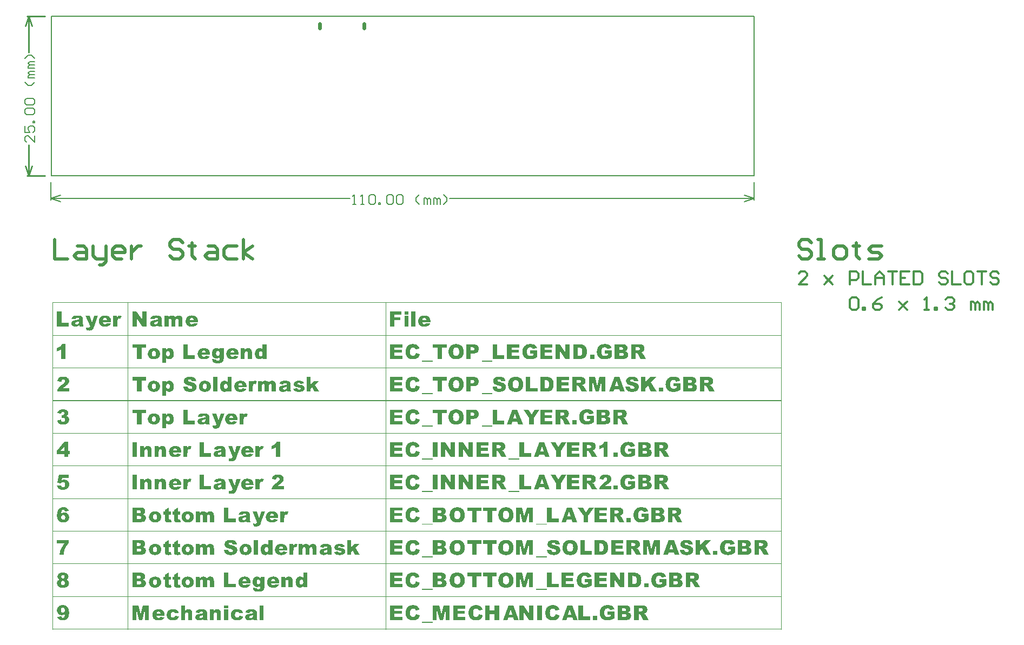
<source format=gbr>
G04 Layer_Color=8388736*
%FSLAX44Y44*%
%MOMM*%
G71*
G01*
G75*
%ADD31C,0.3000*%
%ADD33C,0.6000*%
%ADD35C,0.2000*%
%ADD84C,0.5000*%
%ADD87C,0.2540*%
%ADD126C,0.0900*%
%ADD127C,0.1524*%
G36*
X1143533Y-710127D02*
X1892D01*
Y-709231D01*
Y-659018D01*
Y-658122D01*
Y-607909D01*
Y-607013D01*
Y-556800D01*
Y-555904D01*
Y-505691D01*
Y-504795D01*
Y-454582D01*
Y-453686D01*
Y-403473D01*
Y-402576D01*
Y-352364D01*
Y-351468D01*
Y-301255D01*
Y-300359D01*
Y-250146D01*
Y-249249D01*
Y-199037D01*
Y-198140D01*
X1143533D01*
Y-710127D01*
D02*
G37*
%LPC*%
G36*
X119838Y-505691D02*
X2793D01*
Y-555904D01*
X119838D01*
Y-505691D01*
D02*
G37*
G36*
X1142633Y-556800D02*
X524094D01*
Y-607013D01*
X1142633D01*
Y-556800D01*
D02*
G37*
G36*
X523194D02*
X120738D01*
Y-607013D01*
X523194D01*
Y-556800D01*
D02*
G37*
G36*
Y-505691D02*
X120738D01*
Y-555904D01*
X523194D01*
Y-505691D01*
D02*
G37*
G36*
Y-454582D02*
X120738D01*
Y-504795D01*
X523194D01*
Y-454582D01*
D02*
G37*
G36*
X119838D02*
X2793D01*
Y-504795D01*
X119838D01*
Y-454582D01*
D02*
G37*
G36*
X1142633Y-505691D02*
X524094D01*
Y-555904D01*
X1142633D01*
Y-505691D01*
D02*
G37*
G36*
Y-659018D02*
X524094D01*
Y-709231D01*
X1142633D01*
Y-659018D01*
D02*
G37*
G36*
X523194D02*
X120738D01*
Y-709231D01*
X523194D01*
Y-659018D01*
D02*
G37*
G36*
X119838D02*
X2793D01*
Y-709231D01*
X119838D01*
Y-659018D01*
D02*
G37*
G36*
Y-607909D02*
X2793D01*
Y-658122D01*
X119838D01*
Y-607909D01*
D02*
G37*
G36*
Y-556800D02*
X2793D01*
Y-607013D01*
X119838D01*
Y-556800D01*
D02*
G37*
G36*
X1142633Y-607909D02*
X524094D01*
Y-658122D01*
X1142633D01*
Y-607909D01*
D02*
G37*
G36*
X523194D02*
X120738D01*
Y-658122D01*
X523194D01*
Y-607909D01*
D02*
G37*
G36*
X1142633Y-454582D02*
X524094D01*
Y-504795D01*
X1142633D01*
Y-454582D01*
D02*
G37*
G36*
X523194Y-250146D02*
X120738D01*
Y-300359D01*
X523194D01*
Y-250146D01*
D02*
G37*
G36*
X119838D02*
X2793D01*
Y-300359D01*
X119838D01*
Y-250146D01*
D02*
G37*
G36*
X1142633Y-301255D02*
X524094D01*
Y-351468D01*
X1142633D01*
Y-301255D01*
D02*
G37*
G36*
Y-250146D02*
X524094D01*
Y-300359D01*
X1142633D01*
Y-250146D01*
D02*
G37*
G36*
Y-199037D02*
X524094D01*
Y-249249D01*
X1142633D01*
Y-199037D01*
D02*
G37*
G36*
X523194D02*
X120738D01*
Y-249249D01*
X523194D01*
Y-199037D01*
D02*
G37*
G36*
X119838D02*
X2793D01*
Y-249249D01*
X119838D01*
Y-199037D01*
D02*
G37*
G36*
X523194Y-301255D02*
X120738D01*
Y-351468D01*
X523194D01*
Y-301255D01*
D02*
G37*
G36*
X1142633Y-403473D02*
X524094D01*
Y-453686D01*
X1142633D01*
Y-403473D01*
D02*
G37*
G36*
X523194D02*
X120738D01*
Y-453686D01*
X523194D01*
Y-403473D01*
D02*
G37*
G36*
X119838D02*
X2793D01*
Y-453686D01*
X119838D01*
Y-403473D01*
D02*
G37*
G36*
Y-352364D02*
X2793D01*
Y-402576D01*
X119838D01*
Y-352364D01*
D02*
G37*
G36*
Y-301255D02*
X2793D01*
Y-351468D01*
X119838D01*
Y-301255D01*
D02*
G37*
G36*
X1142633Y-352364D02*
X524094D01*
Y-402576D01*
X1142633D01*
Y-352364D01*
D02*
G37*
G36*
X523194D02*
X120738D01*
Y-402576D01*
X523194D01*
Y-352364D01*
D02*
G37*
%LPD*%
G36*
X19644Y-518882D02*
X19895Y-518903D01*
X20209Y-518923D01*
X20523Y-518944D01*
X21213Y-519028D01*
X21946Y-519133D01*
X22637Y-519300D01*
X22971Y-519405D01*
X23285Y-519510D01*
X23306D01*
X23348Y-519530D01*
X23432Y-519572D01*
X23558Y-519635D01*
X23683Y-519698D01*
X23851Y-519782D01*
X24206Y-519970D01*
X24625Y-520242D01*
X25064Y-520556D01*
X25504Y-520933D01*
X25923Y-521372D01*
X25944Y-521393D01*
X25964Y-521435D01*
X26027Y-521498D01*
X26090Y-521581D01*
X26174Y-521707D01*
X26278Y-521854D01*
X26404Y-522021D01*
X26509Y-522209D01*
X26634Y-522419D01*
X26781Y-522649D01*
X27053Y-523172D01*
X27304Y-523758D01*
X27534Y-524428D01*
X21193Y-525202D01*
Y-525181D01*
X21172Y-525140D01*
Y-525077D01*
X21151Y-524993D01*
X21088Y-524763D01*
X20983Y-524470D01*
X20879Y-524177D01*
X20732Y-523863D01*
X20544Y-523570D01*
X20334Y-523340D01*
X20313Y-523319D01*
X20230Y-523256D01*
X20104Y-523151D01*
X19937Y-523047D01*
X19727Y-522963D01*
X19476Y-522858D01*
X19204Y-522795D01*
X18890Y-522775D01*
X18744D01*
X18639Y-522795D01*
X18513Y-522816D01*
X18346Y-522858D01*
X18011Y-522963D01*
X17823Y-523047D01*
X17614Y-523151D01*
X17425Y-523277D01*
X17216Y-523444D01*
X17027Y-523612D01*
X16839Y-523821D01*
X16651Y-524072D01*
X16483Y-524344D01*
Y-524365D01*
X16462Y-524407D01*
X16421Y-524470D01*
X16379Y-524574D01*
X16337Y-524721D01*
X16274Y-524888D01*
X16211Y-525119D01*
X16128Y-525370D01*
X16065Y-525684D01*
X15981Y-526019D01*
X15897Y-526416D01*
X15834Y-526856D01*
X15751Y-527358D01*
X15688Y-527902D01*
X15625Y-528509D01*
X15562Y-529179D01*
X15583Y-529158D01*
X15604Y-529137D01*
X15667Y-529074D01*
X15751Y-528991D01*
X15981Y-528781D01*
X16274Y-528530D01*
X16630Y-528258D01*
X17027Y-527965D01*
X17446Y-527693D01*
X17886Y-527463D01*
X17907D01*
X17948Y-527442D01*
X18011Y-527400D01*
X18095Y-527379D01*
X18220Y-527337D01*
X18346Y-527274D01*
X18513Y-527233D01*
X18702Y-527170D01*
X19100Y-527086D01*
X19581Y-526981D01*
X20104Y-526919D01*
X20690Y-526898D01*
X20837D01*
X20983Y-526919D01*
X21213Y-526940D01*
X21465Y-526960D01*
X21779Y-527023D01*
X22113Y-527086D01*
X22490Y-527170D01*
X22888Y-527295D01*
X23306Y-527442D01*
X23746Y-527609D01*
X24185Y-527818D01*
X24625Y-528070D01*
X25043Y-528363D01*
X25483Y-528698D01*
X25881Y-529095D01*
X25902Y-529116D01*
X25964Y-529200D01*
X26069Y-529325D01*
X26216Y-529493D01*
X26383Y-529702D01*
X26550Y-529974D01*
X26760Y-530267D01*
X26948Y-530623D01*
X27157Y-531000D01*
X27346Y-531418D01*
X27513Y-531879D01*
X27681Y-532360D01*
X27827Y-532904D01*
X27932Y-533449D01*
X27995Y-534035D01*
X28015Y-534663D01*
Y-534683D01*
Y-534767D01*
Y-534893D01*
X27995Y-535039D01*
X27974Y-535248D01*
X27953Y-535479D01*
X27932Y-535751D01*
X27890Y-536044D01*
X27827Y-536358D01*
X27743Y-536672D01*
X27555Y-537383D01*
X27429Y-537739D01*
X27283Y-538116D01*
X27115Y-538472D01*
X26927Y-538828D01*
X26906Y-538848D01*
X26885Y-538911D01*
X26823Y-538995D01*
X26739Y-539141D01*
X26613Y-539288D01*
X26488Y-539476D01*
X26341Y-539665D01*
X26153Y-539874D01*
X25964Y-540104D01*
X25734Y-540334D01*
X25483Y-540565D01*
X25232Y-540795D01*
X24939Y-541025D01*
X24625Y-541255D01*
X24311Y-541465D01*
X23955Y-541653D01*
X23934D01*
X23872Y-541695D01*
X23767Y-541737D01*
X23620Y-541800D01*
X23432Y-541883D01*
X23202Y-541967D01*
X22951Y-542051D01*
X22637Y-542134D01*
X22323Y-542218D01*
X21946Y-542302D01*
X21569Y-542385D01*
X21130Y-542469D01*
X20690Y-542532D01*
X20209Y-542574D01*
X19706Y-542595D01*
X19183Y-542616D01*
X18848D01*
X18618Y-542595D01*
X18325Y-542574D01*
X17990Y-542553D01*
X17614Y-542511D01*
X17216Y-542469D01*
X16776Y-542407D01*
X16337Y-542323D01*
X15395Y-542113D01*
X14955Y-541988D01*
X14495Y-541820D01*
X14056Y-541653D01*
X13658Y-541444D01*
X13637Y-541423D01*
X13574Y-541381D01*
X13448Y-541318D01*
X13302Y-541213D01*
X13135Y-541088D01*
X12925Y-540941D01*
X12695Y-540753D01*
X12465Y-540544D01*
X12193Y-540293D01*
X11921Y-540020D01*
X11649Y-539706D01*
X11377Y-539372D01*
X11104Y-538995D01*
X10832Y-538597D01*
X10581Y-538158D01*
X10330Y-537697D01*
X10309Y-537676D01*
X10267Y-537572D01*
X10225Y-537425D01*
X10142Y-537237D01*
X10037Y-536965D01*
X9932Y-536651D01*
X9828Y-536295D01*
X9723Y-535876D01*
X9597Y-535416D01*
X9493Y-534893D01*
X9388Y-534349D01*
X9283Y-533742D01*
X9200Y-533072D01*
X9158Y-532381D01*
X9116Y-531649D01*
X9095Y-530874D01*
Y-530853D01*
Y-530812D01*
Y-530728D01*
Y-530602D01*
X9116Y-530456D01*
Y-530288D01*
Y-530079D01*
X9137Y-529849D01*
X9158Y-529618D01*
X9179Y-529346D01*
X9242Y-528760D01*
X9305Y-528111D01*
X9430Y-527400D01*
X9556Y-526667D01*
X9744Y-525914D01*
X9953Y-525160D01*
X10204Y-524407D01*
X10497Y-523675D01*
X10853Y-522984D01*
X11251Y-522356D01*
X11711Y-521770D01*
X11732Y-521728D01*
X11837Y-521644D01*
X11983Y-521498D01*
X12193Y-521309D01*
X12465Y-521100D01*
X12779Y-520849D01*
X13155Y-520577D01*
X13595Y-520305D01*
X14097Y-520054D01*
X14621Y-519782D01*
X15228Y-519530D01*
X15876Y-519321D01*
X16567Y-519133D01*
X17320Y-518986D01*
X18116Y-518903D01*
X18953Y-518861D01*
X19413D01*
X19644Y-518882D01*
D02*
G37*
%LPC*%
G36*
X18911Y-530853D02*
X18786D01*
X18681Y-530874D01*
X18576D01*
X18451Y-530895D01*
X18137Y-530979D01*
X17781Y-531105D01*
X17404Y-531272D01*
X17027Y-531523D01*
X16839Y-531690D01*
X16672Y-531858D01*
Y-531879D01*
X16630Y-531900D01*
X16588Y-531963D01*
X16525Y-532046D01*
X16462Y-532151D01*
X16379Y-532256D01*
X16316Y-532402D01*
X16232Y-532570D01*
X16148Y-532758D01*
X16065Y-532967D01*
X15918Y-533449D01*
X15814Y-534014D01*
X15793Y-534328D01*
X15772Y-534663D01*
Y-534683D01*
Y-534746D01*
Y-534851D01*
X15793Y-534977D01*
Y-535123D01*
X15814Y-535311D01*
X15897Y-535730D01*
X16002Y-536190D01*
X16169Y-536693D01*
X16400Y-537153D01*
X16546Y-537383D01*
X16714Y-537593D01*
X16734Y-537614D01*
X16755Y-537635D01*
X16881Y-537760D01*
X17090Y-537928D01*
X17362Y-538116D01*
X17697Y-538304D01*
X18074Y-538472D01*
X18534Y-538597D01*
X18765Y-538618D01*
X19016Y-538639D01*
X19141D01*
X19225Y-538618D01*
X19455Y-538597D01*
X19748Y-538514D01*
X20083Y-538409D01*
X20439Y-538242D01*
X20774Y-538011D01*
X20941Y-537865D01*
X21109Y-537697D01*
Y-537676D01*
X21151Y-537655D01*
X21193Y-537593D01*
X21234Y-537509D01*
X21318Y-537425D01*
X21381Y-537300D01*
X21465Y-537153D01*
X21548Y-536986D01*
X21611Y-536797D01*
X21695Y-536588D01*
X21779Y-536337D01*
X21841Y-536086D01*
X21883Y-535814D01*
X21925Y-535521D01*
X21967Y-535186D01*
Y-534851D01*
Y-534830D01*
Y-534767D01*
Y-534663D01*
X21946Y-534537D01*
Y-534370D01*
X21925Y-534181D01*
X21862Y-533742D01*
X21758Y-533260D01*
X21590Y-532779D01*
X21381Y-532298D01*
X21234Y-532088D01*
X21088Y-531879D01*
Y-531858D01*
X21046Y-531837D01*
X20941Y-531711D01*
X20732Y-531544D01*
X20481Y-531356D01*
X20167Y-531167D01*
X19790Y-531021D01*
X19372Y-530895D01*
X19141Y-530874D01*
X18911Y-530853D01*
D02*
G37*
%LPD*%
G36*
X635892Y-569991D02*
X636038D01*
X636227Y-570011D01*
X636436D01*
X636666Y-570033D01*
X636917Y-570053D01*
X637461Y-570137D01*
X638068Y-570221D01*
X638738Y-570346D01*
X639429Y-570514D01*
X640161Y-570723D01*
X640894Y-570974D01*
X641626Y-571267D01*
X642338Y-571623D01*
X643029Y-572042D01*
X643699Y-572523D01*
X644305Y-573067D01*
X644347Y-573109D01*
X644431Y-573214D01*
X644598Y-573381D01*
X644787Y-573632D01*
X645038Y-573946D01*
X645289Y-574323D01*
X645582Y-574784D01*
X645875Y-575307D01*
X646147Y-575872D01*
X646440Y-576521D01*
X646691Y-577232D01*
X646943Y-578007D01*
X647131Y-578844D01*
X647298Y-579723D01*
X647382Y-580686D01*
X647424Y-581690D01*
Y-581711D01*
Y-581732D01*
Y-581795D01*
Y-581858D01*
Y-582067D01*
X647403Y-582360D01*
X647382Y-582695D01*
X647361Y-583092D01*
X647319Y-583532D01*
X647256Y-584013D01*
X647173Y-584537D01*
X647089Y-585060D01*
X646984Y-585604D01*
X646859Y-586169D01*
X646691Y-586713D01*
X646503Y-587257D01*
X646294Y-587781D01*
X646064Y-588283D01*
X646043Y-588304D01*
X646001Y-588388D01*
X645917Y-588534D01*
X645812Y-588702D01*
X645666Y-588932D01*
X645498Y-589183D01*
X645289Y-589455D01*
X645059Y-589748D01*
X644808Y-590062D01*
X644515Y-590397D01*
X644180Y-590732D01*
X643845Y-591067D01*
X643468Y-591402D01*
X643050Y-591716D01*
X642610Y-592009D01*
X642150Y-592302D01*
X642129Y-592323D01*
X642024Y-592364D01*
X641898Y-592427D01*
X641689Y-592532D01*
X641438Y-592636D01*
X641145Y-592741D01*
X640789Y-592888D01*
X640392Y-593013D01*
X639952Y-593139D01*
X639471Y-593264D01*
X638947Y-593390D01*
X638382Y-593494D01*
X637775Y-593599D01*
X637147Y-593662D01*
X636478Y-593704D01*
X635766Y-593725D01*
X635389D01*
X635117Y-593704D01*
X634782Y-593683D01*
X634406Y-593662D01*
X633987Y-593620D01*
X633506Y-593578D01*
X633024Y-593494D01*
X632501Y-593432D01*
X631957Y-593327D01*
X631413Y-593201D01*
X630890Y-593055D01*
X630345Y-592888D01*
X629843Y-592699D01*
X629341Y-592490D01*
X629320Y-592469D01*
X629236Y-592427D01*
X629090Y-592364D01*
X628922Y-592260D01*
X628713Y-592113D01*
X628462Y-591967D01*
X628169Y-591757D01*
X627876Y-591527D01*
X627562Y-591276D01*
X627227Y-590983D01*
X626871Y-590669D01*
X626536Y-590313D01*
X626180Y-589936D01*
X625845Y-589518D01*
X625532Y-589058D01*
X625218Y-588576D01*
X625197Y-588534D01*
X625155Y-588451D01*
X625071Y-588304D01*
X624967Y-588095D01*
X624862Y-587823D01*
X624715Y-587509D01*
X624590Y-587153D01*
X624443Y-586734D01*
X624297Y-586274D01*
X624150Y-585771D01*
X624004Y-585206D01*
X623899Y-584620D01*
X623794Y-583993D01*
X623711Y-583323D01*
X623669Y-582611D01*
X623648Y-581879D01*
Y-581858D01*
Y-581816D01*
Y-581732D01*
Y-581628D01*
X623669Y-581502D01*
Y-581334D01*
X623690Y-581146D01*
Y-580958D01*
X623711Y-580728D01*
X623753Y-580476D01*
X623815Y-579932D01*
X623920Y-579325D01*
X624046Y-578676D01*
X624213Y-577986D01*
X624401Y-577253D01*
X624652Y-576542D01*
X624967Y-575809D01*
X625322Y-575076D01*
X625741Y-574386D01*
X626222Y-573716D01*
X626766Y-573109D01*
X626808Y-573067D01*
X626913Y-572984D01*
X627101Y-572816D01*
X627352Y-572628D01*
X627666Y-572377D01*
X628064Y-572125D01*
X628504Y-571832D01*
X629027Y-571539D01*
X629634Y-571246D01*
X630283Y-570953D01*
X630994Y-570702D01*
X631769Y-570451D01*
X632606Y-570263D01*
X633506Y-570095D01*
X634468Y-570011D01*
X635494Y-569970D01*
X635745D01*
X635892Y-569991D01*
D02*
G37*
G36*
X673023Y-576039D02*
X665781D01*
Y-593327D01*
X658686D01*
Y-576039D01*
X651444D01*
Y-570367D01*
X673023D01*
Y-576039D01*
D02*
G37*
G36*
X611459Y-570388D02*
X611752Y-570409D01*
X612066Y-570451D01*
X612421Y-570514D01*
X612798Y-570577D01*
X613196Y-570660D01*
X613614Y-570765D01*
X614054Y-570911D01*
X614473Y-571058D01*
X614891Y-571246D01*
X615289Y-571477D01*
X615665Y-571728D01*
X616021Y-572021D01*
X616042Y-572042D01*
X616105Y-572104D01*
X616189Y-572188D01*
X616293Y-572314D01*
X616440Y-572481D01*
X616586Y-572670D01*
X616754Y-572900D01*
X616921Y-573151D01*
X617068Y-573423D01*
X617235Y-573737D01*
X617382Y-574072D01*
X617528Y-574449D01*
X617633Y-574825D01*
X617716Y-575223D01*
X617779Y-575662D01*
X617800Y-576102D01*
Y-576123D01*
Y-576186D01*
Y-576290D01*
X617779Y-576437D01*
X617758Y-576625D01*
X617738Y-576814D01*
X617696Y-577044D01*
X617633Y-577295D01*
X617486Y-577839D01*
X617382Y-578132D01*
X617256Y-578425D01*
X617110Y-578718D01*
X616942Y-579011D01*
X616754Y-579304D01*
X616524Y-579576D01*
Y-579597D01*
X616482Y-579618D01*
X616377Y-579744D01*
X616168Y-579911D01*
X615896Y-580141D01*
X615561Y-580393D01*
X615121Y-580644D01*
X614619Y-580895D01*
X614054Y-581125D01*
X614075D01*
X614159Y-581146D01*
X614284Y-581188D01*
X614451Y-581230D01*
X614661Y-581314D01*
X614891Y-581397D01*
X615163Y-581481D01*
X615435Y-581606D01*
X616021Y-581879D01*
X616628Y-582234D01*
X617193Y-582674D01*
X617465Y-582904D01*
X617696Y-583176D01*
X617716Y-583197D01*
X617738Y-583239D01*
X617800Y-583323D01*
X617884Y-583427D01*
X617968Y-583574D01*
X618072Y-583741D01*
X618177Y-583951D01*
X618282Y-584160D01*
X618386Y-584411D01*
X618491Y-584704D01*
X618596Y-584997D01*
X618679Y-585311D01*
X618763Y-585646D01*
X618826Y-586023D01*
X618847Y-586399D01*
X618868Y-586797D01*
Y-586818D01*
Y-586881D01*
Y-586964D01*
X618847Y-587090D01*
Y-587257D01*
X618826Y-587446D01*
X618805Y-587655D01*
X618763Y-587864D01*
X618658Y-588367D01*
X618512Y-588911D01*
X618303Y-589476D01*
X618031Y-590020D01*
Y-590041D01*
X617989Y-590083D01*
X617947Y-590167D01*
X617884Y-590251D01*
X617800Y-590376D01*
X617696Y-590522D01*
X617424Y-590836D01*
X617110Y-591192D01*
X616712Y-591569D01*
X616272Y-591946D01*
X615749Y-592281D01*
X615707Y-592302D01*
X615582Y-592364D01*
X615498Y-592406D01*
X615372Y-592448D01*
X615247Y-592511D01*
X615079Y-592553D01*
X614912Y-592616D01*
X614703Y-592678D01*
X614493Y-592741D01*
X614242Y-592804D01*
X613991Y-592867D01*
X613698Y-592929D01*
X613405Y-592992D01*
X613070Y-593034D01*
X613049D01*
X612966Y-593055D01*
X612840D01*
X612673Y-593076D01*
X612484Y-593097D01*
X612275Y-593118D01*
X611772Y-593181D01*
X611228Y-593243D01*
X610705Y-593285D01*
X610475Y-593306D01*
X610245D01*
X610056Y-593327D01*
X597645D01*
Y-570367D01*
X611228D01*
X611459Y-570388D01*
D02*
G37*
G36*
X697232Y-576039D02*
X689990D01*
Y-593327D01*
X682895D01*
Y-576039D01*
X675654D01*
Y-570367D01*
X697232D01*
Y-576039D01*
D02*
G37*
G36*
X775451Y-597325D02*
X759042D01*
Y-595734D01*
X775451D01*
Y-597325D01*
D02*
G37*
G36*
X787422Y-569991D02*
X787778Y-570011D01*
X788197Y-570053D01*
X788678Y-570116D01*
X789180Y-570179D01*
X789704Y-570263D01*
X790248Y-570367D01*
X790813Y-570514D01*
X791378Y-570660D01*
X791922Y-570849D01*
X792445Y-571079D01*
X792927Y-571330D01*
X793387Y-571623D01*
X793408Y-571644D01*
X793492Y-571707D01*
X793596Y-571791D01*
X793764Y-571937D01*
X793931Y-572104D01*
X794141Y-572335D01*
X794371Y-572586D01*
X794601Y-572879D01*
X794852Y-573235D01*
X795082Y-573611D01*
X795313Y-574030D01*
X795543Y-574511D01*
X795731Y-575014D01*
X795899Y-575579D01*
X796045Y-576186D01*
X796150Y-576835D01*
X789473Y-577211D01*
Y-577190D01*
X789452Y-577149D01*
Y-577065D01*
X789410Y-576960D01*
X789390Y-576835D01*
X789348Y-576688D01*
X789222Y-576353D01*
X789076Y-575976D01*
X788887Y-575600D01*
X788636Y-575244D01*
X788343Y-574951D01*
X788301Y-574930D01*
X788197Y-574846D01*
X787987Y-574721D01*
X787736Y-574595D01*
X787380Y-574469D01*
X786983Y-574344D01*
X786522Y-574260D01*
X785978Y-574239D01*
X785769D01*
X785559Y-574260D01*
X785287Y-574302D01*
X784973Y-574365D01*
X784680Y-574469D01*
X784367Y-574595D01*
X784115Y-574784D01*
X784094Y-574804D01*
X784011Y-574867D01*
X783927Y-574993D01*
X783801Y-575139D01*
X783697Y-575328D01*
X783592Y-575537D01*
X783508Y-575788D01*
X783487Y-576060D01*
Y-576081D01*
Y-576144D01*
X783508Y-576249D01*
X783550Y-576395D01*
X783613Y-576542D01*
X783697Y-576709D01*
X783822Y-576876D01*
X783990Y-577044D01*
X784011Y-577065D01*
X784094Y-577128D01*
X784262Y-577211D01*
X784367Y-577253D01*
X784492Y-577316D01*
X784639Y-577379D01*
X784806Y-577441D01*
X784994Y-577525D01*
X785225Y-577588D01*
X785455Y-577672D01*
X785748Y-577735D01*
X786041Y-577818D01*
X786376Y-577881D01*
X786397D01*
X786439Y-577902D01*
X786501D01*
X786585Y-577923D01*
X786690Y-577944D01*
X786815Y-577986D01*
X787129Y-578049D01*
X787527Y-578153D01*
X787966Y-578258D01*
X788448Y-578383D01*
X788971Y-578509D01*
X789494Y-578656D01*
X790059Y-578823D01*
X791169Y-579179D01*
X791692Y-579346D01*
X792194Y-579534D01*
X792655Y-579744D01*
X793052Y-579932D01*
X793073Y-579953D01*
X793136Y-579974D01*
X793241Y-580037D01*
X793387Y-580121D01*
X793555Y-580225D01*
X793743Y-580330D01*
X794183Y-580644D01*
X794643Y-581000D01*
X795145Y-581439D01*
X795585Y-581941D01*
X795794Y-582214D01*
X795982Y-582486D01*
X796003Y-582506D01*
X796024Y-582548D01*
X796066Y-582632D01*
X796129Y-582758D01*
X796192Y-582883D01*
X796275Y-583051D01*
X796359Y-583260D01*
X796443Y-583469D01*
X796527Y-583720D01*
X796610Y-583972D01*
X796757Y-584558D01*
X796861Y-585186D01*
X796903Y-585520D01*
Y-585876D01*
Y-585897D01*
Y-585981D01*
Y-586086D01*
X796882Y-586253D01*
X796861Y-586441D01*
X796841Y-586671D01*
X796799Y-586923D01*
X796757Y-587216D01*
X796694Y-587509D01*
X796610Y-587823D01*
X796506Y-588178D01*
X796380Y-588513D01*
X796234Y-588869D01*
X796087Y-589225D01*
X795878Y-589581D01*
X795668Y-589936D01*
X795648Y-589957D01*
X795606Y-590020D01*
X795543Y-590104D01*
X795438Y-590251D01*
X795313Y-590397D01*
X795166Y-590585D01*
X794999Y-590774D01*
X794789Y-590983D01*
X794559Y-591213D01*
X794308Y-591443D01*
X794015Y-591674D01*
X793722Y-591904D01*
X793387Y-592134D01*
X793031Y-592364D01*
X792655Y-592574D01*
X792257Y-592762D01*
X792236D01*
X792152Y-592804D01*
X792027Y-592846D01*
X791859Y-592909D01*
X791650Y-592992D01*
X791378Y-593076D01*
X791085Y-593160D01*
X790750Y-593243D01*
X790352Y-593327D01*
X789934Y-593411D01*
X789494Y-593494D01*
X788992Y-593578D01*
X788469Y-593641D01*
X787924Y-593683D01*
X787338Y-593704D01*
X786731Y-593725D01*
X786334D01*
X786166Y-593704D01*
X785999D01*
X785790Y-593683D01*
X785308Y-593662D01*
X784764Y-593599D01*
X784157Y-593536D01*
X783529Y-593453D01*
X782859Y-593327D01*
X782169Y-593181D01*
X781499Y-592992D01*
X780829Y-592783D01*
X780201Y-592532D01*
X779615Y-592218D01*
X779071Y-591883D01*
X778841Y-591695D01*
X778611Y-591485D01*
X778590Y-591464D01*
X778506Y-591381D01*
X778401Y-591255D01*
X778255Y-591067D01*
X778088Y-590857D01*
X777878Y-590585D01*
X777669Y-590271D01*
X777460Y-589916D01*
X777230Y-589518D01*
X776999Y-589099D01*
X776790Y-588618D01*
X776602Y-588116D01*
X776413Y-587571D01*
X776267Y-586985D01*
X776162Y-586379D01*
X776078Y-585751D01*
X782818Y-585311D01*
Y-585332D01*
X782839Y-585374D01*
Y-585479D01*
X782859Y-585583D01*
X782880Y-585730D01*
X782922Y-585876D01*
X783006Y-586253D01*
X783132Y-586651D01*
X783278Y-587069D01*
X783466Y-587488D01*
X783697Y-587844D01*
X783718Y-587864D01*
X783739Y-587906D01*
X783822Y-587969D01*
X783906Y-588053D01*
X784011Y-588158D01*
X784157Y-588283D01*
X784325Y-588409D01*
X784513Y-588534D01*
X784722Y-588660D01*
X784952Y-588785D01*
X785204Y-588911D01*
X785497Y-589016D01*
X785790Y-589099D01*
X786125Y-589162D01*
X786459Y-589204D01*
X786836Y-589225D01*
X786983D01*
X787087Y-589204D01*
X787213D01*
X787359Y-589183D01*
X787694Y-589141D01*
X788071Y-589058D01*
X788469Y-588932D01*
X788845Y-588744D01*
X789180Y-588513D01*
X789222Y-588471D01*
X789306Y-588388D01*
X789452Y-588241D01*
X789599Y-588032D01*
X789745Y-587802D01*
X789892Y-587509D01*
X789976Y-587195D01*
X790017Y-586860D01*
Y-586818D01*
X789996Y-586713D01*
X789976Y-586546D01*
X789913Y-586337D01*
X789829Y-586086D01*
X789683Y-585813D01*
X789494Y-585541D01*
X789222Y-585269D01*
X789180Y-585227D01*
X789138Y-585206D01*
X789055Y-585144D01*
X788950Y-585081D01*
X788824Y-585018D01*
X788657Y-584934D01*
X788469Y-584830D01*
X788239Y-584725D01*
X787987Y-584620D01*
X787694Y-584516D01*
X787359Y-584411D01*
X786983Y-584286D01*
X786564Y-584160D01*
X786083Y-584055D01*
X785580Y-583930D01*
X785559D01*
X785538Y-583909D01*
X785455D01*
X785371Y-583888D01*
X785266Y-583846D01*
X785141Y-583825D01*
X784827Y-583741D01*
X784429Y-583637D01*
X783990Y-583511D01*
X783508Y-583365D01*
X783006Y-583197D01*
X782462Y-583009D01*
X781897Y-582799D01*
X780808Y-582318D01*
X780285Y-582046D01*
X779783Y-581774D01*
X779322Y-581460D01*
X778925Y-581146D01*
X778904Y-581125D01*
X778841Y-581062D01*
X778736Y-580958D01*
X778611Y-580832D01*
X778464Y-580665D01*
X778297Y-580455D01*
X778109Y-580204D01*
X777941Y-579932D01*
X777753Y-579639D01*
X777564Y-579304D01*
X777397Y-578927D01*
X777250Y-578551D01*
X777125Y-578111D01*
X777020Y-577672D01*
X776957Y-577211D01*
X776936Y-576709D01*
Y-576688D01*
Y-576625D01*
Y-576542D01*
X776957Y-576416D01*
X776978Y-576249D01*
X776999Y-576060D01*
X777020Y-575851D01*
X777062Y-575621D01*
X777188Y-575118D01*
X777376Y-574553D01*
X777481Y-574260D01*
X777627Y-573946D01*
X777774Y-573653D01*
X777962Y-573360D01*
X777983Y-573339D01*
X778004Y-573298D01*
X778067Y-573214D01*
X778150Y-573109D01*
X778255Y-572963D01*
X778401Y-572816D01*
X778548Y-572649D01*
X778736Y-572460D01*
X778946Y-572272D01*
X779155Y-572063D01*
X779427Y-571853D01*
X779699Y-571665D01*
X779992Y-571456D01*
X780327Y-571246D01*
X780662Y-571058D01*
X781039Y-570891D01*
X781060Y-570870D01*
X781143Y-570849D01*
X781248Y-570807D01*
X781415Y-570744D01*
X781625Y-570681D01*
X781876Y-570598D01*
X782169Y-570514D01*
X782525Y-570430D01*
X782901Y-570346D01*
X783320Y-570263D01*
X783780Y-570179D01*
X784283Y-570116D01*
X784827Y-570053D01*
X785413Y-570011D01*
X786041Y-569970D01*
X787108D01*
X787422Y-569991D01*
D02*
G37*
G36*
X712107D02*
X712253D01*
X712442Y-570011D01*
X712651D01*
X712881Y-570033D01*
X713132Y-570053D01*
X713677Y-570137D01*
X714284Y-570221D01*
X714953Y-570346D01*
X715644Y-570514D01*
X716377Y-570723D01*
X717109Y-570974D01*
X717842Y-571267D01*
X718553Y-571623D01*
X719244Y-572042D01*
X719914Y-572523D01*
X720521Y-573067D01*
X720563Y-573109D01*
X720646Y-573214D01*
X720814Y-573381D01*
X721002Y-573632D01*
X721253Y-573946D01*
X721504Y-574323D01*
X721797Y-574784D01*
X722090Y-575307D01*
X722362Y-575872D01*
X722655Y-576521D01*
X722907Y-577232D01*
X723158Y-578007D01*
X723346Y-578844D01*
X723514Y-579723D01*
X723597Y-580686D01*
X723639Y-581690D01*
Y-581711D01*
Y-581732D01*
Y-581795D01*
Y-581858D01*
Y-582067D01*
X723618Y-582360D01*
X723597Y-582695D01*
X723576Y-583092D01*
X723534Y-583532D01*
X723472Y-584013D01*
X723388Y-584537D01*
X723304Y-585060D01*
X723200Y-585604D01*
X723074Y-586169D01*
X722907Y-586713D01*
X722718Y-587257D01*
X722509Y-587781D01*
X722279Y-588283D01*
X722258Y-588304D01*
X722216Y-588388D01*
X722132Y-588534D01*
X722028Y-588702D01*
X721881Y-588932D01*
X721714Y-589183D01*
X721504Y-589455D01*
X721274Y-589748D01*
X721023Y-590062D01*
X720730Y-590397D01*
X720395Y-590732D01*
X720060Y-591067D01*
X719683Y-591402D01*
X719265Y-591716D01*
X718825Y-592009D01*
X718365Y-592302D01*
X718344Y-592323D01*
X718239Y-592364D01*
X718114Y-592427D01*
X717904Y-592532D01*
X717653Y-592636D01*
X717360Y-592741D01*
X717004Y-592888D01*
X716607Y-593013D01*
X716167Y-593139D01*
X715686Y-593264D01*
X715163Y-593390D01*
X714598Y-593494D01*
X713991Y-593599D01*
X713363Y-593662D01*
X712693Y-593704D01*
X711981Y-593725D01*
X711605D01*
X711332Y-593704D01*
X710998Y-593683D01*
X710621Y-593662D01*
X710202Y-593620D01*
X709721Y-593578D01*
X709240Y-593494D01*
X708716Y-593432D01*
X708172Y-593327D01*
X707628Y-593201D01*
X707105Y-593055D01*
X706561Y-592888D01*
X706058Y-592699D01*
X705556Y-592490D01*
X705535Y-592469D01*
X705451Y-592427D01*
X705305Y-592364D01*
X705137Y-592260D01*
X704928Y-592113D01*
X704677Y-591967D01*
X704384Y-591757D01*
X704091Y-591527D01*
X703777Y-591276D01*
X703442Y-590983D01*
X703086Y-590669D01*
X702751Y-590313D01*
X702396Y-589936D01*
X702061Y-589518D01*
X701747Y-589058D01*
X701433Y-588576D01*
X701412Y-588534D01*
X701370Y-588451D01*
X701286Y-588304D01*
X701182Y-588095D01*
X701077Y-587823D01*
X700930Y-587509D01*
X700805Y-587153D01*
X700658Y-586734D01*
X700512Y-586274D01*
X700365Y-585771D01*
X700219Y-585206D01*
X700114Y-584620D01*
X700010Y-583993D01*
X699926Y-583323D01*
X699884Y-582611D01*
X699863Y-581879D01*
Y-581858D01*
Y-581816D01*
Y-581732D01*
Y-581628D01*
X699884Y-581502D01*
Y-581334D01*
X699905Y-581146D01*
Y-580958D01*
X699926Y-580728D01*
X699968Y-580476D01*
X700031Y-579932D01*
X700135Y-579325D01*
X700261Y-578676D01*
X700428Y-577986D01*
X700617Y-577253D01*
X700868Y-576542D01*
X701182Y-575809D01*
X701537Y-575076D01*
X701956Y-574386D01*
X702438Y-573716D01*
X702982Y-573109D01*
X703024Y-573067D01*
X703128Y-572984D01*
X703316Y-572816D01*
X703568Y-572628D01*
X703882Y-572377D01*
X704279Y-572125D01*
X704719Y-571832D01*
X705242Y-571539D01*
X705849Y-571246D01*
X706498Y-570953D01*
X707209Y-570702D01*
X707984Y-570451D01*
X708821Y-570263D01*
X709721Y-570095D01*
X710684Y-570011D01*
X711709Y-569970D01*
X711960D01*
X712107Y-569991D01*
D02*
G37*
G36*
X753486Y-593327D02*
X747668D01*
Y-575830D01*
X743189Y-593327D01*
X737936D01*
X733478Y-575830D01*
Y-593327D01*
X727659D01*
Y-570367D01*
X736994D01*
X740573Y-584348D01*
X744152Y-570367D01*
X753486D01*
Y-593327D01*
D02*
G37*
G36*
X549421Y-575265D02*
X537512D01*
Y-578927D01*
X548542D01*
Y-583616D01*
X537512D01*
Y-588137D01*
X549756D01*
Y-593327D01*
X530396D01*
Y-570367D01*
X549421D01*
Y-575265D01*
D02*
G37*
G36*
X566619Y-569991D02*
X566912D01*
X567289Y-570033D01*
X567708Y-570053D01*
X568189Y-570116D01*
X568691Y-570179D01*
X569215Y-570284D01*
X569780Y-570388D01*
X570345Y-570535D01*
X570910Y-570702D01*
X571475Y-570911D01*
X572019Y-571142D01*
X572542Y-571414D01*
X573024Y-571728D01*
X573045Y-571749D01*
X573129Y-571811D01*
X573254Y-571916D01*
X573442Y-572063D01*
X573631Y-572251D01*
X573882Y-572481D01*
X574133Y-572753D01*
X574426Y-573067D01*
X574719Y-573423D01*
X575033Y-573821D01*
X575326Y-574260D01*
X575640Y-574742D01*
X575933Y-575286D01*
X576226Y-575851D01*
X576477Y-576458D01*
X576729Y-577128D01*
X570471Y-578509D01*
Y-578488D01*
X570450Y-578467D01*
X570408Y-578341D01*
X570345Y-578153D01*
X570261Y-577923D01*
X570157Y-577672D01*
X570031Y-577421D01*
X569905Y-577190D01*
X569780Y-576981D01*
X569759Y-576939D01*
X569675Y-576856D01*
X569550Y-576709D01*
X569361Y-576521D01*
X569152Y-576311D01*
X568901Y-576102D01*
X568629Y-575914D01*
X568315Y-575725D01*
X568273Y-575704D01*
X568168Y-575662D01*
X567980Y-575579D01*
X567750Y-575495D01*
X567478Y-575432D01*
X567143Y-575349D01*
X566787Y-575307D01*
X566389Y-575286D01*
X566285D01*
X566159Y-575307D01*
X565992D01*
X565782Y-575349D01*
X565552Y-575390D01*
X565301Y-575453D01*
X565008Y-575537D01*
X564715Y-575642D01*
X564422Y-575767D01*
X564108Y-575914D01*
X563794Y-576102D01*
X563501Y-576332D01*
X563208Y-576583D01*
X562936Y-576897D01*
X562685Y-577232D01*
Y-577253D01*
X562643Y-577295D01*
X562601Y-577379D01*
X562538Y-577504D01*
X562454Y-577651D01*
X562371Y-577860D01*
X562287Y-578069D01*
X562203Y-578341D01*
X562120Y-578634D01*
X562036Y-578969D01*
X561952Y-579346D01*
X561868Y-579765D01*
X561806Y-580204D01*
X561764Y-580686D01*
X561743Y-581209D01*
X561722Y-581774D01*
Y-581816D01*
Y-581941D01*
Y-582130D01*
X561743Y-582381D01*
X561764Y-582695D01*
X561785Y-583051D01*
X561827Y-583448D01*
X561868Y-583846D01*
X561994Y-584725D01*
X562203Y-585583D01*
X562350Y-586002D01*
X562496Y-586379D01*
X562664Y-586713D01*
X562873Y-587006D01*
X562894Y-587027D01*
X562936Y-587069D01*
X562999Y-587132D01*
X563082Y-587216D01*
X563208Y-587341D01*
X563354Y-587446D01*
X563522Y-587571D01*
X563710Y-587697D01*
X563919Y-587844D01*
X564171Y-587969D01*
X564443Y-588074D01*
X564736Y-588178D01*
X565050Y-588283D01*
X565385Y-588346D01*
X565740Y-588388D01*
X566117Y-588409D01*
X566306D01*
X566452Y-588388D01*
X566619Y-588367D01*
X566829Y-588346D01*
X567038Y-588304D01*
X567268Y-588262D01*
X567771Y-588137D01*
X568273Y-587927D01*
X568524Y-587802D01*
X568775Y-587655D01*
X568984Y-587467D01*
X569194Y-587279D01*
X569215Y-587257D01*
X569236Y-587216D01*
X569299Y-587153D01*
X569361Y-587069D01*
X569445Y-586944D01*
X569550Y-586797D01*
X569654Y-586630D01*
X569780Y-586420D01*
X569905Y-586211D01*
X570031Y-585960D01*
X570157Y-585688D01*
X570282Y-585374D01*
X570408Y-585060D01*
X570512Y-584704D01*
X570617Y-584327D01*
X570722Y-583930D01*
X576938Y-585834D01*
Y-585855D01*
X576917Y-585960D01*
X576875Y-586086D01*
X576812Y-586274D01*
X576749Y-586504D01*
X576666Y-586755D01*
X576561Y-587048D01*
X576456Y-587362D01*
X576184Y-588053D01*
X575829Y-588785D01*
X575431Y-589518D01*
X574949Y-590209D01*
X574929Y-590229D01*
X574887Y-590292D01*
X574803Y-590376D01*
X574719Y-590502D01*
X574573Y-590648D01*
X574426Y-590795D01*
X574238Y-590983D01*
X574029Y-591192D01*
X573798Y-591402D01*
X573547Y-591611D01*
X573275Y-591841D01*
X572982Y-592050D01*
X572312Y-592469D01*
X571601Y-592846D01*
X571580D01*
X571517Y-592888D01*
X571391Y-592929D01*
X571245Y-592992D01*
X571057Y-593055D01*
X570805Y-593118D01*
X570533Y-593201D01*
X570219Y-593285D01*
X569884Y-593369D01*
X569487Y-593453D01*
X569068Y-593516D01*
X568629Y-593578D01*
X568147Y-593641D01*
X567645Y-593683D01*
X567101Y-593704D01*
X566536Y-593725D01*
X566180D01*
X565908Y-593704D01*
X565594Y-593683D01*
X565217Y-593662D01*
X564819Y-593641D01*
X564359Y-593578D01*
X563899Y-593536D01*
X563396Y-593453D01*
X562371Y-593264D01*
X561847Y-593139D01*
X561345Y-592992D01*
X560864Y-592825D01*
X560403Y-592636D01*
X560382Y-592616D01*
X560299Y-592574D01*
X560173Y-592511D01*
X560006Y-592427D01*
X559796Y-592302D01*
X559566Y-592155D01*
X559294Y-591967D01*
X559001Y-591757D01*
X558687Y-591506D01*
X558373Y-591234D01*
X558038Y-590920D01*
X557682Y-590564D01*
X557327Y-590188D01*
X556992Y-589769D01*
X556657Y-589309D01*
X556322Y-588827D01*
X556301Y-588785D01*
X556259Y-588702D01*
X556155Y-588555D01*
X556050Y-588325D01*
X555924Y-588053D01*
X555778Y-587739D01*
X555631Y-587362D01*
X555464Y-586923D01*
X555297Y-586441D01*
X555150Y-585897D01*
X555004Y-585332D01*
X554878Y-584704D01*
X554773Y-584034D01*
X554690Y-583323D01*
X554627Y-582590D01*
X554606Y-581795D01*
Y-581774D01*
Y-581732D01*
Y-581648D01*
Y-581544D01*
X554627Y-581418D01*
Y-581251D01*
X554648Y-581062D01*
Y-580853D01*
X554669Y-580623D01*
X554690Y-580372D01*
X554773Y-579827D01*
X554857Y-579221D01*
X554983Y-578572D01*
X555150Y-577881D01*
X555338Y-577149D01*
X555590Y-576437D01*
X555883Y-575704D01*
X556217Y-574993D01*
X556636Y-574302D01*
X557096Y-573653D01*
X557620Y-573046D01*
X557662Y-573004D01*
X557766Y-572921D01*
X557934Y-572753D01*
X558185Y-572565D01*
X558499Y-572335D01*
X558876Y-572063D01*
X559315Y-571791D01*
X559838Y-571497D01*
X560403Y-571226D01*
X561052Y-570932D01*
X561764Y-570681D01*
X562517Y-570451D01*
X563354Y-570263D01*
X564234Y-570095D01*
X565196Y-570011D01*
X566201Y-569970D01*
X566494D01*
X566619Y-569991D01*
D02*
G37*
G36*
X597018Y-597325D02*
X580609D01*
Y-595734D01*
X597018D01*
Y-597325D01*
D02*
G37*
G36*
X812532Y-569991D02*
X812678D01*
X812867Y-570011D01*
X813076D01*
X813306Y-570033D01*
X813557Y-570053D01*
X814101Y-570137D01*
X814708Y-570221D01*
X815378Y-570346D01*
X816069Y-570514D01*
X816801Y-570723D01*
X817534Y-570974D01*
X818266Y-571267D01*
X818978Y-571623D01*
X819669Y-572042D01*
X820338Y-572523D01*
X820945Y-573067D01*
X820987Y-573109D01*
X821071Y-573214D01*
X821238Y-573381D01*
X821427Y-573632D01*
X821678Y-573946D01*
X821929Y-574323D01*
X822222Y-574784D01*
X822515Y-575307D01*
X822787Y-575872D01*
X823080Y-576521D01*
X823331Y-577232D01*
X823583Y-578007D01*
X823771Y-578844D01*
X823938Y-579723D01*
X824022Y-580686D01*
X824064Y-581690D01*
Y-581711D01*
Y-581732D01*
Y-581795D01*
Y-581858D01*
Y-582067D01*
X824043Y-582360D01*
X824022Y-582695D01*
X824001Y-583092D01*
X823959Y-583532D01*
X823896Y-584013D01*
X823813Y-584537D01*
X823729Y-585060D01*
X823624Y-585604D01*
X823499Y-586169D01*
X823331Y-586713D01*
X823143Y-587257D01*
X822934Y-587781D01*
X822703Y-588283D01*
X822683Y-588304D01*
X822641Y-588388D01*
X822557Y-588534D01*
X822452Y-588702D01*
X822306Y-588932D01*
X822138Y-589183D01*
X821929Y-589455D01*
X821699Y-589748D01*
X821448Y-590062D01*
X821155Y-590397D01*
X820820Y-590732D01*
X820485Y-591067D01*
X820108Y-591402D01*
X819690Y-591716D01*
X819250Y-592009D01*
X818790Y-592302D01*
X818769Y-592323D01*
X818664Y-592364D01*
X818539Y-592427D01*
X818329Y-592532D01*
X818078Y-592636D01*
X817785Y-592741D01*
X817429Y-592888D01*
X817032Y-593013D01*
X816592Y-593139D01*
X816111Y-593264D01*
X815587Y-593390D01*
X815022Y-593494D01*
X814415Y-593599D01*
X813788Y-593662D01*
X813118Y-593704D01*
X812406Y-593725D01*
X812029D01*
X811757Y-593704D01*
X811422Y-593683D01*
X811046Y-593662D01*
X810627Y-593620D01*
X810146Y-593578D01*
X809664Y-593494D01*
X809141Y-593432D01*
X808597Y-593327D01*
X808053Y-593201D01*
X807530Y-593055D01*
X806985Y-592888D01*
X806483Y-592699D01*
X805981Y-592490D01*
X805960Y-592469D01*
X805876Y-592427D01*
X805730Y-592364D01*
X805562Y-592260D01*
X805353Y-592113D01*
X805102Y-591967D01*
X804809Y-591757D01*
X804516Y-591527D01*
X804202Y-591276D01*
X803867Y-590983D01*
X803511Y-590669D01*
X803176Y-590313D01*
X802820Y-589936D01*
X802486Y-589518D01*
X802171Y-589058D01*
X801858Y-588576D01*
X801837Y-588534D01*
X801795Y-588451D01*
X801711Y-588304D01*
X801606Y-588095D01*
X801502Y-587823D01*
X801355Y-587509D01*
X801230Y-587153D01*
X801083Y-586734D01*
X800937Y-586274D01*
X800790Y-585771D01*
X800644Y-585206D01*
X800539Y-584620D01*
X800434Y-583993D01*
X800351Y-583323D01*
X800309Y-582611D01*
X800288Y-581879D01*
Y-581858D01*
Y-581816D01*
Y-581732D01*
Y-581628D01*
X800309Y-581502D01*
Y-581334D01*
X800330Y-581146D01*
Y-580958D01*
X800351Y-580728D01*
X800393Y-580476D01*
X800455Y-579932D01*
X800560Y-579325D01*
X800686Y-578676D01*
X800853Y-577986D01*
X801041Y-577253D01*
X801292Y-576542D01*
X801606Y-575809D01*
X801962Y-575076D01*
X802381Y-574386D01*
X802862Y-573716D01*
X803406Y-573109D01*
X803448Y-573067D01*
X803553Y-572984D01*
X803741Y-572816D01*
X803992Y-572628D01*
X804306Y-572377D01*
X804704Y-572125D01*
X805144Y-571832D01*
X805667Y-571539D01*
X806274Y-571246D01*
X806923Y-570953D01*
X807634Y-570702D01*
X808409Y-570451D01*
X809246Y-570263D01*
X810146Y-570095D01*
X811108Y-570011D01*
X812134Y-569970D01*
X812385D01*
X812532Y-569991D01*
D02*
G37*
G36*
X1060178D02*
X1060534Y-570011D01*
X1060931Y-570033D01*
X1061371Y-570053D01*
X1061810Y-570095D01*
X1062292Y-570137D01*
X1063233Y-570263D01*
X1063694Y-570346D01*
X1064134Y-570430D01*
X1064531Y-570535D01*
X1064908Y-570660D01*
X1064929D01*
X1064992Y-570702D01*
X1065096Y-570723D01*
X1065222Y-570786D01*
X1065389Y-570870D01*
X1065578Y-570953D01*
X1065787Y-571058D01*
X1066017Y-571184D01*
X1066519Y-571497D01*
X1067043Y-571853D01*
X1067566Y-572293D01*
X1068047Y-572816D01*
X1068068Y-572837D01*
X1068110Y-572879D01*
X1068173Y-572963D01*
X1068257Y-573067D01*
X1068361Y-573214D01*
X1068487Y-573381D01*
X1068612Y-573591D01*
X1068759Y-573821D01*
X1068905Y-574072D01*
X1069052Y-574344D01*
X1069219Y-574637D01*
X1069366Y-574972D01*
X1069533Y-575307D01*
X1069680Y-575684D01*
X1069931Y-576479D01*
X1063087Y-577693D01*
Y-577672D01*
X1063066Y-577630D01*
X1063045Y-577567D01*
X1063003Y-577483D01*
X1062899Y-577253D01*
X1062752Y-576960D01*
X1062543Y-576646D01*
X1062292Y-576311D01*
X1061999Y-575997D01*
X1061643Y-575704D01*
X1061622D01*
X1061601Y-575684D01*
X1061538Y-575642D01*
X1061454Y-575600D01*
X1061371Y-575537D01*
X1061245Y-575495D01*
X1060952Y-575349D01*
X1060575Y-575223D01*
X1060136Y-575118D01*
X1059634Y-575035D01*
X1059069Y-575014D01*
X1058838D01*
X1058692Y-575035D01*
X1058483Y-575056D01*
X1058252Y-575097D01*
X1058001Y-575160D01*
X1057729Y-575223D01*
X1057436Y-575307D01*
X1057143Y-575411D01*
X1056829Y-575537D01*
X1056536Y-575704D01*
X1056222Y-575893D01*
X1055929Y-576102D01*
X1055636Y-576353D01*
X1055364Y-576646D01*
X1055343Y-576667D01*
X1055301Y-576730D01*
X1055238Y-576814D01*
X1055155Y-576960D01*
X1055050Y-577128D01*
X1054924Y-577337D01*
X1054799Y-577609D01*
X1054673Y-577902D01*
X1054548Y-578237D01*
X1054422Y-578614D01*
X1054297Y-579032D01*
X1054192Y-579493D01*
X1054108Y-579995D01*
X1054045Y-580539D01*
X1054004Y-581146D01*
X1053983Y-581774D01*
Y-581816D01*
Y-581941D01*
Y-582130D01*
X1054004Y-582381D01*
X1054025Y-582695D01*
X1054066Y-583051D01*
X1054108Y-583427D01*
X1054150Y-583846D01*
X1054317Y-584725D01*
X1054422Y-585165D01*
X1054569Y-585604D01*
X1054715Y-586023D01*
X1054903Y-586420D01*
X1055113Y-586797D01*
X1055364Y-587111D01*
X1055385Y-587132D01*
X1055427Y-587174D01*
X1055510Y-587257D01*
X1055615Y-587362D01*
X1055762Y-587488D01*
X1055950Y-587613D01*
X1056138Y-587760D01*
X1056389Y-587906D01*
X1056641Y-588053D01*
X1056934Y-588199D01*
X1057248Y-588325D01*
X1057603Y-588451D01*
X1057980Y-588555D01*
X1058399Y-588639D01*
X1058817Y-588681D01*
X1059278Y-588702D01*
X1059487D01*
X1059717Y-588681D01*
X1060010Y-588660D01*
X1060345Y-588618D01*
X1060743Y-588555D01*
X1061141Y-588471D01*
X1061538Y-588367D01*
X1061559D01*
X1061580Y-588346D01*
X1061643Y-588325D01*
X1061727Y-588304D01*
X1061831Y-588262D01*
X1061957Y-588199D01*
X1062250Y-588074D01*
X1062627Y-587927D01*
X1063045Y-587718D01*
X1063527Y-587467D01*
X1064029Y-587174D01*
Y-584997D01*
X1059278D01*
Y-580225D01*
X1070245D01*
Y-590041D01*
X1070203Y-590062D01*
X1070098Y-590125D01*
X1069931Y-590251D01*
X1069722Y-590376D01*
X1069429Y-590564D01*
X1069115Y-590753D01*
X1068759Y-590983D01*
X1068361Y-591213D01*
X1067943Y-591443D01*
X1067482Y-591695D01*
X1066561Y-592176D01*
X1066080Y-592385D01*
X1065599Y-592595D01*
X1065117Y-592783D01*
X1064657Y-592950D01*
X1064636D01*
X1064552Y-592992D01*
X1064406Y-593013D01*
X1064238Y-593076D01*
X1064008Y-593139D01*
X1063715Y-593201D01*
X1063401Y-593264D01*
X1063045Y-593327D01*
X1062647Y-593411D01*
X1062208Y-593474D01*
X1061727Y-593536D01*
X1061224Y-593599D01*
X1060680Y-593662D01*
X1060115Y-593683D01*
X1059529Y-593725D01*
X1058524D01*
X1058252Y-593704D01*
X1057896Y-593683D01*
X1057499Y-593641D01*
X1057038Y-593599D01*
X1056557Y-593557D01*
X1056034Y-593474D01*
X1055510Y-593390D01*
X1054945Y-593285D01*
X1054401Y-593139D01*
X1053836Y-592992D01*
X1053292Y-592804D01*
X1052769Y-592595D01*
X1052266Y-592343D01*
X1052245Y-592323D01*
X1052162Y-592281D01*
X1052015Y-592197D01*
X1051848Y-592071D01*
X1051618Y-591925D01*
X1051387Y-591757D01*
X1051094Y-591548D01*
X1050801Y-591297D01*
X1050487Y-591025D01*
X1050153Y-590711D01*
X1049818Y-590376D01*
X1049504Y-589999D01*
X1049169Y-589602D01*
X1048855Y-589162D01*
X1048541Y-588702D01*
X1048269Y-588199D01*
X1048248Y-588158D01*
X1048206Y-588074D01*
X1048143Y-587927D01*
X1048059Y-587718D01*
X1047934Y-587446D01*
X1047829Y-587132D01*
X1047704Y-586776D01*
X1047578Y-586379D01*
X1047432Y-585918D01*
X1047306Y-585437D01*
X1047201Y-584913D01*
X1047097Y-584348D01*
X1046992Y-583762D01*
X1046929Y-583155D01*
X1046888Y-582527D01*
X1046867Y-581858D01*
Y-581837D01*
Y-581816D01*
Y-581690D01*
X1046888Y-581481D01*
Y-581230D01*
X1046908Y-580895D01*
X1046950Y-580518D01*
X1046992Y-580100D01*
X1047055Y-579618D01*
X1047139Y-579137D01*
X1047243Y-578614D01*
X1047369Y-578069D01*
X1047515Y-577504D01*
X1047704Y-576960D01*
X1047913Y-576395D01*
X1048143Y-575851D01*
X1048415Y-575328D01*
X1048436Y-575286D01*
X1048478Y-575202D01*
X1048583Y-575056D01*
X1048708Y-574867D01*
X1048876Y-574637D01*
X1049064Y-574365D01*
X1049294Y-574072D01*
X1049566Y-573758D01*
X1049859Y-573423D01*
X1050215Y-573067D01*
X1050571Y-572711D01*
X1050990Y-572377D01*
X1051429Y-572021D01*
X1051911Y-571686D01*
X1052413Y-571393D01*
X1052957Y-571100D01*
X1052978Y-571079D01*
X1053062Y-571058D01*
X1053208Y-570995D01*
X1053376Y-570932D01*
X1053627Y-570828D01*
X1053899Y-570744D01*
X1054234Y-570639D01*
X1054611Y-570535D01*
X1055050Y-570430D01*
X1055510Y-570326D01*
X1056034Y-570221D01*
X1056578Y-570137D01*
X1057185Y-570074D01*
X1057834Y-570011D01*
X1058524Y-569991D01*
X1059236Y-569970D01*
X1059864D01*
X1060178Y-569991D01*
D02*
G37*
G36*
X1088476Y-570388D02*
X1088769Y-570409D01*
X1089083Y-570451D01*
X1089439Y-570514D01*
X1089816Y-570577D01*
X1090213Y-570660D01*
X1090632Y-570765D01*
X1091071Y-570911D01*
X1091490Y-571058D01*
X1091909Y-571246D01*
X1092306Y-571477D01*
X1092683Y-571728D01*
X1093039Y-572021D01*
X1093060Y-572042D01*
X1093123Y-572104D01*
X1093206Y-572188D01*
X1093311Y-572314D01*
X1093457Y-572481D01*
X1093604Y-572670D01*
X1093771Y-572900D01*
X1093939Y-573151D01*
X1094085Y-573423D01*
X1094253Y-573737D01*
X1094399Y-574072D01*
X1094546Y-574449D01*
X1094650Y-574825D01*
X1094734Y-575223D01*
X1094797Y-575662D01*
X1094818Y-576102D01*
Y-576123D01*
Y-576186D01*
Y-576290D01*
X1094797Y-576437D01*
X1094776Y-576625D01*
X1094755Y-576814D01*
X1094713Y-577044D01*
X1094650Y-577295D01*
X1094504Y-577839D01*
X1094399Y-578132D01*
X1094274Y-578425D01*
X1094127Y-578718D01*
X1093960Y-579011D01*
X1093771Y-579304D01*
X1093541Y-579576D01*
Y-579597D01*
X1093499Y-579618D01*
X1093395Y-579744D01*
X1093185Y-579911D01*
X1092913Y-580141D01*
X1092578Y-580393D01*
X1092139Y-580644D01*
X1091637Y-580895D01*
X1091071Y-581125D01*
X1091092D01*
X1091176Y-581146D01*
X1091302Y-581188D01*
X1091469Y-581230D01*
X1091678Y-581314D01*
X1091909Y-581397D01*
X1092181Y-581481D01*
X1092453Y-581606D01*
X1093039Y-581879D01*
X1093646Y-582234D01*
X1094211Y-582674D01*
X1094483Y-582904D01*
X1094713Y-583176D01*
X1094734Y-583197D01*
X1094755Y-583239D01*
X1094818Y-583323D01*
X1094902Y-583427D01*
X1094985Y-583574D01*
X1095090Y-583741D01*
X1095195Y-583951D01*
X1095299Y-584160D01*
X1095404Y-584411D01*
X1095509Y-584704D01*
X1095613Y-584997D01*
X1095697Y-585311D01*
X1095781Y-585646D01*
X1095844Y-586023D01*
X1095864Y-586399D01*
X1095885Y-586797D01*
Y-586818D01*
Y-586881D01*
Y-586964D01*
X1095864Y-587090D01*
Y-587257D01*
X1095844Y-587446D01*
X1095823Y-587655D01*
X1095781Y-587864D01*
X1095676Y-588367D01*
X1095529Y-588911D01*
X1095320Y-589476D01*
X1095048Y-590020D01*
Y-590041D01*
X1095006Y-590083D01*
X1094964Y-590167D01*
X1094902Y-590251D01*
X1094818Y-590376D01*
X1094713Y-590522D01*
X1094441Y-590836D01*
X1094127Y-591192D01*
X1093730Y-591569D01*
X1093290Y-591946D01*
X1092767Y-592281D01*
X1092725Y-592302D01*
X1092599Y-592364D01*
X1092516Y-592406D01*
X1092390Y-592448D01*
X1092264Y-592511D01*
X1092097Y-592553D01*
X1091930Y-592616D01*
X1091720Y-592678D01*
X1091511Y-592741D01*
X1091260Y-592804D01*
X1091009Y-592867D01*
X1090716Y-592929D01*
X1090423Y-592992D01*
X1090088Y-593034D01*
X1090067D01*
X1089983Y-593055D01*
X1089858D01*
X1089690Y-593076D01*
X1089502Y-593097D01*
X1089293Y-593118D01*
X1088790Y-593181D01*
X1088246Y-593243D01*
X1087723Y-593285D01*
X1087493Y-593306D01*
X1087262D01*
X1087074Y-593327D01*
X1074663D01*
Y-570367D01*
X1088246D01*
X1088476Y-570388D01*
D02*
G37*
G36*
X1042909Y-593327D02*
X1036107D01*
Y-586944D01*
X1042909D01*
Y-593327D01*
D02*
G37*
G36*
X995445Y-569991D02*
X995801Y-570011D01*
X996219Y-570053D01*
X996701Y-570116D01*
X997203Y-570179D01*
X997726Y-570263D01*
X998270Y-570367D01*
X998836Y-570514D01*
X999401Y-570660D01*
X999945Y-570849D01*
X1000468Y-571079D01*
X1000949Y-571330D01*
X1001410Y-571623D01*
X1001431Y-571644D01*
X1001515Y-571707D01*
X1001619Y-571791D01*
X1001787Y-571937D01*
X1001954Y-572104D01*
X1002163Y-572335D01*
X1002394Y-572586D01*
X1002624Y-572879D01*
X1002875Y-573235D01*
X1003105Y-573611D01*
X1003335Y-574030D01*
X1003566Y-574511D01*
X1003754Y-575014D01*
X1003921Y-575579D01*
X1004068Y-576186D01*
X1004173Y-576835D01*
X997496Y-577211D01*
Y-577190D01*
X997475Y-577149D01*
Y-577065D01*
X997433Y-576960D01*
X997412Y-576835D01*
X997370Y-576688D01*
X997245Y-576353D01*
X997098Y-575976D01*
X996910Y-575600D01*
X996659Y-575244D01*
X996366Y-574951D01*
X996324Y-574930D01*
X996219Y-574846D01*
X996010Y-574721D01*
X995759Y-574595D01*
X995403Y-574469D01*
X995005Y-574344D01*
X994545Y-574260D01*
X994001Y-574239D01*
X993792D01*
X993582Y-574260D01*
X993310Y-574302D01*
X992996Y-574365D01*
X992703Y-574469D01*
X992389Y-574595D01*
X992138Y-574784D01*
X992117Y-574804D01*
X992033Y-574867D01*
X991950Y-574993D01*
X991824Y-575139D01*
X991720Y-575328D01*
X991615Y-575537D01*
X991531Y-575788D01*
X991510Y-576060D01*
Y-576081D01*
Y-576144D01*
X991531Y-576249D01*
X991573Y-576395D01*
X991636Y-576542D01*
X991720Y-576709D01*
X991845Y-576876D01*
X992012Y-577044D01*
X992033Y-577065D01*
X992117Y-577128D01*
X992285Y-577211D01*
X992389Y-577253D01*
X992515Y-577316D01*
X992661Y-577379D01*
X992829Y-577441D01*
X993017Y-577525D01*
X993247Y-577588D01*
X993477Y-577672D01*
X993771Y-577735D01*
X994064Y-577818D01*
X994398Y-577881D01*
X994419D01*
X994461Y-577902D01*
X994524D01*
X994608Y-577923D01*
X994712Y-577944D01*
X994838Y-577986D01*
X995152Y-578049D01*
X995550Y-578153D01*
X995989Y-578258D01*
X996470Y-578383D01*
X996994Y-578509D01*
X997517Y-578656D01*
X998082Y-578823D01*
X999191Y-579179D01*
X999715Y-579346D01*
X1000217Y-579534D01*
X1000677Y-579744D01*
X1001075Y-579932D01*
X1001096Y-579953D01*
X1001159Y-579974D01*
X1001263Y-580037D01*
X1001410Y-580121D01*
X1001577Y-580225D01*
X1001766Y-580330D01*
X1002205Y-580644D01*
X1002666Y-581000D01*
X1003168Y-581439D01*
X1003607Y-581941D01*
X1003817Y-582214D01*
X1004005Y-582486D01*
X1004026Y-582506D01*
X1004047Y-582548D01*
X1004089Y-582632D01*
X1004152Y-582758D01*
X1004214Y-582883D01*
X1004298Y-583051D01*
X1004382Y-583260D01*
X1004466Y-583469D01*
X1004549Y-583720D01*
X1004633Y-583972D01*
X1004780Y-584558D01*
X1004884Y-585186D01*
X1004926Y-585520D01*
Y-585876D01*
Y-585897D01*
Y-585981D01*
Y-586086D01*
X1004905Y-586253D01*
X1004884Y-586441D01*
X1004863Y-586671D01*
X1004821Y-586923D01*
X1004780Y-587216D01*
X1004717Y-587509D01*
X1004633Y-587823D01*
X1004528Y-588178D01*
X1004403Y-588513D01*
X1004256Y-588869D01*
X1004110Y-589225D01*
X1003901Y-589581D01*
X1003691Y-589936D01*
X1003670Y-589957D01*
X1003628Y-590020D01*
X1003566Y-590104D01*
X1003461Y-590251D01*
X1003335Y-590397D01*
X1003189Y-590585D01*
X1003021Y-590774D01*
X1002812Y-590983D01*
X1002582Y-591213D01*
X1002331Y-591443D01*
X1002038Y-591674D01*
X1001745Y-591904D01*
X1001410Y-592134D01*
X1001054Y-592364D01*
X1000677Y-592574D01*
X1000280Y-592762D01*
X1000259D01*
X1000175Y-592804D01*
X1000049Y-592846D01*
X999882Y-592909D01*
X999673Y-592992D01*
X999401Y-593076D01*
X999108Y-593160D01*
X998773Y-593243D01*
X998375Y-593327D01*
X997956Y-593411D01*
X997517Y-593494D01*
X997015Y-593578D01*
X996491Y-593641D01*
X995947Y-593683D01*
X995361Y-593704D01*
X994754Y-593725D01*
X994357D01*
X994189Y-593704D01*
X994022D01*
X993812Y-593683D01*
X993331Y-593662D01*
X992787Y-593599D01*
X992180Y-593536D01*
X991552Y-593453D01*
X990882Y-593327D01*
X990192Y-593181D01*
X989522Y-592992D01*
X988852Y-592783D01*
X988224Y-592532D01*
X987638Y-592218D01*
X987094Y-591883D01*
X986864Y-591695D01*
X986634Y-591485D01*
X986613Y-591464D01*
X986529Y-591381D01*
X986424Y-591255D01*
X986278Y-591067D01*
X986110Y-590857D01*
X985901Y-590585D01*
X985692Y-590271D01*
X985482Y-589916D01*
X985252Y-589518D01*
X985022Y-589099D01*
X984813Y-588618D01*
X984624Y-588116D01*
X984436Y-587571D01*
X984289Y-586985D01*
X984185Y-586379D01*
X984101Y-585751D01*
X990840Y-585311D01*
Y-585332D01*
X990861Y-585374D01*
Y-585479D01*
X990882Y-585583D01*
X990903Y-585730D01*
X990945Y-585876D01*
X991029Y-586253D01*
X991154Y-586651D01*
X991301Y-587069D01*
X991489Y-587488D01*
X991720Y-587844D01*
X991740Y-587864D01*
X991761Y-587906D01*
X991845Y-587969D01*
X991929Y-588053D01*
X992033Y-588158D01*
X992180Y-588283D01*
X992347Y-588409D01*
X992536Y-588534D01*
X992745Y-588660D01*
X992975Y-588785D01*
X993226Y-588911D01*
X993519Y-589016D01*
X993812Y-589099D01*
X994147Y-589162D01*
X994482Y-589204D01*
X994859Y-589225D01*
X995005D01*
X995110Y-589204D01*
X995236D01*
X995382Y-589183D01*
X995717Y-589141D01*
X996094Y-589058D01*
X996491Y-588932D01*
X996868Y-588744D01*
X997203Y-588513D01*
X997245Y-588471D01*
X997329Y-588388D01*
X997475Y-588241D01*
X997622Y-588032D01*
X997768Y-587802D01*
X997915Y-587509D01*
X997998Y-587195D01*
X998040Y-586860D01*
Y-586818D01*
X998019Y-586713D01*
X997998Y-586546D01*
X997935Y-586337D01*
X997852Y-586086D01*
X997705Y-585813D01*
X997517Y-585541D01*
X997245Y-585269D01*
X997203Y-585227D01*
X997161Y-585206D01*
X997077Y-585144D01*
X996973Y-585081D01*
X996847Y-585018D01*
X996680Y-584934D01*
X996491Y-584830D01*
X996261Y-584725D01*
X996010Y-584620D01*
X995717Y-584516D01*
X995382Y-584411D01*
X995005Y-584286D01*
X994587Y-584160D01*
X994105Y-584055D01*
X993603Y-583930D01*
X993582D01*
X993561Y-583909D01*
X993477D01*
X993394Y-583888D01*
X993289Y-583846D01*
X993164Y-583825D01*
X992850Y-583741D01*
X992452Y-583637D01*
X992012Y-583511D01*
X991531Y-583365D01*
X991029Y-583197D01*
X990485Y-583009D01*
X989920Y-582799D01*
X988831Y-582318D01*
X988308Y-582046D01*
X987806Y-581774D01*
X987345Y-581460D01*
X986947Y-581146D01*
X986927Y-581125D01*
X986864Y-581062D01*
X986759Y-580958D01*
X986634Y-580832D01*
X986487Y-580665D01*
X986320Y-580455D01*
X986131Y-580204D01*
X985964Y-579932D01*
X985775Y-579639D01*
X985587Y-579304D01*
X985420Y-578927D01*
X985273Y-578551D01*
X985148Y-578111D01*
X985043Y-577672D01*
X984980Y-577211D01*
X984959Y-576709D01*
Y-576688D01*
Y-576625D01*
Y-576542D01*
X984980Y-576416D01*
X985001Y-576249D01*
X985022Y-576060D01*
X985043Y-575851D01*
X985085Y-575621D01*
X985210Y-575118D01*
X985399Y-574553D01*
X985503Y-574260D01*
X985650Y-573946D01*
X985796Y-573653D01*
X985985Y-573360D01*
X986006Y-573339D01*
X986027Y-573298D01*
X986089Y-573214D01*
X986173Y-573109D01*
X986278Y-572963D01*
X986424Y-572816D01*
X986571Y-572649D01*
X986759Y-572460D01*
X986968Y-572272D01*
X987178Y-572063D01*
X987450Y-571853D01*
X987722Y-571665D01*
X988015Y-571456D01*
X988350Y-571246D01*
X988685Y-571058D01*
X989061Y-570891D01*
X989082Y-570870D01*
X989166Y-570849D01*
X989271Y-570807D01*
X989438Y-570744D01*
X989647Y-570681D01*
X989899Y-570598D01*
X990192Y-570514D01*
X990547Y-570430D01*
X990924Y-570346D01*
X991343Y-570263D01*
X991803Y-570179D01*
X992306Y-570116D01*
X992850Y-570053D01*
X993436Y-570011D01*
X994064Y-569970D01*
X995131D01*
X995445Y-569991D01*
D02*
G37*
G36*
X1023882Y-579032D02*
X1032631Y-593327D01*
X1023882D01*
X1019068Y-583909D01*
X1015406Y-587760D01*
Y-593327D01*
X1008311D01*
Y-570367D01*
X1015406D01*
Y-579053D01*
X1022815Y-570367D01*
X1032254D01*
X1023882Y-579032D01*
D02*
G37*
G36*
X1113286Y-570388D02*
X1113600D01*
X1113956Y-570409D01*
X1114333Y-570430D01*
X1115149Y-570514D01*
X1115986Y-570598D01*
X1116405Y-570660D01*
X1116802Y-570744D01*
X1117179Y-570828D01*
X1117514Y-570932D01*
X1117535D01*
X1117598Y-570953D01*
X1117681Y-570995D01*
X1117807Y-571037D01*
X1117953Y-571100D01*
X1118121Y-571184D01*
X1118519Y-571414D01*
X1118958Y-571686D01*
X1119439Y-572063D01*
X1119670Y-572272D01*
X1119900Y-572502D01*
X1120109Y-572753D01*
X1120318Y-573025D01*
X1120339Y-573046D01*
X1120360Y-573088D01*
X1120423Y-573172D01*
X1120486Y-573298D01*
X1120570Y-573444D01*
X1120653Y-573632D01*
X1120758Y-573821D01*
X1120863Y-574072D01*
X1120946Y-574323D01*
X1121051Y-574616D01*
X1121135Y-574909D01*
X1121218Y-575244D01*
X1121344Y-575956D01*
X1121365Y-576353D01*
X1121386Y-576751D01*
Y-576772D01*
Y-576835D01*
Y-576939D01*
X1121365Y-577065D01*
Y-577232D01*
X1121344Y-577441D01*
X1121323Y-577651D01*
X1121281Y-577881D01*
X1121177Y-578404D01*
X1121030Y-578949D01*
X1120821Y-579514D01*
X1120549Y-580058D01*
Y-580079D01*
X1120507Y-580121D01*
X1120465Y-580183D01*
X1120402Y-580288D01*
X1120318Y-580414D01*
X1120214Y-580539D01*
X1119963Y-580853D01*
X1119649Y-581209D01*
X1119251Y-581586D01*
X1118811Y-581962D01*
X1118309Y-582297D01*
X1118267Y-582318D01*
X1118142Y-582381D01*
X1117933Y-582486D01*
X1117660Y-582611D01*
X1117305Y-582758D01*
X1116886Y-582904D01*
X1116384Y-583072D01*
X1115819Y-583218D01*
X1115839D01*
X1115881Y-583239D01*
X1115944Y-583260D01*
X1116028Y-583281D01*
X1116237Y-583365D01*
X1116530Y-583469D01*
X1116823Y-583616D01*
X1117116Y-583741D01*
X1117409Y-583909D01*
X1117660Y-584055D01*
X1117681Y-584076D01*
X1117744Y-584118D01*
X1117828Y-584202D01*
X1117953Y-584306D01*
X1118121Y-584474D01*
X1118309Y-584683D01*
X1118539Y-584955D01*
X1118791Y-585269D01*
X1118832Y-585311D01*
X1118916Y-585416D01*
X1119042Y-585583D01*
X1119209Y-585793D01*
X1119377Y-586023D01*
X1119523Y-586253D01*
X1119690Y-586483D01*
X1119795Y-586692D01*
X1123249Y-593327D01*
X1115232D01*
X1111423Y-586316D01*
Y-586295D01*
X1111402Y-586253D01*
X1111361Y-586190D01*
X1111298Y-586106D01*
X1111172Y-585855D01*
X1111005Y-585583D01*
X1110796Y-585290D01*
X1110586Y-584997D01*
X1110356Y-584746D01*
X1110251Y-584641D01*
X1110147Y-584558D01*
X1110105Y-584537D01*
X1110021Y-584474D01*
X1109854Y-584390D01*
X1109644Y-584286D01*
X1109372Y-584181D01*
X1109079Y-584097D01*
X1108744Y-584034D01*
X1108389Y-584013D01*
X1107782D01*
Y-593327D01*
X1100666D01*
Y-570367D01*
X1113014D01*
X1113286Y-570388D01*
D02*
G37*
G36*
X895528Y-575265D02*
X883619D01*
Y-578927D01*
X894649D01*
Y-583616D01*
X883619D01*
Y-588137D01*
X895863D01*
Y-593327D01*
X876503D01*
Y-570367D01*
X895528D01*
Y-575265D01*
D02*
G37*
G36*
X913333Y-570388D02*
X913647D01*
X914003Y-570409D01*
X914380Y-570430D01*
X915196Y-570514D01*
X916033Y-570598D01*
X916452Y-570660D01*
X916849Y-570744D01*
X917226Y-570828D01*
X917561Y-570932D01*
X917582D01*
X917645Y-570953D01*
X917728Y-570995D01*
X917854Y-571037D01*
X918000Y-571100D01*
X918168Y-571184D01*
X918566Y-571414D01*
X919005Y-571686D01*
X919486Y-572063D01*
X919717Y-572272D01*
X919947Y-572502D01*
X920156Y-572753D01*
X920366Y-573025D01*
X920387Y-573046D01*
X920407Y-573088D01*
X920470Y-573172D01*
X920533Y-573298D01*
X920617Y-573444D01*
X920700Y-573632D01*
X920805Y-573821D01*
X920910Y-574072D01*
X920993Y-574323D01*
X921098Y-574616D01*
X921182Y-574909D01*
X921265Y-575244D01*
X921391Y-575956D01*
X921412Y-576353D01*
X921433Y-576751D01*
Y-576772D01*
Y-576835D01*
Y-576939D01*
X921412Y-577065D01*
Y-577232D01*
X921391Y-577441D01*
X921370Y-577651D01*
X921328Y-577881D01*
X921224Y-578404D01*
X921077Y-578949D01*
X920868Y-579514D01*
X920596Y-580058D01*
Y-580079D01*
X920554Y-580121D01*
X920512Y-580183D01*
X920449Y-580288D01*
X920366Y-580414D01*
X920261Y-580539D01*
X920010Y-580853D01*
X919696Y-581209D01*
X919298Y-581586D01*
X918859Y-581962D01*
X918356Y-582297D01*
X918314Y-582318D01*
X918189Y-582381D01*
X917980Y-582486D01*
X917708Y-582611D01*
X917352Y-582758D01*
X916933Y-582904D01*
X916431Y-583072D01*
X915866Y-583218D01*
X915887D01*
X915928Y-583239D01*
X915991Y-583260D01*
X916075Y-583281D01*
X916284Y-583365D01*
X916577Y-583469D01*
X916870Y-583616D01*
X917163Y-583741D01*
X917456Y-583909D01*
X917708Y-584055D01*
X917728Y-584076D01*
X917791Y-584118D01*
X917875Y-584202D01*
X918000Y-584306D01*
X918168Y-584474D01*
X918356Y-584683D01*
X918587Y-584955D01*
X918838Y-585269D01*
X918879Y-585311D01*
X918963Y-585416D01*
X919089Y-585583D01*
X919256Y-585793D01*
X919424Y-586023D01*
X919570Y-586253D01*
X919738Y-586483D01*
X919842Y-586692D01*
X923296Y-593327D01*
X915280D01*
X911470Y-586316D01*
Y-586295D01*
X911450Y-586253D01*
X911408Y-586190D01*
X911345Y-586106D01*
X911219Y-585855D01*
X911052Y-585583D01*
X910843Y-585290D01*
X910633Y-584997D01*
X910403Y-584746D01*
X910298Y-584641D01*
X910194Y-584558D01*
X910152Y-584537D01*
X910068Y-584474D01*
X909901Y-584390D01*
X909691Y-584286D01*
X909419Y-584181D01*
X909126Y-584097D01*
X908792Y-584034D01*
X908436Y-584013D01*
X907829D01*
Y-593327D01*
X900713D01*
Y-570367D01*
X913061D01*
X913333Y-570388D01*
D02*
G37*
G36*
X861551D02*
X861802D01*
X862116Y-570409D01*
X862451Y-570430D01*
X862828Y-570472D01*
X863225Y-570514D01*
X863623Y-570577D01*
X864460Y-570723D01*
X865297Y-570932D01*
X865674Y-571079D01*
X866051Y-571226D01*
X866072D01*
X866135Y-571267D01*
X866239Y-571309D01*
X866365Y-571372D01*
X866532Y-571477D01*
X866721Y-571581D01*
X866930Y-571707D01*
X867181Y-571832D01*
X867683Y-572188D01*
X868207Y-572607D01*
X868730Y-573088D01*
X869232Y-573653D01*
X869253Y-573674D01*
X869295Y-573716D01*
X869358Y-573821D01*
X869442Y-573925D01*
X869546Y-574072D01*
X869651Y-574260D01*
X869797Y-574469D01*
X869923Y-574700D01*
X870070Y-574951D01*
X870237Y-575244D01*
X870383Y-575537D01*
X870530Y-575872D01*
X870823Y-576562D01*
X871053Y-577337D01*
Y-577358D01*
X871074Y-577421D01*
X871116Y-577546D01*
X871137Y-577693D01*
X871179Y-577902D01*
X871242Y-578132D01*
X871283Y-578383D01*
X871346Y-578676D01*
X871388Y-578990D01*
X871430Y-579346D01*
X871493Y-579702D01*
X871535Y-580100D01*
X871597Y-580916D01*
X871618Y-581774D01*
Y-581816D01*
Y-581941D01*
Y-582130D01*
X871597Y-582381D01*
Y-582695D01*
X871576Y-583051D01*
X871555Y-583448D01*
X871514Y-583867D01*
X871472Y-584327D01*
X871409Y-584788D01*
X871262Y-585730D01*
X871158Y-586211D01*
X871053Y-586651D01*
X870907Y-587090D01*
X870760Y-587488D01*
Y-587509D01*
X870718Y-587571D01*
X870676Y-587676D01*
X870614Y-587823D01*
X870530Y-587990D01*
X870425Y-588199D01*
X870300Y-588430D01*
X870153Y-588681D01*
X869818Y-589204D01*
X869421Y-589790D01*
X868960Y-590355D01*
X868437Y-590899D01*
X868416Y-590920D01*
X868374Y-590962D01*
X868290Y-591025D01*
X868186Y-591109D01*
X868039Y-591234D01*
X867872Y-591360D01*
X867683Y-591485D01*
X867474Y-591632D01*
X867014Y-591946D01*
X866470Y-592239D01*
X865883Y-592511D01*
X865570Y-592616D01*
X865256Y-592720D01*
X865235D01*
X865151Y-592741D01*
X865025Y-592783D01*
X864858Y-592804D01*
X864649Y-592867D01*
X864418Y-592909D01*
X864146Y-592971D01*
X863853Y-593013D01*
X863539Y-593076D01*
X863184Y-593139D01*
X862493Y-593223D01*
X861760Y-593306D01*
X861028Y-593327D01*
X850500D01*
Y-570367D01*
X861321D01*
X861551Y-570388D01*
D02*
G37*
G36*
X835179Y-587676D02*
X846251D01*
Y-593327D01*
X828084D01*
Y-570367D01*
X835179D01*
Y-587676D01*
D02*
G37*
G36*
X983088Y-593327D02*
X975658D01*
X974507Y-589539D01*
X966470D01*
X965340Y-593327D01*
X958098D01*
X966721Y-570367D01*
X974465D01*
X983088Y-593327D01*
D02*
G37*
G36*
X952543D02*
X946724D01*
Y-575830D01*
X942245Y-593327D01*
X936992D01*
X932534Y-575830D01*
Y-593327D01*
X926715D01*
Y-570367D01*
X936050D01*
X939629Y-584348D01*
X943208Y-570367D01*
X952543D01*
Y-593327D01*
D02*
G37*
%LPC*%
G36*
X635473Y-575349D02*
X635264D01*
X635117Y-575369D01*
X634929Y-575390D01*
X634720Y-575432D01*
X634489Y-575474D01*
X634238Y-575537D01*
X633966Y-575621D01*
X633694Y-575725D01*
X633422Y-575851D01*
X633129Y-575997D01*
X632836Y-576165D01*
X632564Y-576374D01*
X632292Y-576604D01*
X632041Y-576876D01*
X632020Y-576897D01*
X631978Y-576939D01*
X631915Y-577044D01*
X631831Y-577169D01*
X631748Y-577337D01*
X631622Y-577546D01*
X631517Y-577797D01*
X631392Y-578069D01*
X631266Y-578404D01*
X631162Y-578781D01*
X631036Y-579179D01*
X630952Y-579639D01*
X630869Y-580141D01*
X630806Y-580686D01*
X630764Y-581272D01*
X630743Y-581899D01*
Y-581941D01*
Y-582046D01*
Y-582234D01*
X630764Y-582465D01*
X630785Y-582758D01*
X630806Y-583072D01*
X630848Y-583448D01*
X630910Y-583825D01*
X631057Y-584641D01*
X631162Y-585060D01*
X631287Y-585479D01*
X631434Y-585876D01*
X631601Y-586253D01*
X631790Y-586588D01*
X632020Y-586902D01*
X632041Y-586923D01*
X632082Y-586964D01*
X632145Y-587048D01*
X632250Y-587132D01*
X632397Y-587257D01*
X632543Y-587383D01*
X632731Y-587509D01*
X632941Y-587655D01*
X633192Y-587802D01*
X633443Y-587927D01*
X633736Y-588053D01*
X634050Y-588178D01*
X634385Y-588262D01*
X634741Y-588346D01*
X635138Y-588388D01*
X635536Y-588409D01*
X635745D01*
X635913Y-588388D01*
X636101Y-588367D01*
X636331Y-588325D01*
X636562Y-588283D01*
X636833Y-588220D01*
X637106Y-588137D01*
X637399Y-588053D01*
X637692Y-587927D01*
X637985Y-587781D01*
X638278Y-587613D01*
X638571Y-587404D01*
X638822Y-587174D01*
X639073Y-586923D01*
X639094Y-586902D01*
X639136Y-586860D01*
X639199Y-586755D01*
X639261Y-586630D01*
X639366Y-586462D01*
X639471Y-586253D01*
X639575Y-586002D01*
X639701Y-585688D01*
X639827Y-585353D01*
X639931Y-584976D01*
X640036Y-584537D01*
X640140Y-584034D01*
X640203Y-583511D01*
X640266Y-582925D01*
X640308Y-582276D01*
X640329Y-581586D01*
Y-581544D01*
Y-581439D01*
Y-581272D01*
X640308Y-581062D01*
X640287Y-580790D01*
X640266Y-580476D01*
X640224Y-580141D01*
X640161Y-579786D01*
X640015Y-579011D01*
X639910Y-578614D01*
X639764Y-578216D01*
X639617Y-577839D01*
X639450Y-577483D01*
X639240Y-577149D01*
X639010Y-576856D01*
X638989Y-576835D01*
X638947Y-576793D01*
X638885Y-576709D01*
X638780Y-576625D01*
X638633Y-576500D01*
X638487Y-576374D01*
X638299Y-576249D01*
X638089Y-576102D01*
X637838Y-575956D01*
X637587Y-575830D01*
X637294Y-575704D01*
X636980Y-575579D01*
X636624Y-575495D01*
X636269Y-575411D01*
X635892Y-575369D01*
X635473Y-575349D01*
D02*
G37*
G36*
X608717Y-583741D02*
X604803D01*
Y-588388D01*
X608570D01*
X608696Y-588367D01*
X608863D01*
X609031Y-588346D01*
X609428Y-588304D01*
X609847Y-588220D01*
X610266Y-588116D01*
X610663Y-587948D01*
X610852Y-587844D01*
X610998Y-587739D01*
X611040Y-587718D01*
X611124Y-587613D01*
X611228Y-587467D01*
X611375Y-587279D01*
X611521Y-587027D01*
X611626Y-586734D01*
X611710Y-586379D01*
X611752Y-586002D01*
Y-585981D01*
Y-585960D01*
X611731Y-585834D01*
X611710Y-585646D01*
X611668Y-585416D01*
X611563Y-585165D01*
X611438Y-584893D01*
X611249Y-584620D01*
X610998Y-584369D01*
X610956Y-584348D01*
X610852Y-584265D01*
X610663Y-584160D01*
X610538Y-584118D01*
X610391Y-584055D01*
X610224Y-583993D01*
X610035Y-583930D01*
X609805Y-583888D01*
X609575Y-583846D01*
X609324Y-583804D01*
X609031Y-583762D01*
X608717Y-583741D01*
D02*
G37*
G36*
X608214Y-575014D02*
X604803D01*
Y-579367D01*
X608152D01*
X608277Y-579346D01*
X608445D01*
X608780Y-579304D01*
X609177Y-579221D01*
X609554Y-579137D01*
X609889Y-578990D01*
X610056Y-578907D01*
X610182Y-578802D01*
X610203Y-578781D01*
X610286Y-578697D01*
X610391Y-578572D01*
X610517Y-578383D01*
X610642Y-578153D01*
X610747Y-577860D01*
X610831Y-577525D01*
X610852Y-577149D01*
Y-577128D01*
Y-577107D01*
Y-576981D01*
X610810Y-576793D01*
X610768Y-576583D01*
X610684Y-576332D01*
X610580Y-576060D01*
X610412Y-575809D01*
X610182Y-575579D01*
X610161Y-575558D01*
X610056Y-575495D01*
X609889Y-575390D01*
X609659Y-575286D01*
X609345Y-575202D01*
X608947Y-575097D01*
X608738Y-575056D01*
X608487Y-575035D01*
X608214Y-575014D01*
D02*
G37*
G36*
X711688Y-575349D02*
X711479D01*
X711332Y-575369D01*
X711144Y-575390D01*
X710935Y-575432D01*
X710705Y-575474D01*
X710453Y-575537D01*
X710181Y-575621D01*
X709909Y-575725D01*
X709637Y-575851D01*
X709344Y-575997D01*
X709051Y-576165D01*
X708779Y-576374D01*
X708507Y-576604D01*
X708256Y-576876D01*
X708235Y-576897D01*
X708193Y-576939D01*
X708130Y-577044D01*
X708047Y-577169D01*
X707963Y-577337D01*
X707837Y-577546D01*
X707733Y-577797D01*
X707607Y-578069D01*
X707482Y-578404D01*
X707377Y-578781D01*
X707251Y-579179D01*
X707168Y-579639D01*
X707084Y-580141D01*
X707021Y-580686D01*
X706979Y-581272D01*
X706958Y-581899D01*
Y-581941D01*
Y-582046D01*
Y-582234D01*
X706979Y-582465D01*
X707000Y-582758D01*
X707021Y-583072D01*
X707063Y-583448D01*
X707126Y-583825D01*
X707272Y-584641D01*
X707377Y-585060D01*
X707502Y-585479D01*
X707649Y-585876D01*
X707816Y-586253D01*
X708005Y-586588D01*
X708235Y-586902D01*
X708256Y-586923D01*
X708298Y-586964D01*
X708361Y-587048D01*
X708465Y-587132D01*
X708612Y-587257D01*
X708758Y-587383D01*
X708947Y-587509D01*
X709156Y-587655D01*
X709407Y-587802D01*
X709658Y-587927D01*
X709951Y-588053D01*
X710265Y-588178D01*
X710600Y-588262D01*
X710956Y-588346D01*
X711354Y-588388D01*
X711751Y-588409D01*
X711960D01*
X712128Y-588388D01*
X712316Y-588367D01*
X712546Y-588325D01*
X712777Y-588283D01*
X713049Y-588220D01*
X713321Y-588137D01*
X713614Y-588053D01*
X713907Y-587927D01*
X714200Y-587781D01*
X714493Y-587613D01*
X714786Y-587404D01*
X715037Y-587174D01*
X715288Y-586923D01*
X715309Y-586902D01*
X715351Y-586860D01*
X715414Y-586755D01*
X715477Y-586630D01*
X715581Y-586462D01*
X715686Y-586253D01*
X715790Y-586002D01*
X715916Y-585688D01*
X716042Y-585353D01*
X716146Y-584976D01*
X716251Y-584537D01*
X716356Y-584034D01*
X716418Y-583511D01*
X716481Y-582925D01*
X716523Y-582276D01*
X716544Y-581586D01*
Y-581544D01*
Y-581439D01*
Y-581272D01*
X716523Y-581062D01*
X716502Y-580790D01*
X716481Y-580476D01*
X716439Y-580141D01*
X716377Y-579786D01*
X716230Y-579011D01*
X716125Y-578614D01*
X715979Y-578216D01*
X715832Y-577839D01*
X715665Y-577483D01*
X715456Y-577149D01*
X715225Y-576856D01*
X715204Y-576835D01*
X715163Y-576793D01*
X715100Y-576709D01*
X714995Y-576625D01*
X714849Y-576500D01*
X714702Y-576374D01*
X714514Y-576249D01*
X714305Y-576102D01*
X714053Y-575956D01*
X713802Y-575830D01*
X713509Y-575704D01*
X713195Y-575579D01*
X712840Y-575495D01*
X712484Y-575411D01*
X712107Y-575369D01*
X711688Y-575349D01*
D02*
G37*
G36*
X812113D02*
X811904D01*
X811757Y-575369D01*
X811569Y-575390D01*
X811360Y-575432D01*
X811129Y-575474D01*
X810878Y-575537D01*
X810606Y-575621D01*
X810334Y-575725D01*
X810062Y-575851D01*
X809769Y-575997D01*
X809476Y-576165D01*
X809204Y-576374D01*
X808932Y-576604D01*
X808681Y-576876D01*
X808660Y-576897D01*
X808618Y-576939D01*
X808555Y-577044D01*
X808471Y-577169D01*
X808388Y-577337D01*
X808262Y-577546D01*
X808157Y-577797D01*
X808032Y-578069D01*
X807906Y-578404D01*
X807802Y-578781D01*
X807676Y-579179D01*
X807592Y-579639D01*
X807509Y-580141D01*
X807446Y-580686D01*
X807404Y-581272D01*
X807383Y-581899D01*
Y-581941D01*
Y-582046D01*
Y-582234D01*
X807404Y-582465D01*
X807425Y-582758D01*
X807446Y-583072D01*
X807488Y-583448D01*
X807551Y-583825D01*
X807697Y-584641D01*
X807802Y-585060D01*
X807927Y-585479D01*
X808074Y-585876D01*
X808241Y-586253D01*
X808429Y-586588D01*
X808660Y-586902D01*
X808681Y-586923D01*
X808723Y-586964D01*
X808785Y-587048D01*
X808890Y-587132D01*
X809036Y-587257D01*
X809183Y-587383D01*
X809371Y-587509D01*
X809581Y-587655D01*
X809832Y-587802D01*
X810083Y-587927D01*
X810376Y-588053D01*
X810690Y-588178D01*
X811025Y-588262D01*
X811381Y-588346D01*
X811778Y-588388D01*
X812176Y-588409D01*
X812385D01*
X812553Y-588388D01*
X812741Y-588367D01*
X812971Y-588325D01*
X813201Y-588283D01*
X813474Y-588220D01*
X813746Y-588137D01*
X814039Y-588053D01*
X814332Y-587927D01*
X814625Y-587781D01*
X814918Y-587613D01*
X815211Y-587404D01*
X815462Y-587174D01*
X815713Y-586923D01*
X815734Y-586902D01*
X815776Y-586860D01*
X815839Y-586755D01*
X815901Y-586630D01*
X816006Y-586462D01*
X816111Y-586253D01*
X816215Y-586002D01*
X816341Y-585688D01*
X816467Y-585353D01*
X816571Y-584976D01*
X816676Y-584537D01*
X816780Y-584034D01*
X816843Y-583511D01*
X816906Y-582925D01*
X816948Y-582276D01*
X816969Y-581586D01*
Y-581544D01*
Y-581439D01*
Y-581272D01*
X816948Y-581062D01*
X816927Y-580790D01*
X816906Y-580476D01*
X816864Y-580141D01*
X816801Y-579786D01*
X816655Y-579011D01*
X816550Y-578614D01*
X816404Y-578216D01*
X816257Y-577839D01*
X816090Y-577483D01*
X815880Y-577149D01*
X815650Y-576856D01*
X815629Y-576835D01*
X815587Y-576793D01*
X815525Y-576709D01*
X815420Y-576625D01*
X815274Y-576500D01*
X815127Y-576374D01*
X814939Y-576249D01*
X814729Y-576102D01*
X814478Y-575956D01*
X814227Y-575830D01*
X813934Y-575704D01*
X813620Y-575579D01*
X813264Y-575495D01*
X812908Y-575411D01*
X812532Y-575369D01*
X812113Y-575349D01*
D02*
G37*
G36*
X1085232Y-575014D02*
X1081821D01*
Y-579367D01*
X1085169D01*
X1085295Y-579346D01*
X1085462D01*
X1085797Y-579304D01*
X1086195Y-579221D01*
X1086572Y-579137D01*
X1086907Y-578990D01*
X1087074Y-578907D01*
X1087199Y-578802D01*
X1087221Y-578781D01*
X1087304Y-578697D01*
X1087409Y-578572D01*
X1087534Y-578383D01*
X1087660Y-578153D01*
X1087765Y-577860D01*
X1087848Y-577525D01*
X1087869Y-577149D01*
Y-577128D01*
Y-577107D01*
Y-576981D01*
X1087827Y-576793D01*
X1087786Y-576583D01*
X1087702Y-576332D01*
X1087597Y-576060D01*
X1087430Y-575809D01*
X1087199Y-575579D01*
X1087179Y-575558D01*
X1087074Y-575495D01*
X1086907Y-575390D01*
X1086676Y-575286D01*
X1086362Y-575202D01*
X1085965Y-575097D01*
X1085755Y-575056D01*
X1085504Y-575035D01*
X1085232Y-575014D01*
D02*
G37*
G36*
X1085734Y-583741D02*
X1081821D01*
Y-588388D01*
X1085588D01*
X1085714Y-588367D01*
X1085881D01*
X1086048Y-588346D01*
X1086446Y-588304D01*
X1086865Y-588220D01*
X1087283Y-588116D01*
X1087681Y-587948D01*
X1087869Y-587844D01*
X1088016Y-587739D01*
X1088058Y-587718D01*
X1088141Y-587613D01*
X1088246Y-587467D01*
X1088392Y-587279D01*
X1088539Y-587027D01*
X1088644Y-586734D01*
X1088727Y-586379D01*
X1088769Y-586002D01*
Y-585981D01*
Y-585960D01*
X1088748Y-585834D01*
X1088727Y-585646D01*
X1088686Y-585416D01*
X1088581Y-585165D01*
X1088455Y-584893D01*
X1088267Y-584620D01*
X1088016Y-584369D01*
X1087974Y-584348D01*
X1087869Y-584265D01*
X1087681Y-584160D01*
X1087555Y-584118D01*
X1087409Y-584055D01*
X1087241Y-583993D01*
X1087053Y-583930D01*
X1086823Y-583888D01*
X1086593Y-583846D01*
X1086341Y-583804D01*
X1086048Y-583762D01*
X1085734Y-583741D01*
D02*
G37*
G36*
X1111256Y-574993D02*
X1107782D01*
Y-579681D01*
X1110879D01*
X1111005Y-579660D01*
X1111193Y-579639D01*
X1111444Y-579597D01*
X1111779Y-579555D01*
X1112177Y-579472D01*
X1112407Y-579430D01*
X1112658Y-579367D01*
X1112700D01*
X1112784Y-579346D01*
X1112909Y-579304D01*
X1113077Y-579221D01*
X1113244Y-579137D01*
X1113454Y-579011D01*
X1113642Y-578844D01*
X1113809Y-578656D01*
X1113830Y-578634D01*
X1113872Y-578551D01*
X1113956Y-578425D01*
X1114040Y-578258D01*
X1114123Y-578069D01*
X1114207Y-577839D01*
X1114249Y-577588D01*
X1114270Y-577316D01*
Y-577295D01*
Y-577274D01*
Y-577211D01*
Y-577128D01*
X1114228Y-576939D01*
X1114186Y-576688D01*
X1114102Y-576416D01*
X1113977Y-576123D01*
X1113788Y-575851D01*
X1113558Y-575600D01*
X1113516Y-575579D01*
X1113412Y-575495D01*
X1113328Y-575453D01*
X1113223Y-575411D01*
X1113098Y-575349D01*
X1112951Y-575286D01*
X1112784Y-575244D01*
X1112595Y-575181D01*
X1112386Y-575139D01*
X1112135Y-575076D01*
X1111863Y-575056D01*
X1111570Y-575014D01*
X1111256Y-574993D01*
D02*
G37*
G36*
X911303D02*
X907829D01*
Y-579681D01*
X910926D01*
X911052Y-579660D01*
X911240Y-579639D01*
X911491Y-579597D01*
X911826Y-579555D01*
X912224Y-579472D01*
X912454Y-579430D01*
X912705Y-579367D01*
X912747D01*
X912831Y-579346D01*
X912956Y-579304D01*
X913124Y-579221D01*
X913291Y-579137D01*
X913501Y-579011D01*
X913689Y-578844D01*
X913856Y-578656D01*
X913877Y-578634D01*
X913919Y-578551D01*
X914003Y-578425D01*
X914087Y-578258D01*
X914170Y-578069D01*
X914254Y-577839D01*
X914296Y-577588D01*
X914317Y-577316D01*
Y-577295D01*
Y-577274D01*
Y-577211D01*
Y-577128D01*
X914275Y-576939D01*
X914233Y-576688D01*
X914149Y-576416D01*
X914024Y-576123D01*
X913836Y-575851D01*
X913605Y-575600D01*
X913563Y-575579D01*
X913459Y-575495D01*
X913375Y-575453D01*
X913270Y-575411D01*
X913145Y-575349D01*
X912998Y-575286D01*
X912831Y-575244D01*
X912643Y-575181D01*
X912433Y-575139D01*
X912182Y-575076D01*
X911910Y-575056D01*
X911617Y-575014D01*
X911303Y-574993D01*
D02*
G37*
G36*
X859353Y-575558D02*
X857595D01*
Y-588116D01*
X859688D01*
X859877Y-588095D01*
X860086D01*
X860316Y-588074D01*
X860567Y-588053D01*
X861070Y-587990D01*
X861593Y-587906D01*
X862095Y-587802D01*
X862305Y-587718D01*
X862493Y-587634D01*
X862514D01*
X862535Y-587613D01*
X862639Y-587530D01*
X862828Y-587404D01*
X863037Y-587237D01*
X863267Y-586985D01*
X863519Y-586692D01*
X863749Y-586337D01*
X863958Y-585918D01*
Y-585897D01*
X863979Y-585855D01*
X864000Y-585793D01*
X864042Y-585688D01*
X864084Y-585541D01*
X864125Y-585374D01*
X864188Y-585186D01*
X864230Y-584955D01*
X864272Y-584683D01*
X864335Y-584390D01*
X864377Y-584076D01*
X864418Y-583699D01*
X864460Y-583323D01*
X864481Y-582883D01*
X864502Y-582423D01*
Y-581921D01*
Y-581899D01*
Y-581879D01*
Y-581753D01*
Y-581565D01*
X864481Y-581334D01*
X864460Y-581021D01*
X864439Y-580686D01*
X864398Y-580309D01*
X864356Y-579911D01*
X864209Y-579095D01*
X864125Y-578676D01*
X864000Y-578258D01*
X863853Y-577881D01*
X863707Y-577525D01*
X863519Y-577190D01*
X863309Y-576918D01*
X863288Y-576897D01*
X863246Y-576856D01*
X863184Y-576793D01*
X863079Y-576709D01*
X862953Y-576604D01*
X862786Y-576479D01*
X862598Y-576374D01*
X862367Y-576228D01*
X862116Y-576102D01*
X861823Y-575997D01*
X861488Y-575872D01*
X861133Y-575767D01*
X860735Y-575684D01*
X860316Y-575621D01*
X859856Y-575579D01*
X859353Y-575558D01*
D02*
G37*
G36*
X970509Y-576332D02*
X967998Y-584579D01*
X973021D01*
X970509Y-576332D01*
D02*
G37*
%LPD*%
G36*
X382957Y-576353D02*
X383083D01*
X383250Y-576374D01*
X383418Y-576395D01*
X383627Y-576437D01*
X384087Y-576542D01*
X384611Y-576709D01*
X385197Y-576918D01*
X385804Y-577211D01*
X383815Y-581753D01*
X383794D01*
X383773Y-581732D01*
X383711Y-581711D01*
X383627Y-581669D01*
X383439Y-581606D01*
X383187Y-581502D01*
X382895Y-581418D01*
X382601Y-581355D01*
X382308Y-581293D01*
X382036Y-581272D01*
X381911D01*
X381827Y-581293D01*
X381597Y-581334D01*
X381325Y-581397D01*
X381011Y-581523D01*
X380697Y-581711D01*
X380529Y-581837D01*
X380383Y-581962D01*
X380236Y-582130D01*
X380111Y-582318D01*
Y-582339D01*
X380069Y-582381D01*
X380027Y-582486D01*
X379964Y-582611D01*
X379881Y-582779D01*
X379797Y-582988D01*
X379713Y-583239D01*
X379629Y-583532D01*
X379525Y-583888D01*
X379441Y-584286D01*
X379357Y-584725D01*
X379274Y-585227D01*
X379211Y-585771D01*
X379169Y-586379D01*
X379148Y-587048D01*
X379127Y-587760D01*
Y-593327D01*
X372723D01*
Y-576709D01*
X378688D01*
Y-579430D01*
X378708Y-579409D01*
X378730Y-579346D01*
X378771Y-579262D01*
X378834Y-579137D01*
X378918Y-579011D01*
X379002Y-578844D01*
X379232Y-578467D01*
X379504Y-578069D01*
X379797Y-577672D01*
X380111Y-577295D01*
X380278Y-577149D01*
X380446Y-577002D01*
X380467D01*
X380488Y-576981D01*
X380613Y-576897D01*
X380802Y-576793D01*
X381074Y-576667D01*
X381409Y-576542D01*
X381785Y-576437D01*
X382225Y-576353D01*
X382706Y-576332D01*
X382853D01*
X382957Y-576353D01*
D02*
G37*
G36*
X410029D02*
X410259Y-576374D01*
X410510Y-576416D01*
X410803Y-576458D01*
X411117Y-576521D01*
X411431Y-576604D01*
X411766Y-576730D01*
X412122Y-576856D01*
X412478Y-577002D01*
X412812Y-577190D01*
X413147Y-577400D01*
X413461Y-577651D01*
X413754Y-577923D01*
X413775Y-577944D01*
X413817Y-578007D01*
X413901Y-578090D01*
X413984Y-578216D01*
X414110Y-578404D01*
X414236Y-578614D01*
X414361Y-578844D01*
X414508Y-579137D01*
X414654Y-579472D01*
X414780Y-579827D01*
X414905Y-580246D01*
X415031Y-580686D01*
X415115Y-581188D01*
X415199Y-581711D01*
X415240Y-582297D01*
X415261Y-582904D01*
Y-593327D01*
X408878D01*
Y-583888D01*
Y-583867D01*
Y-583846D01*
Y-583783D01*
Y-583699D01*
X408857Y-583511D01*
X408815Y-583260D01*
X408773Y-582988D01*
X408689Y-582695D01*
X408585Y-582444D01*
X408438Y-582214D01*
X408417Y-582172D01*
X408313Y-582067D01*
X408187Y-581941D01*
X407999Y-581774D01*
X407769Y-581606D01*
X407496Y-581481D01*
X407182Y-581376D01*
X406847Y-581334D01*
X406743D01*
X406659Y-581355D01*
X406450Y-581376D01*
X406199Y-581439D01*
X405906Y-581523D01*
X405613Y-581669D01*
X405299Y-581879D01*
X405027Y-582151D01*
X405006Y-582193D01*
X404922Y-582297D01*
X404817Y-582506D01*
X404755Y-582632D01*
X404692Y-582779D01*
X404629Y-582946D01*
X404566Y-583155D01*
X404503Y-583365D01*
X404462Y-583595D01*
X404420Y-583846D01*
X404378Y-584139D01*
X404357Y-584432D01*
Y-584767D01*
Y-593327D01*
X397973D01*
Y-584181D01*
Y-584160D01*
Y-584139D01*
Y-584013D01*
Y-583825D01*
X397952Y-583595D01*
Y-583344D01*
X397932Y-583092D01*
X397890Y-582862D01*
X397848Y-582695D01*
Y-582674D01*
X397806Y-582590D01*
X397764Y-582486D01*
X397680Y-582339D01*
X397576Y-582172D01*
X397450Y-582004D01*
X397304Y-581837D01*
X397136Y-581690D01*
X397115Y-581669D01*
X397052Y-581628D01*
X396948Y-581565D01*
X396801Y-581481D01*
X396634Y-581418D01*
X396425Y-581355D01*
X396215Y-581314D01*
X395964Y-581293D01*
X395859D01*
X395776Y-581314D01*
X395566Y-581334D01*
X395315Y-581397D01*
X395043Y-581502D01*
X394729Y-581648D01*
X394436Y-581858D01*
X394143Y-582130D01*
X394122Y-582172D01*
X394039Y-582297D01*
X393976Y-582381D01*
X393934Y-582486D01*
X393871Y-582632D01*
X393808Y-582779D01*
X393725Y-582967D01*
X393662Y-583155D01*
X393620Y-583386D01*
X393557Y-583637D01*
X393515Y-583909D01*
X393474Y-584202D01*
X393453Y-584516D01*
Y-584851D01*
Y-593327D01*
X387069D01*
Y-576709D01*
X393013D01*
Y-579137D01*
X393034Y-579116D01*
X393076Y-579074D01*
X393139Y-578990D01*
X393243Y-578886D01*
X393348Y-578760D01*
X393494Y-578634D01*
X393808Y-578300D01*
X394206Y-577944D01*
X394646Y-577588D01*
X395106Y-577253D01*
X395587Y-576981D01*
X395608D01*
X395650Y-576960D01*
X395713Y-576918D01*
X395818Y-576876D01*
X395943Y-576835D01*
X396111Y-576772D01*
X396278Y-576709D01*
X396487Y-576646D01*
X396697Y-576604D01*
X396948Y-576542D01*
X397471Y-576437D01*
X398078Y-576353D01*
X398748Y-576332D01*
X399083D01*
X399250Y-576353D01*
X399439Y-576374D01*
X399648Y-576395D01*
X399878Y-576416D01*
X400380Y-576500D01*
X400904Y-576625D01*
X401427Y-576814D01*
X401887Y-577044D01*
X401908D01*
X401950Y-577086D01*
X401992Y-577128D01*
X402076Y-577169D01*
X402306Y-577337D01*
X402557Y-577567D01*
X402871Y-577860D01*
X403185Y-578216D01*
X403499Y-578656D01*
X403792Y-579137D01*
X403813Y-579116D01*
X403855Y-579074D01*
X403938Y-578990D01*
X404043Y-578865D01*
X404189Y-578739D01*
X404336Y-578593D01*
X404692Y-578258D01*
X405131Y-577881D01*
X405592Y-577525D01*
X406052Y-577211D01*
X406303Y-577065D01*
X406534Y-576939D01*
X406554D01*
X406596Y-576918D01*
X406659Y-576876D01*
X406764Y-576835D01*
X406869Y-576793D01*
X407015Y-576751D01*
X407182Y-576688D01*
X407371Y-576625D01*
X407601Y-576583D01*
X407831Y-576521D01*
X408354Y-576416D01*
X408941Y-576353D01*
X409589Y-576332D01*
X409841D01*
X410029Y-576353D01*
D02*
G37*
G36*
X430333D02*
X430647D01*
X430982Y-576374D01*
X431715Y-576416D01*
X432468Y-576479D01*
X433222Y-576562D01*
X433577Y-576604D01*
X433912Y-576667D01*
X433933D01*
X433996Y-576688D01*
X434080Y-576709D01*
X434205Y-576730D01*
X434352Y-576772D01*
X434519Y-576814D01*
X434938Y-576960D01*
X435377Y-577128D01*
X435880Y-577358D01*
X436361Y-577651D01*
X436821Y-578007D01*
X436863Y-578049D01*
X436947Y-578132D01*
X437114Y-578300D01*
X437282Y-578509D01*
X437491Y-578802D01*
X437700Y-579137D01*
X437910Y-579534D01*
X438098Y-579995D01*
Y-580016D01*
X438119Y-580058D01*
X438140Y-580121D01*
X438182Y-580225D01*
X438203Y-580330D01*
X438245Y-580476D01*
X438349Y-580790D01*
X438433Y-581167D01*
X438496Y-581586D01*
X438559Y-582025D01*
X438579Y-582465D01*
Y-589811D01*
Y-589832D01*
Y-589853D01*
Y-589916D01*
Y-589999D01*
Y-590209D01*
X438600Y-590481D01*
X438621Y-590774D01*
X438642Y-591088D01*
X438684Y-591381D01*
X438726Y-591653D01*
Y-591674D01*
X438768Y-591778D01*
X438810Y-591904D01*
X438872Y-592113D01*
X438956Y-592343D01*
X439061Y-592636D01*
X439207Y-592950D01*
X439375Y-593327D01*
X433389D01*
X433368Y-593306D01*
X433326Y-593223D01*
X433263Y-593118D01*
X433180Y-592971D01*
X433033Y-592657D01*
X432949Y-592511D01*
X432907Y-592364D01*
Y-592343D01*
X432887Y-592302D01*
X432866Y-592218D01*
X432845Y-592113D01*
X432803Y-591946D01*
X432782Y-591778D01*
X432740Y-591548D01*
X432698Y-591297D01*
X432677Y-591318D01*
X432635Y-591360D01*
X432573Y-591402D01*
X432489Y-591485D01*
X432363Y-591590D01*
X432238Y-591716D01*
X431924Y-591967D01*
X431547Y-592260D01*
X431129Y-592532D01*
X430668Y-592804D01*
X430208Y-593034D01*
X430187D01*
X430124Y-593055D01*
X430040Y-593097D01*
X429915Y-593139D01*
X429747Y-593181D01*
X429559Y-593243D01*
X429329Y-593306D01*
X429077Y-593369D01*
X428805Y-593432D01*
X428512Y-593494D01*
X428177Y-593557D01*
X427843Y-593599D01*
X427110Y-593683D01*
X426294Y-593704D01*
X426001D01*
X425812Y-593683D01*
X425561Y-593662D01*
X425268Y-593641D01*
X424954Y-593599D01*
X424619Y-593536D01*
X423887Y-593369D01*
X423510Y-593264D01*
X423133Y-593139D01*
X422757Y-592971D01*
X422422Y-592783D01*
X422087Y-592574D01*
X421773Y-592343D01*
X421752Y-592323D01*
X421710Y-592281D01*
X421627Y-592197D01*
X421543Y-592092D01*
X421417Y-591967D01*
X421292Y-591799D01*
X421145Y-591611D01*
X421020Y-591402D01*
X420873Y-591171D01*
X420727Y-590899D01*
X420601Y-590627D01*
X420475Y-590313D01*
X420392Y-589999D01*
X420308Y-589664D01*
X420266Y-589309D01*
X420245Y-588932D01*
Y-588911D01*
Y-588848D01*
Y-588744D01*
X420266Y-588618D01*
X420287Y-588451D01*
X420308Y-588262D01*
X420329Y-588074D01*
X420392Y-587844D01*
X420517Y-587341D01*
X420706Y-586839D01*
X420831Y-586567D01*
X420999Y-586316D01*
X421166Y-586064D01*
X421354Y-585834D01*
X421375Y-585813D01*
X421417Y-585771D01*
X421480Y-585709D01*
X421585Y-585625D01*
X421710Y-585520D01*
X421857Y-585416D01*
X422045Y-585290D01*
X422275Y-585144D01*
X422547Y-584997D01*
X422840Y-584851D01*
X423175Y-584704D01*
X423552Y-584537D01*
X423950Y-584390D01*
X424410Y-584265D01*
X424892Y-584139D01*
X425436Y-584013D01*
X425477D01*
X425582Y-583972D01*
X425770Y-583951D01*
X426022Y-583888D01*
X426294Y-583846D01*
X426629Y-583762D01*
X426984Y-583699D01*
X427361Y-583616D01*
X428136Y-583448D01*
X428533Y-583365D01*
X428910Y-583281D01*
X429266Y-583218D01*
X429580Y-583134D01*
X429852Y-583072D01*
X430082Y-583009D01*
X430103D01*
X430124Y-582988D01*
X430187D01*
X430270Y-582946D01*
X430480Y-582883D01*
X430773Y-582799D01*
X431108Y-582695D01*
X431484Y-582548D01*
X431903Y-582402D01*
X432342Y-582234D01*
Y-582214D01*
Y-582193D01*
Y-582130D01*
Y-582046D01*
X432322Y-581837D01*
X432280Y-581586D01*
X432217Y-581314D01*
X432133Y-581041D01*
X432007Y-580811D01*
X431840Y-580602D01*
X431819Y-580581D01*
X431756Y-580518D01*
X431631Y-580455D01*
X431442Y-580351D01*
X431212Y-580267D01*
X430919Y-580204D01*
X430563Y-580141D01*
X430145Y-580121D01*
X429894D01*
X429768Y-580141D01*
X429622D01*
X429266Y-580183D01*
X428889Y-580246D01*
X428512Y-580330D01*
X428136Y-580455D01*
X427801Y-580623D01*
X427780Y-580644D01*
X427696Y-580707D01*
X427591Y-580811D01*
X427445Y-580958D01*
X427298Y-581146D01*
X427131Y-581418D01*
X426984Y-581711D01*
X426838Y-582088D01*
X420747Y-581439D01*
Y-581418D01*
X420768Y-581376D01*
X420789Y-581293D01*
X420810Y-581167D01*
X420852Y-581041D01*
X420894Y-580895D01*
X420999Y-580539D01*
X421145Y-580141D01*
X421312Y-579723D01*
X421501Y-579304D01*
X421731Y-578949D01*
Y-578927D01*
X421752Y-578907D01*
X421857Y-578802D01*
X422003Y-578614D01*
X422212Y-578404D01*
X422464Y-578153D01*
X422799Y-577881D01*
X423175Y-577609D01*
X423594Y-577358D01*
X423636Y-577337D01*
X423761Y-577274D01*
X423950Y-577190D01*
X424222Y-577086D01*
X424577Y-576960D01*
X424975Y-576835D01*
X425457Y-576709D01*
X426001Y-576604D01*
X426022D01*
X426063Y-576583D01*
X426147D01*
X426273Y-576562D01*
X426419Y-576542D01*
X426587Y-576521D01*
X426775Y-576500D01*
X427005Y-576458D01*
X427487Y-576416D01*
X428052Y-576374D01*
X428680Y-576353D01*
X429329Y-576332D01*
X430040D01*
X430333Y-576353D01*
D02*
G37*
G36*
X360269D02*
X360583Y-576374D01*
X360918Y-576395D01*
X361315Y-576416D01*
X361734Y-576458D01*
X362174Y-576521D01*
X362634Y-576604D01*
X363576Y-576793D01*
X364036Y-576918D01*
X364476Y-577065D01*
X364915Y-577232D01*
X365313Y-577421D01*
X365334Y-577441D01*
X365397Y-577463D01*
X365522Y-577525D01*
X365648Y-577630D01*
X365836Y-577735D01*
X366025Y-577881D01*
X366255Y-578028D01*
X366485Y-578216D01*
X366736Y-578425D01*
X366987Y-578656D01*
X367259Y-578927D01*
X367532Y-579200D01*
X367783Y-579514D01*
X368034Y-579827D01*
X368264Y-580183D01*
X368473Y-580560D01*
X368494Y-580581D01*
X368515Y-580644D01*
X368578Y-580769D01*
X368641Y-580937D01*
X368725Y-581125D01*
X368808Y-581376D01*
X368913Y-581669D01*
X369017Y-581983D01*
X369122Y-582339D01*
X369227Y-582758D01*
X369310Y-583176D01*
X369394Y-583658D01*
X369457Y-584160D01*
X369520Y-584704D01*
X369541Y-585269D01*
X369562Y-585876D01*
Y-586588D01*
X356795D01*
Y-586609D01*
Y-586651D01*
X356815Y-586734D01*
X356837Y-586839D01*
X356857Y-586964D01*
X356878Y-587111D01*
X356962Y-587446D01*
X357067Y-587823D01*
X357213Y-588220D01*
X357381Y-588576D01*
X357611Y-588890D01*
X357632Y-588911D01*
X357653Y-588932D01*
X357778Y-589058D01*
X357988Y-589225D01*
X358260Y-589413D01*
X358595Y-589623D01*
X359013Y-589790D01*
X359495Y-589916D01*
X359746Y-589936D01*
X360018Y-589957D01*
X360185D01*
X360353Y-589936D01*
X360604Y-589895D01*
X360876Y-589853D01*
X361169Y-589769D01*
X361483Y-589644D01*
X361797Y-589497D01*
X361818Y-589476D01*
X361880Y-589434D01*
X361985Y-589371D01*
X362132Y-589246D01*
X362299Y-589099D01*
X362487Y-588932D01*
X362697Y-588702D01*
X362927Y-588430D01*
X369206Y-589016D01*
X369185Y-589036D01*
X369143Y-589120D01*
X369059Y-589246D01*
X368955Y-589434D01*
X368808Y-589623D01*
X368641Y-589874D01*
X368452Y-590125D01*
X368222Y-590397D01*
X367992Y-590690D01*
X367720Y-591004D01*
X367427Y-591297D01*
X367113Y-591590D01*
X366799Y-591883D01*
X366443Y-592155D01*
X366087Y-592385D01*
X365711Y-592616D01*
X365690Y-592636D01*
X365627Y-592657D01*
X365501Y-592720D01*
X365334Y-592783D01*
X365125Y-592867D01*
X364873Y-592950D01*
X364560Y-593055D01*
X364225Y-593160D01*
X363827Y-593264D01*
X363387Y-593369D01*
X362906Y-593453D01*
X362383Y-593536D01*
X361818Y-593599D01*
X361211Y-593662D01*
X360562Y-593683D01*
X359871Y-593704D01*
X359557D01*
X359327Y-593683D01*
X359055D01*
X358741Y-593662D01*
X358385Y-593620D01*
X357988Y-593578D01*
X357590Y-593536D01*
X357150Y-593474D01*
X356292Y-593306D01*
X355455Y-593076D01*
X355057Y-592950D01*
X354681Y-592783D01*
X354660Y-592762D01*
X354597Y-592741D01*
X354492Y-592678D01*
X354367Y-592616D01*
X354199Y-592511D01*
X354011Y-592385D01*
X353802Y-592239D01*
X353572Y-592071D01*
X353341Y-591883D01*
X353069Y-591653D01*
X352818Y-591423D01*
X352546Y-591150D01*
X352295Y-590857D01*
X352023Y-590544D01*
X351772Y-590209D01*
X351541Y-589832D01*
X351520Y-589811D01*
X351479Y-589748D01*
X351437Y-589623D01*
X351353Y-589476D01*
X351248Y-589267D01*
X351144Y-589036D01*
X351039Y-588785D01*
X350934Y-588471D01*
X350809Y-588137D01*
X350704Y-587781D01*
X350600Y-587383D01*
X350495Y-586964D01*
X350411Y-586525D01*
X350369Y-586044D01*
X350327Y-585562D01*
X350306Y-585060D01*
Y-585039D01*
Y-585018D01*
Y-584893D01*
X350327Y-584683D01*
X350348Y-584411D01*
X350390Y-584076D01*
X350432Y-583699D01*
X350516Y-583281D01*
X350620Y-582820D01*
X350746Y-582318D01*
X350913Y-581816D01*
X351123Y-581293D01*
X351353Y-580769D01*
X351646Y-580225D01*
X351981Y-579723D01*
X352357Y-579221D01*
X352797Y-578760D01*
X352818Y-578739D01*
X352923Y-578656D01*
X353048Y-578530D01*
X353257Y-578383D01*
X353509Y-578195D01*
X353823Y-577986D01*
X354178Y-577776D01*
X354597Y-577546D01*
X355057Y-577316D01*
X355581Y-577107D01*
X356146Y-576897D01*
X356753Y-576709D01*
X357422Y-576562D01*
X358134Y-576437D01*
X358888Y-576353D01*
X359683Y-576332D01*
X360018D01*
X360269Y-576353D01*
D02*
G37*
G36*
X452184D02*
X452456D01*
X452770Y-576374D01*
X453105Y-576395D01*
X453817Y-576437D01*
X454549Y-576521D01*
X454905Y-576583D01*
X455240Y-576646D01*
X455554Y-576709D01*
X455826Y-576793D01*
X455847D01*
X455889Y-576814D01*
X455973Y-576835D01*
X456056Y-576876D01*
X456182Y-576918D01*
X456328Y-576981D01*
X456663Y-577149D01*
X457040Y-577337D01*
X457417Y-577588D01*
X457814Y-577881D01*
X458191Y-578216D01*
X458212D01*
X458233Y-578258D01*
X458275Y-578321D01*
X458358Y-578383D01*
X458526Y-578593D01*
X458756Y-578886D01*
X459007Y-579262D01*
X459279Y-579702D01*
X459531Y-580204D01*
X459782Y-580790D01*
X453733Y-581376D01*
X453712Y-581334D01*
X453691Y-581251D01*
X453629Y-581104D01*
X453545Y-580937D01*
X453419Y-580748D01*
X453294Y-580539D01*
X453126Y-580372D01*
X452938Y-580204D01*
X452896Y-580183D01*
X452812Y-580121D01*
X452645Y-580037D01*
X452435Y-579953D01*
X452163Y-579869D01*
X451849Y-579786D01*
X451494Y-579723D01*
X451117Y-579702D01*
X450950D01*
X450761Y-579723D01*
X450531Y-579744D01*
X450259Y-579807D01*
X450008Y-579869D01*
X449757Y-579974D01*
X449547Y-580100D01*
X449526Y-580121D01*
X449464Y-580162D01*
X449401Y-580246D01*
X449317Y-580351D01*
X449212Y-580497D01*
X449150Y-580644D01*
X449087Y-580832D01*
X449066Y-581021D01*
Y-581041D01*
X449087Y-581125D01*
X449108Y-581230D01*
X449150Y-581355D01*
X449212Y-581502D01*
X449338Y-581669D01*
X449484Y-581816D01*
X449694Y-581941D01*
X449735Y-581962D01*
X449819Y-581983D01*
X449903Y-582025D01*
X450008Y-582046D01*
X450133Y-582088D01*
X450280Y-582130D01*
X450447Y-582172D01*
X450635Y-582214D01*
X450866Y-582255D01*
X451117Y-582318D01*
X451389Y-582360D01*
X451703Y-582402D01*
X452038Y-582465D01*
X452415Y-582506D01*
X452456D01*
X452561Y-582527D01*
X452729Y-582548D01*
X452938Y-582569D01*
X453210Y-582611D01*
X453503Y-582653D01*
X453838Y-582695D01*
X454194Y-582758D01*
X454968Y-582904D01*
X455763Y-583072D01*
X456140Y-583176D01*
X456496Y-583281D01*
X456831Y-583386D01*
X457145Y-583511D01*
X457166D01*
X457207Y-583532D01*
X457291Y-583574D01*
X457396Y-583637D01*
X457521Y-583699D01*
X457689Y-583762D01*
X458024Y-583972D01*
X458400Y-584223D01*
X458798Y-584537D01*
X459175Y-584913D01*
X459510Y-585332D01*
Y-585353D01*
X459552Y-585395D01*
X459593Y-585458D01*
X459635Y-585541D01*
X459698Y-585646D01*
X459782Y-585793D01*
X459928Y-586106D01*
X460075Y-586504D01*
X460221Y-586944D01*
X460305Y-587425D01*
X460347Y-587948D01*
Y-587969D01*
Y-588011D01*
Y-588095D01*
X460326Y-588199D01*
Y-588325D01*
X460305Y-588471D01*
X460242Y-588848D01*
X460138Y-589267D01*
X459970Y-589748D01*
X459761Y-590251D01*
X459468Y-590753D01*
Y-590774D01*
X459426Y-590816D01*
X459384Y-590878D01*
X459300Y-590983D01*
X459217Y-591088D01*
X459091Y-591234D01*
X458945Y-591381D01*
X458798Y-591527D01*
X458610Y-591695D01*
X458421Y-591883D01*
X458191Y-592050D01*
X457940Y-592239D01*
X457668Y-592406D01*
X457375Y-592595D01*
X457061Y-592762D01*
X456726Y-592909D01*
X456705D01*
X456642Y-592950D01*
X456538Y-592971D01*
X456391Y-593034D01*
X456203Y-593097D01*
X455973Y-593160D01*
X455700Y-593223D01*
X455387Y-593306D01*
X455052Y-593390D01*
X454654Y-593453D01*
X454235Y-593516D01*
X453796Y-593578D01*
X453294Y-593620D01*
X452770Y-593662D01*
X452205Y-593704D01*
X451180D01*
X450887Y-593683D01*
X450510Y-593662D01*
X450070Y-593641D01*
X449610Y-593599D01*
X449108Y-593536D01*
X448584Y-593474D01*
X448040Y-593390D01*
X447496Y-593285D01*
X446973Y-593160D01*
X446450Y-593013D01*
X445968Y-592825D01*
X445529Y-592636D01*
X445131Y-592406D01*
X445110Y-592385D01*
X445047Y-592343D01*
X444943Y-592260D01*
X444817Y-592155D01*
X444671Y-592029D01*
X444503Y-591862D01*
X444294Y-591674D01*
X444105Y-591464D01*
X443896Y-591213D01*
X443687Y-590941D01*
X443478Y-590627D01*
X443268Y-590292D01*
X443101Y-589936D01*
X442933Y-589560D01*
X442787Y-589141D01*
X442661Y-588702D01*
X448982Y-588116D01*
Y-588137D01*
X449003Y-588158D01*
X449024Y-588220D01*
X449045Y-588304D01*
X449150Y-588492D01*
X449254Y-588744D01*
X449422Y-588995D01*
X449610Y-589267D01*
X449819Y-589518D01*
X450070Y-589727D01*
X450112Y-589748D01*
X450196Y-589811D01*
X450363Y-589874D01*
X450573Y-589957D01*
X450845Y-590062D01*
X451159Y-590125D01*
X451535Y-590188D01*
X451954Y-590209D01*
X452163D01*
X452394Y-590188D01*
X452687Y-590146D01*
X453001Y-590083D01*
X453335Y-589978D01*
X453649Y-589853D01*
X453942Y-589664D01*
X453963Y-589644D01*
X454026Y-589602D01*
X454131Y-589497D01*
X454235Y-589392D01*
X454319Y-589246D01*
X454424Y-589078D01*
X454487Y-588869D01*
X454507Y-588660D01*
Y-588639D01*
X454487Y-588555D01*
X454466Y-588430D01*
X454424Y-588262D01*
X454319Y-588095D01*
X454194Y-587927D01*
X454026Y-587739D01*
X453775Y-587592D01*
X453754Y-587571D01*
X453649Y-587551D01*
X453587Y-587509D01*
X453503Y-587488D01*
X453377Y-587446D01*
X453231Y-587404D01*
X453063Y-587362D01*
X452875Y-587320D01*
X452645Y-587257D01*
X452394Y-587195D01*
X452101Y-587153D01*
X451787Y-587069D01*
X451431Y-587006D01*
X451033Y-586944D01*
X450991D01*
X450887Y-586923D01*
X450719Y-586881D01*
X450489Y-586839D01*
X450217Y-586797D01*
X449903Y-586734D01*
X449568Y-586671D01*
X449212Y-586588D01*
X448438Y-586420D01*
X447684Y-586253D01*
X447308Y-586148D01*
X446973Y-586064D01*
X446680Y-585960D01*
X446408Y-585876D01*
X446387D01*
X446345Y-585855D01*
X446282Y-585813D01*
X446198Y-585771D01*
X445968Y-585646D01*
X445654Y-585479D01*
X445319Y-585248D01*
X444964Y-584955D01*
X444608Y-584599D01*
X444252Y-584202D01*
Y-584181D01*
X444210Y-584139D01*
X444168Y-584076D01*
X444105Y-583993D01*
X444043Y-583888D01*
X443980Y-583741D01*
X443812Y-583427D01*
X443645Y-583030D01*
X443520Y-582569D01*
X443415Y-582067D01*
X443373Y-581523D01*
Y-581502D01*
Y-581460D01*
Y-581355D01*
X443394Y-581251D01*
Y-581104D01*
X443415Y-580937D01*
X443498Y-580560D01*
X443603Y-580121D01*
X443771Y-579660D01*
X444001Y-579179D01*
X444147Y-578949D01*
X444315Y-578718D01*
X444336Y-578697D01*
X444357Y-578656D01*
X444419Y-578614D01*
X444482Y-578530D01*
X444587Y-578425D01*
X444712Y-578300D01*
X445005Y-578049D01*
X445382Y-577756D01*
X445843Y-577463D01*
X446366Y-577190D01*
X446952Y-576939D01*
X446973D01*
X447036Y-576918D01*
X447119Y-576876D01*
X447266Y-576835D01*
X447433Y-576793D01*
X447622Y-576751D01*
X447873Y-576688D01*
X448145Y-576625D01*
X448459Y-576583D01*
X448794Y-576521D01*
X449150Y-576479D01*
X449547Y-576416D01*
X449987Y-576395D01*
X450447Y-576353D01*
X450928Y-576332D01*
X451933D01*
X452184Y-576353D01*
D02*
G37*
G36*
X469793Y-582214D02*
X474544Y-576709D01*
X482414D01*
X476428Y-582548D01*
X482749Y-593327D01*
X475549D01*
X472179Y-586692D01*
X469793Y-589016D01*
Y-593327D01*
X463284D01*
Y-570367D01*
X469793D01*
Y-582214D01*
D02*
G37*
G36*
X249529Y-576353D02*
X249759Y-576374D01*
X250010Y-576416D01*
X250303Y-576458D01*
X250617Y-576521D01*
X250931Y-576604D01*
X251266Y-576730D01*
X251621Y-576856D01*
X251977Y-577002D01*
X252312Y-577190D01*
X252647Y-577400D01*
X252961Y-577651D01*
X253254Y-577923D01*
X253275Y-577944D01*
X253317Y-578007D01*
X253400Y-578090D01*
X253484Y-578216D01*
X253610Y-578404D01*
X253735Y-578614D01*
X253861Y-578844D01*
X254007Y-579137D01*
X254154Y-579472D01*
X254280Y-579827D01*
X254405Y-580246D01*
X254531Y-580686D01*
X254615Y-581188D01*
X254698Y-581711D01*
X254740Y-582297D01*
X254761Y-582904D01*
Y-593327D01*
X248377D01*
Y-583888D01*
Y-583867D01*
Y-583846D01*
Y-583783D01*
Y-583699D01*
X248356Y-583511D01*
X248315Y-583260D01*
X248273Y-582988D01*
X248189Y-582695D01*
X248084Y-582444D01*
X247938Y-582214D01*
X247917Y-582172D01*
X247812Y-582067D01*
X247687Y-581941D01*
X247498Y-581774D01*
X247268Y-581606D01*
X246996Y-581481D01*
X246682Y-581376D01*
X246347Y-581334D01*
X246243D01*
X246159Y-581355D01*
X245950Y-581376D01*
X245698Y-581439D01*
X245405Y-581523D01*
X245112Y-581669D01*
X244799Y-581879D01*
X244526Y-582151D01*
X244506Y-582193D01*
X244422Y-582297D01*
X244317Y-582506D01*
X244254Y-582632D01*
X244191Y-582779D01*
X244129Y-582946D01*
X244066Y-583155D01*
X244003Y-583365D01*
X243961Y-583595D01*
X243919Y-583846D01*
X243878Y-584139D01*
X243857Y-584432D01*
Y-584767D01*
Y-593327D01*
X237473D01*
Y-584181D01*
Y-584160D01*
Y-584139D01*
Y-584013D01*
Y-583825D01*
X237452Y-583595D01*
Y-583344D01*
X237431Y-583092D01*
X237389Y-582862D01*
X237348Y-582695D01*
Y-582674D01*
X237306Y-582590D01*
X237264Y-582486D01*
X237180Y-582339D01*
X237075Y-582172D01*
X236950Y-582004D01*
X236803Y-581837D01*
X236636Y-581690D01*
X236615Y-581669D01*
X236552Y-581628D01*
X236448Y-581565D01*
X236301Y-581481D01*
X236134Y-581418D01*
X235924Y-581355D01*
X235715Y-581314D01*
X235464Y-581293D01*
X235359D01*
X235275Y-581314D01*
X235066Y-581334D01*
X234815Y-581397D01*
X234543Y-581502D01*
X234229Y-581648D01*
X233936Y-581858D01*
X233643Y-582130D01*
X233622Y-582172D01*
X233538Y-582297D01*
X233476Y-582381D01*
X233434Y-582486D01*
X233371Y-582632D01*
X233308Y-582779D01*
X233224Y-582967D01*
X233162Y-583155D01*
X233120Y-583386D01*
X233057Y-583637D01*
X233015Y-583909D01*
X232973Y-584202D01*
X232952Y-584516D01*
Y-584851D01*
Y-593327D01*
X226569D01*
Y-576709D01*
X232513D01*
Y-579137D01*
X232534Y-579116D01*
X232576Y-579074D01*
X232638Y-578990D01*
X232743Y-578886D01*
X232848Y-578760D01*
X232994Y-578634D01*
X233308Y-578300D01*
X233706Y-577944D01*
X234145Y-577588D01*
X234606Y-577253D01*
X235087Y-576981D01*
X235108D01*
X235150Y-576960D01*
X235213Y-576918D01*
X235317Y-576876D01*
X235443Y-576835D01*
X235610Y-576772D01*
X235778Y-576709D01*
X235987Y-576646D01*
X236196Y-576604D01*
X236448Y-576542D01*
X236971Y-576437D01*
X237578Y-576353D01*
X238248Y-576332D01*
X238582D01*
X238750Y-576353D01*
X238938Y-576374D01*
X239147Y-576395D01*
X239378Y-576416D01*
X239880Y-576500D01*
X240403Y-576625D01*
X240926Y-576814D01*
X241387Y-577044D01*
X241408D01*
X241450Y-577086D01*
X241492Y-577128D01*
X241575Y-577169D01*
X241805Y-577337D01*
X242057Y-577567D01*
X242371Y-577860D01*
X242685Y-578216D01*
X242999Y-578656D01*
X243291Y-579137D01*
X243312Y-579116D01*
X243354Y-579074D01*
X243438Y-578990D01*
X243543Y-578865D01*
X243689Y-578739D01*
X243836Y-578593D01*
X244191Y-578258D01*
X244631Y-577881D01*
X245091Y-577525D01*
X245552Y-577211D01*
X245803Y-577065D01*
X246033Y-576939D01*
X246054D01*
X246096Y-576918D01*
X246159Y-576876D01*
X246264Y-576835D01*
X246368Y-576793D01*
X246515Y-576751D01*
X246682Y-576688D01*
X246870Y-576625D01*
X247101Y-576583D01*
X247331Y-576521D01*
X247854Y-576416D01*
X248440Y-576353D01*
X249089Y-576332D01*
X249340D01*
X249529Y-576353D01*
D02*
G37*
G36*
X281849Y-569991D02*
X282204Y-570011D01*
X282623Y-570053D01*
X283104Y-570116D01*
X283606Y-570179D01*
X284130Y-570263D01*
X284674Y-570367D01*
X285239Y-570514D01*
X285804Y-570660D01*
X286348Y-570849D01*
X286872Y-571079D01*
X287353Y-571330D01*
X287813Y-571623D01*
X287834Y-571644D01*
X287918Y-571707D01*
X288023Y-571791D01*
X288190Y-571937D01*
X288358Y-572104D01*
X288567Y-572335D01*
X288797Y-572586D01*
X289027Y-572879D01*
X289279Y-573235D01*
X289509Y-573611D01*
X289739Y-574030D01*
X289969Y-574511D01*
X290158Y-575014D01*
X290325Y-575579D01*
X290471Y-576186D01*
X290576Y-576835D01*
X283900Y-577211D01*
Y-577190D01*
X283879Y-577149D01*
Y-577065D01*
X283837Y-576960D01*
X283816Y-576835D01*
X283774Y-576688D01*
X283648Y-576353D01*
X283502Y-575976D01*
X283314Y-575600D01*
X283062Y-575244D01*
X282769Y-574951D01*
X282728Y-574930D01*
X282623Y-574846D01*
X282414Y-574721D01*
X282162Y-574595D01*
X281807Y-574469D01*
X281409Y-574344D01*
X280949Y-574260D01*
X280404Y-574239D01*
X280195D01*
X279986Y-574260D01*
X279714Y-574302D01*
X279400Y-574365D01*
X279107Y-574469D01*
X278793Y-574595D01*
X278542Y-574784D01*
X278521Y-574804D01*
X278437Y-574867D01*
X278353Y-574993D01*
X278228Y-575139D01*
X278123Y-575328D01*
X278018Y-575537D01*
X277935Y-575788D01*
X277914Y-576060D01*
Y-576081D01*
Y-576144D01*
X277935Y-576249D01*
X277976Y-576395D01*
X278039Y-576542D01*
X278123Y-576709D01*
X278249Y-576876D01*
X278416Y-577044D01*
X278437Y-577065D01*
X278521Y-577128D01*
X278688Y-577211D01*
X278793Y-577253D01*
X278918Y-577316D01*
X279065Y-577379D01*
X279232Y-577441D01*
X279421Y-577525D01*
X279651Y-577588D01*
X279881Y-577672D01*
X280174Y-577735D01*
X280467Y-577818D01*
X280802Y-577881D01*
X280823D01*
X280865Y-577902D01*
X280928D01*
X281011Y-577923D01*
X281116Y-577944D01*
X281241Y-577986D01*
X281555Y-578049D01*
X281953Y-578153D01*
X282393Y-578258D01*
X282874Y-578383D01*
X283397Y-578509D01*
X283920Y-578656D01*
X284486Y-578823D01*
X285595Y-579179D01*
X286118Y-579346D01*
X286620Y-579534D01*
X287081Y-579744D01*
X287479Y-579932D01*
X287500Y-579953D01*
X287562Y-579974D01*
X287667Y-580037D01*
X287813Y-580121D01*
X287981Y-580225D01*
X288169Y-580330D01*
X288609Y-580644D01*
X289069Y-581000D01*
X289571Y-581439D01*
X290011Y-581941D01*
X290220Y-582214D01*
X290409Y-582486D01*
X290430Y-582506D01*
X290450Y-582548D01*
X290492Y-582632D01*
X290555Y-582758D01*
X290618Y-582883D01*
X290702Y-583051D01*
X290785Y-583260D01*
X290869Y-583469D01*
X290953Y-583720D01*
X291037Y-583972D01*
X291183Y-584558D01*
X291288Y-585186D01*
X291330Y-585520D01*
Y-585876D01*
Y-585897D01*
Y-585981D01*
Y-586086D01*
X291309Y-586253D01*
X291288Y-586441D01*
X291267Y-586671D01*
X291225Y-586923D01*
X291183Y-587216D01*
X291120Y-587509D01*
X291037Y-587823D01*
X290932Y-588178D01*
X290806Y-588513D01*
X290660Y-588869D01*
X290513Y-589225D01*
X290304Y-589581D01*
X290095Y-589936D01*
X290074Y-589957D01*
X290032Y-590020D01*
X289969Y-590104D01*
X289865Y-590251D01*
X289739Y-590397D01*
X289592Y-590585D01*
X289425Y-590774D01*
X289216Y-590983D01*
X288986Y-591213D01*
X288734Y-591443D01*
X288441Y-591674D01*
X288148Y-591904D01*
X287813Y-592134D01*
X287458Y-592364D01*
X287081Y-592574D01*
X286683Y-592762D01*
X286662D01*
X286579Y-592804D01*
X286453Y-592846D01*
X286285Y-592909D01*
X286076Y-592992D01*
X285804Y-593076D01*
X285511Y-593160D01*
X285176Y-593243D01*
X284779Y-593327D01*
X284360Y-593411D01*
X283920Y-593494D01*
X283418Y-593578D01*
X282895Y-593641D01*
X282351Y-593683D01*
X281765Y-593704D01*
X281158Y-593725D01*
X280760D01*
X280593Y-593704D01*
X280425D01*
X280216Y-593683D01*
X279735Y-593662D01*
X279190Y-593599D01*
X278583Y-593536D01*
X277956Y-593453D01*
X277286Y-593327D01*
X276595Y-593181D01*
X275925Y-592992D01*
X275256Y-592783D01*
X274628Y-592532D01*
X274042Y-592218D01*
X273498Y-591883D01*
X273267Y-591695D01*
X273037Y-591485D01*
X273016Y-591464D01*
X272932Y-591381D01*
X272828Y-591255D01*
X272681Y-591067D01*
X272514Y-590857D01*
X272305Y-590585D01*
X272095Y-590271D01*
X271886Y-589916D01*
X271656Y-589518D01*
X271425Y-589099D01*
X271216Y-588618D01*
X271028Y-588116D01*
X270840Y-587571D01*
X270693Y-586985D01*
X270588Y-586379D01*
X270505Y-585751D01*
X277244Y-585311D01*
Y-585332D01*
X277265Y-585374D01*
Y-585479D01*
X277286Y-585583D01*
X277307Y-585730D01*
X277349Y-585876D01*
X277432Y-586253D01*
X277558Y-586651D01*
X277704Y-587069D01*
X277893Y-587488D01*
X278123Y-587844D01*
X278144Y-587864D01*
X278165Y-587906D01*
X278249Y-587969D01*
X278332Y-588053D01*
X278437Y-588158D01*
X278583Y-588283D01*
X278751Y-588409D01*
X278939Y-588534D01*
X279149Y-588660D01*
X279379Y-588785D01*
X279630Y-588911D01*
X279923Y-589016D01*
X280216Y-589099D01*
X280551Y-589162D01*
X280886Y-589204D01*
X281262Y-589225D01*
X281409D01*
X281514Y-589204D01*
X281639D01*
X281786Y-589183D01*
X282120Y-589141D01*
X282497Y-589058D01*
X282895Y-588932D01*
X283272Y-588744D01*
X283606Y-588513D01*
X283648Y-588471D01*
X283732Y-588388D01*
X283879Y-588241D01*
X284025Y-588032D01*
X284172Y-587802D01*
X284318Y-587509D01*
X284402Y-587195D01*
X284444Y-586860D01*
Y-586818D01*
X284423Y-586713D01*
X284402Y-586546D01*
X284339Y-586337D01*
X284255Y-586086D01*
X284109Y-585813D01*
X283920Y-585541D01*
X283648Y-585269D01*
X283606Y-585227D01*
X283565Y-585206D01*
X283481Y-585144D01*
X283376Y-585081D01*
X283251Y-585018D01*
X283083Y-584934D01*
X282895Y-584830D01*
X282665Y-584725D01*
X282414Y-584620D01*
X282120Y-584516D01*
X281786Y-584411D01*
X281409Y-584286D01*
X280990Y-584160D01*
X280509Y-584055D01*
X280007Y-583930D01*
X279986D01*
X279965Y-583909D01*
X279881D01*
X279797Y-583888D01*
X279693Y-583846D01*
X279567Y-583825D01*
X279253Y-583741D01*
X278855Y-583637D01*
X278416Y-583511D01*
X277935Y-583365D01*
X277432Y-583197D01*
X276888Y-583009D01*
X276323Y-582799D01*
X275235Y-582318D01*
X274711Y-582046D01*
X274209Y-581774D01*
X273749Y-581460D01*
X273351Y-581146D01*
X273330Y-581125D01*
X273267Y-581062D01*
X273163Y-580958D01*
X273037Y-580832D01*
X272891Y-580665D01*
X272723Y-580455D01*
X272535Y-580204D01*
X272367Y-579932D01*
X272179Y-579639D01*
X271991Y-579304D01*
X271823Y-578927D01*
X271677Y-578551D01*
X271551Y-578111D01*
X271446Y-577672D01*
X271384Y-577211D01*
X271363Y-576709D01*
Y-576688D01*
Y-576625D01*
Y-576542D01*
X271384Y-576416D01*
X271405Y-576249D01*
X271425Y-576060D01*
X271446Y-575851D01*
X271488Y-575621D01*
X271614Y-575118D01*
X271802Y-574553D01*
X271907Y-574260D01*
X272053Y-573946D01*
X272200Y-573653D01*
X272388Y-573360D01*
X272409Y-573339D01*
X272430Y-573298D01*
X272493Y-573214D01*
X272577Y-573109D01*
X272681Y-572963D01*
X272828Y-572816D01*
X272974Y-572649D01*
X273163Y-572460D01*
X273372Y-572272D01*
X273581Y-572063D01*
X273853Y-571853D01*
X274125Y-571665D01*
X274419Y-571456D01*
X274753Y-571246D01*
X275088Y-571058D01*
X275465Y-570891D01*
X275486Y-570870D01*
X275570Y-570849D01*
X275674Y-570807D01*
X275842Y-570744D01*
X276051Y-570681D01*
X276302Y-570598D01*
X276595Y-570514D01*
X276951Y-570430D01*
X277328Y-570346D01*
X277746Y-570263D01*
X278207Y-570179D01*
X278709Y-570116D01*
X279253Y-570053D01*
X279839Y-570011D01*
X280467Y-569970D01*
X281535D01*
X281849Y-569991D01*
D02*
G37*
G36*
X214115Y-576353D02*
X214282D01*
X214450Y-576374D01*
X214869Y-576416D01*
X215350Y-576479D01*
X215873Y-576583D01*
X216459Y-576688D01*
X217066Y-576856D01*
X217673Y-577044D01*
X218301Y-577274D01*
X218929Y-577567D01*
X219536Y-577902D01*
X220122Y-578279D01*
X220687Y-578739D01*
X221189Y-579241D01*
X221210Y-579262D01*
X221273Y-579346D01*
X221378Y-579472D01*
X221503Y-579660D01*
X221671Y-579890D01*
X221838Y-580162D01*
X222026Y-580476D01*
X222215Y-580832D01*
X222403Y-581230D01*
X222591Y-581669D01*
X222759Y-582130D01*
X222926Y-582632D01*
X223052Y-583176D01*
X223157Y-583741D01*
X223219Y-584348D01*
X223240Y-584976D01*
Y-585018D01*
Y-585144D01*
X223219Y-585353D01*
X223199Y-585604D01*
X223157Y-585939D01*
X223115Y-586316D01*
X223031Y-586734D01*
X222926Y-587195D01*
X222780Y-587676D01*
X222612Y-588199D01*
X222403Y-588723D01*
X222173Y-589246D01*
X221880Y-589769D01*
X221524Y-590271D01*
X221147Y-590774D01*
X220687Y-591255D01*
X220666Y-591276D01*
X220561Y-591360D01*
X220415Y-591485D01*
X220226Y-591632D01*
X219954Y-591820D01*
X219641Y-592029D01*
X219285Y-592260D01*
X218866Y-592469D01*
X218385Y-592699D01*
X217861Y-592929D01*
X217275Y-593139D01*
X216647Y-593327D01*
X215978Y-593474D01*
X215245Y-593599D01*
X214471Y-593683D01*
X213655Y-593704D01*
X213487D01*
X213278Y-593683D01*
X212985Y-593662D01*
X212650Y-593641D01*
X212252Y-593599D01*
X211813Y-593536D01*
X211352Y-593453D01*
X210850Y-593348D01*
X210327Y-593201D01*
X209783Y-593034D01*
X209238Y-592846D01*
X208694Y-592616D01*
X208171Y-592343D01*
X207669Y-592029D01*
X207187Y-591674D01*
X207146Y-591653D01*
X207062Y-591548D01*
X206915Y-591423D01*
X206706Y-591213D01*
X206476Y-590962D01*
X206225Y-590669D01*
X205952Y-590313D01*
X205680Y-589916D01*
X205387Y-589455D01*
X205115Y-588953D01*
X204864Y-588409D01*
X204634Y-587823D01*
X204425Y-587195D01*
X204278Y-586525D01*
X204194Y-585834D01*
X204153Y-585081D01*
Y-585060D01*
Y-585039D01*
Y-584913D01*
X204174Y-584704D01*
X204194Y-584453D01*
X204236Y-584118D01*
X204278Y-583741D01*
X204362Y-583323D01*
X204466Y-582862D01*
X204613Y-582381D01*
X204780Y-581879D01*
X204990Y-581355D01*
X205241Y-580832D01*
X205513Y-580288D01*
X205869Y-579786D01*
X206266Y-579283D01*
X206706Y-578802D01*
X206727Y-578781D01*
X206831Y-578697D01*
X206978Y-578572D01*
X207187Y-578425D01*
X207439Y-578237D01*
X207752Y-578028D01*
X208108Y-577797D01*
X208548Y-577567D01*
X209008Y-577337D01*
X209531Y-577107D01*
X210097Y-576897D01*
X210724Y-576709D01*
X211373Y-576562D01*
X212085Y-576437D01*
X212838Y-576353D01*
X213634Y-576332D01*
X213969D01*
X214115Y-576353D01*
D02*
G37*
G36*
X184187Y-576709D02*
X187704D01*
Y-581376D01*
X184187D01*
Y-587279D01*
Y-587299D01*
Y-587320D01*
Y-587446D01*
X184208Y-587634D01*
Y-587844D01*
X184229Y-588095D01*
X184271Y-588325D01*
X184313Y-588513D01*
X184376Y-588681D01*
X184397Y-588702D01*
X184438Y-588764D01*
X184522Y-588848D01*
X184627Y-588932D01*
X184794Y-589036D01*
X184983Y-589120D01*
X185213Y-589183D01*
X185485Y-589204D01*
X185611D01*
X185778Y-589183D01*
X185987Y-589162D01*
X186259Y-589099D01*
X186615Y-589036D01*
X186992Y-588932D01*
X187452Y-588806D01*
X187934Y-593201D01*
X187913D01*
X187829Y-593223D01*
X187704Y-593243D01*
X187536Y-593285D01*
X187327Y-593327D01*
X187076Y-593369D01*
X186804Y-593411D01*
X186490Y-593453D01*
X186176Y-593494D01*
X185820Y-593536D01*
X185066Y-593620D01*
X184292Y-593683D01*
X183518Y-593704D01*
X183120D01*
X182932Y-593683D01*
X182701Y-593662D01*
X182450D01*
X182178Y-593620D01*
X181613Y-593557D01*
X181027Y-593453D01*
X180483Y-593306D01*
X180232Y-593201D01*
X180002Y-593097D01*
X179981D01*
X179960Y-593076D01*
X179897Y-593034D01*
X179813Y-592992D01*
X179625Y-592846D01*
X179374Y-592636D01*
X179102Y-592385D01*
X178829Y-592071D01*
X178557Y-591695D01*
X178327Y-591255D01*
Y-591234D01*
X178306Y-591192D01*
X178285Y-591129D01*
X178243Y-591025D01*
X178202Y-590878D01*
X178160Y-590711D01*
X178118Y-590522D01*
X178076Y-590292D01*
X178013Y-590020D01*
X177971Y-589727D01*
X177929Y-589392D01*
X177888Y-589036D01*
X177846Y-588639D01*
X177825Y-588199D01*
X177804Y-587739D01*
Y-587237D01*
Y-581376D01*
X175460D01*
Y-576709D01*
X177804D01*
Y-573653D01*
X184187Y-570367D01*
Y-576709D01*
D02*
G37*
G36*
X198534D02*
X202050D01*
Y-581376D01*
X198534D01*
Y-587279D01*
Y-587299D01*
Y-587320D01*
Y-587446D01*
X198555Y-587634D01*
Y-587844D01*
X198576Y-588095D01*
X198617Y-588325D01*
X198659Y-588513D01*
X198722Y-588681D01*
X198743Y-588702D01*
X198785Y-588764D01*
X198869Y-588848D01*
X198973Y-588932D01*
X199141Y-589036D01*
X199329Y-589120D01*
X199559Y-589183D01*
X199831Y-589204D01*
X199957D01*
X200124Y-589183D01*
X200334Y-589162D01*
X200606Y-589099D01*
X200962Y-589036D01*
X201338Y-588932D01*
X201799Y-588806D01*
X202280Y-593201D01*
X202259D01*
X202176Y-593223D01*
X202050Y-593243D01*
X201882Y-593285D01*
X201673Y-593327D01*
X201422Y-593369D01*
X201150Y-593411D01*
X200836Y-593453D01*
X200522Y-593494D01*
X200166Y-593536D01*
X199413Y-593620D01*
X198638Y-593683D01*
X197864Y-593704D01*
X197466D01*
X197278Y-593683D01*
X197048Y-593662D01*
X196797D01*
X196525Y-593620D01*
X195959Y-593557D01*
X195373Y-593453D01*
X194829Y-593306D01*
X194578Y-593201D01*
X194348Y-593097D01*
X194327D01*
X194306Y-593076D01*
X194243Y-593034D01*
X194160Y-592992D01*
X193971Y-592846D01*
X193720Y-592636D01*
X193448Y-592385D01*
X193176Y-592071D01*
X192904Y-591695D01*
X192673Y-591255D01*
Y-591234D01*
X192653Y-591192D01*
X192632Y-591129D01*
X192590Y-591025D01*
X192548Y-590878D01*
X192506Y-590711D01*
X192464Y-590522D01*
X192422Y-590292D01*
X192360Y-590020D01*
X192318Y-589727D01*
X192276Y-589392D01*
X192234Y-589036D01*
X192192Y-588639D01*
X192171Y-588199D01*
X192150Y-587739D01*
Y-587237D01*
Y-581376D01*
X189806D01*
Y-576709D01*
X192150D01*
Y-573653D01*
X198534Y-570367D01*
Y-576709D01*
D02*
G37*
G36*
X346204Y-593327D02*
X340239D01*
Y-590878D01*
X340218Y-590899D01*
X340176Y-590941D01*
X340113Y-591025D01*
X340029Y-591129D01*
X339925Y-591255D01*
X339778Y-591402D01*
X339485Y-591736D01*
X339129Y-592092D01*
X338753Y-592427D01*
X338355Y-592741D01*
X338146Y-592888D01*
X337957Y-592992D01*
X337936D01*
X337895Y-593013D01*
X337811Y-593055D01*
X337706Y-593097D01*
X337581Y-593160D01*
X337434Y-593223D01*
X337246Y-593285D01*
X337057Y-593348D01*
X336597Y-593474D01*
X336074Y-593599D01*
X335509Y-593683D01*
X334881Y-593704D01*
X334734D01*
X334546Y-593683D01*
X334316Y-593662D01*
X334044Y-593620D01*
X333709Y-593557D01*
X333353Y-593494D01*
X332955Y-593390D01*
X332537Y-593243D01*
X332118Y-593076D01*
X331679Y-592867D01*
X331239Y-592616D01*
X330820Y-592323D01*
X330402Y-591988D01*
X330025Y-591590D01*
X329669Y-591129D01*
X329648Y-591109D01*
X329585Y-591004D01*
X329502Y-590857D01*
X329397Y-590669D01*
X329251Y-590418D01*
X329104Y-590125D01*
X328937Y-589769D01*
X328790Y-589371D01*
X328623Y-588932D01*
X328455Y-588471D01*
X328309Y-587948D01*
X328162Y-587404D01*
X328058Y-586797D01*
X327974Y-586190D01*
X327911Y-585541D01*
X327890Y-584851D01*
Y-584830D01*
Y-584809D01*
Y-584746D01*
Y-584662D01*
X327911Y-584453D01*
X327932Y-584181D01*
X327953Y-583825D01*
X327995Y-583427D01*
X328058Y-582988D01*
X328141Y-582506D01*
X328246Y-582004D01*
X328372Y-581502D01*
X328539Y-580979D01*
X328727Y-580434D01*
X328937Y-579932D01*
X329209Y-579430D01*
X329502Y-578969D01*
X329858Y-578530D01*
X329879Y-578509D01*
X329941Y-578425D01*
X330067Y-578321D01*
X330213Y-578195D01*
X330423Y-578028D01*
X330653Y-577839D01*
X330925Y-577630D01*
X331239Y-577421D01*
X331574Y-577232D01*
X331972Y-577023D01*
X332369Y-576835D01*
X332830Y-576667D01*
X333311Y-576542D01*
X333813Y-576416D01*
X334337Y-576353D01*
X334902Y-576332D01*
X335153D01*
X335278Y-576353D01*
X335446D01*
X335802Y-576395D01*
X336220Y-576458D01*
X336660Y-576542D01*
X337141Y-576667D01*
X337602Y-576835D01*
X337622D01*
X337664Y-576856D01*
X337727Y-576876D01*
X337811Y-576918D01*
X338041Y-577044D01*
X338334Y-577211D01*
X338669Y-577421D01*
X339046Y-577672D01*
X339422Y-577986D01*
X339778Y-578341D01*
Y-570367D01*
X346204D01*
Y-593327D01*
D02*
G37*
G36*
X323514D02*
X317130D01*
Y-570367D01*
X323514D01*
Y-593327D01*
D02*
G37*
G36*
X304677Y-576353D02*
X304844D01*
X305012Y-576374D01*
X305430Y-576416D01*
X305912Y-576479D01*
X306435Y-576583D01*
X307021Y-576688D01*
X307628Y-576856D01*
X308235Y-577044D01*
X308863Y-577274D01*
X309491Y-577567D01*
X310097Y-577902D01*
X310683Y-578279D01*
X311249Y-578739D01*
X311751Y-579241D01*
X311772Y-579262D01*
X311835Y-579346D01*
X311939Y-579472D01*
X312065Y-579660D01*
X312232Y-579890D01*
X312400Y-580162D01*
X312588Y-580476D01*
X312776Y-580832D01*
X312965Y-581230D01*
X313153Y-581669D01*
X313321Y-582130D01*
X313488Y-582632D01*
X313614Y-583176D01*
X313718Y-583741D01*
X313781Y-584348D01*
X313802Y-584976D01*
Y-585018D01*
Y-585144D01*
X313781Y-585353D01*
X313760Y-585604D01*
X313718Y-585939D01*
X313676Y-586316D01*
X313593Y-586734D01*
X313488Y-587195D01*
X313342Y-587676D01*
X313174Y-588199D01*
X312965Y-588723D01*
X312735Y-589246D01*
X312442Y-589769D01*
X312086Y-590271D01*
X311709Y-590774D01*
X311249Y-591255D01*
X311228Y-591276D01*
X311123Y-591360D01*
X310977Y-591485D01*
X310788Y-591632D01*
X310516Y-591820D01*
X310202Y-592029D01*
X309846Y-592260D01*
X309428Y-592469D01*
X308946Y-592699D01*
X308423Y-592929D01*
X307837Y-593139D01*
X307209Y-593327D01*
X306539Y-593474D01*
X305807Y-593599D01*
X305033Y-593683D01*
X304216Y-593704D01*
X304049D01*
X303839Y-593683D01*
X303547Y-593662D01*
X303212Y-593641D01*
X302814Y-593599D01*
X302374Y-593536D01*
X301914Y-593453D01*
X301412Y-593348D01*
X300888Y-593201D01*
X300344Y-593034D01*
X299800Y-592846D01*
X299256Y-592616D01*
X298733Y-592343D01*
X298230Y-592029D01*
X297749Y-591674D01*
X297707Y-591653D01*
X297623Y-591548D01*
X297477Y-591423D01*
X297268Y-591213D01*
X297037Y-590962D01*
X296786Y-590669D01*
X296514Y-590313D01*
X296242Y-589916D01*
X295949Y-589455D01*
X295677Y-588953D01*
X295426Y-588409D01*
X295196Y-587823D01*
X294986Y-587195D01*
X294840Y-586525D01*
X294756Y-585834D01*
X294714Y-585081D01*
Y-585060D01*
Y-585039D01*
Y-584913D01*
X294735Y-584704D01*
X294756Y-584453D01*
X294798Y-584118D01*
X294840Y-583741D01*
X294923Y-583323D01*
X295028Y-582862D01*
X295175Y-582381D01*
X295342Y-581879D01*
X295551Y-581355D01*
X295802Y-580832D01*
X296075Y-580288D01*
X296430Y-579786D01*
X296828Y-579283D01*
X297268Y-578802D01*
X297288Y-578781D01*
X297393Y-578697D01*
X297540Y-578572D01*
X297749Y-578425D01*
X298000Y-578237D01*
X298314Y-578028D01*
X298670Y-577797D01*
X299109Y-577567D01*
X299570Y-577337D01*
X300093Y-577107D01*
X300658Y-576897D01*
X301286Y-576709D01*
X301935Y-576562D01*
X302647Y-576437D01*
X303400Y-576353D01*
X304195Y-576332D01*
X304530D01*
X304677Y-576353D01*
D02*
G37*
G36*
X163006D02*
X163173D01*
X163341Y-576374D01*
X163759Y-576416D01*
X164241Y-576479D01*
X164764Y-576583D01*
X165350Y-576688D01*
X165957Y-576856D01*
X166564Y-577044D01*
X167192Y-577274D01*
X167820Y-577567D01*
X168427Y-577902D01*
X169013Y-578279D01*
X169578Y-578739D01*
X170080Y-579241D01*
X170101Y-579262D01*
X170164Y-579346D01*
X170269Y-579472D01*
X170394Y-579660D01*
X170562Y-579890D01*
X170729Y-580162D01*
X170917Y-580476D01*
X171106Y-580832D01*
X171294Y-581230D01*
X171483Y-581669D01*
X171650Y-582130D01*
X171817Y-582632D01*
X171943Y-583176D01*
X172048Y-583741D01*
X172110Y-584348D01*
X172131Y-584976D01*
Y-585018D01*
Y-585144D01*
X172110Y-585353D01*
X172089Y-585604D01*
X172048Y-585939D01*
X172006Y-586316D01*
X171922Y-586734D01*
X171817Y-587195D01*
X171671Y-587676D01*
X171503Y-588199D01*
X171294Y-588723D01*
X171064Y-589246D01*
X170771Y-589769D01*
X170415Y-590271D01*
X170038Y-590774D01*
X169578Y-591255D01*
X169557Y-591276D01*
X169452Y-591360D01*
X169306Y-591485D01*
X169117Y-591632D01*
X168845Y-591820D01*
X168531Y-592029D01*
X168176Y-592260D01*
X167757Y-592469D01*
X167276Y-592699D01*
X166752Y-592929D01*
X166166Y-593139D01*
X165539Y-593327D01*
X164869Y-593474D01*
X164136Y-593599D01*
X163362Y-593683D01*
X162546Y-593704D01*
X162378D01*
X162169Y-593683D01*
X161876Y-593662D01*
X161541Y-593641D01*
X161143Y-593599D01*
X160704Y-593536D01*
X160243Y-593453D01*
X159741Y-593348D01*
X159218Y-593201D01*
X158674Y-593034D01*
X158129Y-592846D01*
X157585Y-592616D01*
X157062Y-592343D01*
X156560Y-592029D01*
X156078Y-591674D01*
X156036Y-591653D01*
X155953Y-591548D01*
X155806Y-591423D01*
X155597Y-591213D01*
X155367Y-590962D01*
X155115Y-590669D01*
X154844Y-590313D01*
X154571Y-589916D01*
X154278Y-589455D01*
X154006Y-588953D01*
X153755Y-588409D01*
X153525Y-587823D01*
X153316Y-587195D01*
X153169Y-586525D01*
X153085Y-585834D01*
X153043Y-585081D01*
Y-585060D01*
Y-585039D01*
Y-584913D01*
X153064Y-584704D01*
X153085Y-584453D01*
X153127Y-584118D01*
X153169Y-583741D01*
X153253Y-583323D01*
X153357Y-582862D01*
X153504Y-582381D01*
X153671Y-581879D01*
X153881Y-581355D01*
X154132Y-580832D01*
X154404Y-580288D01*
X154760Y-579786D01*
X155157Y-579283D01*
X155597Y-578802D01*
X155618Y-578781D01*
X155723Y-578697D01*
X155869Y-578572D01*
X156078Y-578425D01*
X156329Y-578237D01*
X156643Y-578028D01*
X156999Y-577797D01*
X157439Y-577567D01*
X157899Y-577337D01*
X158422Y-577107D01*
X158988Y-576897D01*
X159615Y-576709D01*
X160264Y-576562D01*
X160976Y-576437D01*
X161729Y-576353D01*
X162525Y-576332D01*
X162859D01*
X163006Y-576353D01*
D02*
G37*
G36*
X140854Y-570388D02*
X141147Y-570409D01*
X141461Y-570451D01*
X141817Y-570514D01*
X142194Y-570577D01*
X142591Y-570660D01*
X143010Y-570765D01*
X143449Y-570911D01*
X143868Y-571058D01*
X144287Y-571246D01*
X144684Y-571477D01*
X145061Y-571728D01*
X145417Y-572021D01*
X145438Y-572042D01*
X145501Y-572104D01*
X145584Y-572188D01*
X145689Y-572314D01*
X145835Y-572481D01*
X145982Y-572670D01*
X146149Y-572900D01*
X146317Y-573151D01*
X146463Y-573423D01*
X146631Y-573737D01*
X146777Y-574072D01*
X146924Y-574449D01*
X147028Y-574825D01*
X147112Y-575223D01*
X147175Y-575662D01*
X147196Y-576102D01*
Y-576123D01*
Y-576186D01*
Y-576290D01*
X147175Y-576437D01*
X147154Y-576625D01*
X147133Y-576814D01*
X147091Y-577044D01*
X147028Y-577295D01*
X146882Y-577839D01*
X146777Y-578132D01*
X146652Y-578425D01*
X146505Y-578718D01*
X146338Y-579011D01*
X146149Y-579304D01*
X145919Y-579576D01*
Y-579597D01*
X145877Y-579618D01*
X145773Y-579744D01*
X145563Y-579911D01*
X145291Y-580141D01*
X144956Y-580393D01*
X144517Y-580644D01*
X144015Y-580895D01*
X143449Y-581125D01*
X143470D01*
X143554Y-581146D01*
X143680Y-581188D01*
X143847Y-581230D01*
X144056Y-581314D01*
X144287Y-581397D01*
X144559Y-581481D01*
X144831Y-581606D01*
X145417Y-581879D01*
X146024Y-582234D01*
X146589Y-582674D01*
X146861Y-582904D01*
X147091Y-583176D01*
X147112Y-583197D01*
X147133Y-583239D01*
X147196Y-583323D01*
X147280Y-583427D01*
X147363Y-583574D01*
X147468Y-583741D01*
X147573Y-583951D01*
X147677Y-584160D01*
X147782Y-584411D01*
X147886Y-584704D01*
X147991Y-584997D01*
X148075Y-585311D01*
X148159Y-585646D01*
X148221Y-586023D01*
X148242Y-586399D01*
X148263Y-586797D01*
Y-586818D01*
Y-586881D01*
Y-586964D01*
X148242Y-587090D01*
Y-587257D01*
X148221Y-587446D01*
X148201Y-587655D01*
X148159Y-587864D01*
X148054Y-588367D01*
X147907Y-588911D01*
X147698Y-589476D01*
X147426Y-590020D01*
Y-590041D01*
X147384Y-590083D01*
X147342Y-590167D01*
X147280Y-590251D01*
X147196Y-590376D01*
X147091Y-590522D01*
X146819Y-590836D01*
X146505Y-591192D01*
X146108Y-591569D01*
X145668Y-591946D01*
X145145Y-592281D01*
X145103Y-592302D01*
X144977Y-592364D01*
X144894Y-592406D01*
X144768Y-592448D01*
X144642Y-592511D01*
X144475Y-592553D01*
X144308Y-592616D01*
X144098Y-592678D01*
X143889Y-592741D01*
X143638Y-592804D01*
X143387Y-592867D01*
X143094Y-592929D01*
X142801Y-592992D01*
X142466Y-593034D01*
X142445D01*
X142361Y-593055D01*
X142236D01*
X142068Y-593076D01*
X141880Y-593097D01*
X141671Y-593118D01*
X141168Y-593181D01*
X140624Y-593243D01*
X140101Y-593285D01*
X139871Y-593306D01*
X139640D01*
X139452Y-593327D01*
X127041D01*
Y-570367D01*
X140624D01*
X140854Y-570388D01*
D02*
G37*
%LPC*%
G36*
X432342Y-585437D02*
X432322D01*
X432280Y-585458D01*
X432217Y-585479D01*
X432112Y-585520D01*
X431987Y-585562D01*
X431861Y-585604D01*
X431505Y-585730D01*
X431087Y-585855D01*
X430626Y-586002D01*
X430124Y-586127D01*
X429601Y-586274D01*
X429580D01*
X429517Y-586295D01*
X429412Y-586316D01*
X429287Y-586358D01*
X429140Y-586399D01*
X428952Y-586462D01*
X428575Y-586588D01*
X428157Y-586755D01*
X427738Y-586923D01*
X427570Y-587027D01*
X427403Y-587111D01*
X427257Y-587195D01*
X427152Y-587299D01*
X427131Y-587320D01*
X427068Y-587383D01*
X426984Y-587488D01*
X426901Y-587634D01*
X426796Y-587802D01*
X426712Y-588011D01*
X426650Y-588220D01*
X426629Y-588471D01*
Y-588513D01*
Y-588597D01*
X426650Y-588744D01*
X426691Y-588911D01*
X426754Y-589099D01*
X426838Y-589309D01*
X426964Y-589518D01*
X427131Y-589706D01*
X427152Y-589727D01*
X427236Y-589769D01*
X427361Y-589853D01*
X427529Y-589936D01*
X427738Y-590020D01*
X428010Y-590104D01*
X428324Y-590146D01*
X428680Y-590167D01*
X428868D01*
X429057Y-590146D01*
X429329Y-590104D01*
X429622Y-590041D01*
X429956Y-589957D01*
X430312Y-589832D01*
X430647Y-589664D01*
X430668D01*
X430689Y-589644D01*
X430794Y-589581D01*
X430961Y-589455D01*
X431149Y-589309D01*
X431380Y-589120D01*
X431589Y-588911D01*
X431777Y-588681D01*
X431945Y-588409D01*
X431966Y-588367D01*
X432007Y-588262D01*
X432070Y-588116D01*
X432154Y-587885D01*
X432217Y-587592D01*
X432280Y-587279D01*
X432322Y-586881D01*
X432342Y-586462D01*
Y-585437D01*
D02*
G37*
G36*
X359955Y-580100D02*
X359809D01*
X359704Y-580121D01*
X359578Y-580141D01*
X359432Y-580162D01*
X359097Y-580246D01*
X358699Y-580393D01*
X358490Y-580497D01*
X358302Y-580602D01*
X358092Y-580748D01*
X357904Y-580916D01*
X357715Y-581104D01*
X357527Y-581314D01*
X357506Y-581355D01*
X357443Y-581460D01*
X357339Y-581628D01*
X357234Y-581879D01*
X357109Y-582193D01*
X356983Y-582569D01*
X356878Y-583009D01*
X356795Y-583532D01*
X363074D01*
Y-583511D01*
Y-583448D01*
X363053Y-583365D01*
X363032Y-583239D01*
X363011Y-583092D01*
X362969Y-582904D01*
X362885Y-582527D01*
X362739Y-582088D01*
X362571Y-581669D01*
X362341Y-581251D01*
X362215Y-581083D01*
X362069Y-580916D01*
X362027Y-580874D01*
X361922Y-580790D01*
X361755Y-580665D01*
X361504Y-580497D01*
X361211Y-580351D01*
X360834Y-580225D01*
X360415Y-580141D01*
X359955Y-580100D01*
D02*
G37*
G36*
X213738Y-580707D02*
X213613D01*
X213508Y-580728D01*
X213382Y-580748D01*
X213257Y-580769D01*
X212922Y-580832D01*
X212566Y-580979D01*
X212169Y-581167D01*
X211980Y-581293D01*
X211792Y-581439D01*
X211604Y-581606D01*
X211436Y-581795D01*
Y-581816D01*
X211394Y-581837D01*
X211352Y-581899D01*
X211290Y-582004D01*
X211227Y-582109D01*
X211143Y-582255D01*
X211080Y-582423D01*
X210996Y-582611D01*
X210913Y-582820D01*
X210829Y-583051D01*
X210745Y-583323D01*
X210683Y-583616D01*
X210620Y-583951D01*
X210578Y-584286D01*
X210557Y-584662D01*
X210536Y-585060D01*
Y-585081D01*
Y-585165D01*
Y-585269D01*
X210557Y-585416D01*
Y-585604D01*
X210578Y-585813D01*
X210620Y-586044D01*
X210641Y-586295D01*
X210745Y-586839D01*
X210913Y-587383D01*
X211122Y-587906D01*
X211269Y-588137D01*
X211415Y-588346D01*
X211436Y-588367D01*
X211457Y-588388D01*
X211583Y-588513D01*
X211771Y-588681D01*
X212043Y-588869D01*
X212357Y-589058D01*
X212755Y-589225D01*
X213194Y-589351D01*
X213424Y-589371D01*
X213675Y-589392D01*
X213801D01*
X213906Y-589371D01*
X214031Y-589351D01*
X214157Y-589330D01*
X214471Y-589267D01*
X214827Y-589141D01*
X215203Y-588953D01*
X215392Y-588827D01*
X215580Y-588681D01*
X215769Y-588534D01*
X215936Y-588346D01*
X215957Y-588325D01*
X215978Y-588304D01*
X216020Y-588241D01*
X216082Y-588137D01*
X216145Y-588032D01*
X216229Y-587885D01*
X216313Y-587718D01*
X216396Y-587530D01*
X216480Y-587320D01*
X216543Y-587069D01*
X216627Y-586797D01*
X216689Y-586483D01*
X216752Y-586169D01*
X216794Y-585793D01*
X216836Y-585416D01*
Y-584997D01*
Y-584976D01*
Y-584893D01*
Y-584788D01*
X216815Y-584641D01*
Y-584453D01*
X216794Y-584244D01*
X216752Y-584013D01*
X216731Y-583783D01*
X216627Y-583260D01*
X216459Y-582716D01*
X216229Y-582214D01*
X216103Y-581983D01*
X215936Y-581774D01*
Y-581753D01*
X215894Y-581732D01*
X215769Y-581606D01*
X215580Y-581439D01*
X215329Y-581230D01*
X215015Y-581041D01*
X214638Y-580874D01*
X214199Y-580748D01*
X213969Y-580728D01*
X213738Y-580707D01*
D02*
G37*
G36*
X337099Y-581083D02*
X336764D01*
X336681Y-581104D01*
X336471Y-581125D01*
X336220Y-581209D01*
X335927Y-581314D01*
X335613Y-581481D01*
X335299Y-581711D01*
X335153Y-581858D01*
X335006Y-582025D01*
X334964Y-582067D01*
X334944Y-582130D01*
X334881Y-582193D01*
X334839Y-582297D01*
X334776Y-582423D01*
X334692Y-582590D01*
X334630Y-582758D01*
X334567Y-582967D01*
X334483Y-583176D01*
X334420Y-583448D01*
X334378Y-583720D01*
X334316Y-584034D01*
X334295Y-584369D01*
X334253Y-584725D01*
Y-585123D01*
Y-585144D01*
Y-585206D01*
Y-585311D01*
X334274Y-585458D01*
Y-585625D01*
X334295Y-585813D01*
X334357Y-586253D01*
X334441Y-586734D01*
X334588Y-587237D01*
X334776Y-587697D01*
X334902Y-587906D01*
X335027Y-588095D01*
X335069Y-588137D01*
X335174Y-588241D01*
X335341Y-588388D01*
X335550Y-588555D01*
X335843Y-588744D01*
X336157Y-588890D01*
X336534Y-588995D01*
X336743Y-589016D01*
X336953Y-589036D01*
X337078D01*
X337162Y-589016D01*
X337392Y-588995D01*
X337664Y-588911D01*
X337999Y-588806D01*
X338334Y-588639D01*
X338690Y-588409D01*
X338857Y-588262D01*
X339004Y-588095D01*
Y-588074D01*
X339046Y-588053D01*
X339087Y-587990D01*
X339129Y-587906D01*
X339192Y-587802D01*
X339255Y-587676D01*
X339339Y-587530D01*
X339422Y-587341D01*
X339485Y-587132D01*
X339569Y-586902D01*
X339632Y-586651D01*
X339695Y-586379D01*
X339736Y-586064D01*
X339778Y-585730D01*
X339820Y-585374D01*
Y-584976D01*
Y-584955D01*
Y-584893D01*
Y-584788D01*
X339799Y-584662D01*
Y-584495D01*
X339778Y-584306D01*
X339715Y-583888D01*
X339611Y-583406D01*
X339464Y-582925D01*
X339255Y-582465D01*
X339129Y-582255D01*
X338983Y-582067D01*
Y-582046D01*
X338941Y-582025D01*
X338836Y-581921D01*
X338648Y-581753D01*
X338397Y-581565D01*
X338104Y-581397D01*
X337748Y-581230D01*
X337329Y-581125D01*
X337099Y-581083D01*
D02*
G37*
G36*
X304300Y-580707D02*
X304174D01*
X304070Y-580728D01*
X303944Y-580748D01*
X303818Y-580769D01*
X303484Y-580832D01*
X303128Y-580979D01*
X302730Y-581167D01*
X302542Y-581293D01*
X302353Y-581439D01*
X302165Y-581606D01*
X301998Y-581795D01*
Y-581816D01*
X301956Y-581837D01*
X301914Y-581899D01*
X301851Y-582004D01*
X301788Y-582109D01*
X301705Y-582255D01*
X301642Y-582423D01*
X301558Y-582611D01*
X301474Y-582820D01*
X301391Y-583051D01*
X301307Y-583323D01*
X301244Y-583616D01*
X301181Y-583951D01*
X301140Y-584286D01*
X301119Y-584662D01*
X301098Y-585060D01*
Y-585081D01*
Y-585165D01*
Y-585269D01*
X301119Y-585416D01*
Y-585604D01*
X301140Y-585813D01*
X301181Y-586044D01*
X301202Y-586295D01*
X301307Y-586839D01*
X301474Y-587383D01*
X301684Y-587906D01*
X301830Y-588137D01*
X301977Y-588346D01*
X301998Y-588367D01*
X302019Y-588388D01*
X302144Y-588513D01*
X302332Y-588681D01*
X302605Y-588869D01*
X302919Y-589058D01*
X303316Y-589225D01*
X303756Y-589351D01*
X303986Y-589371D01*
X304237Y-589392D01*
X304363D01*
X304467Y-589371D01*
X304593Y-589351D01*
X304718Y-589330D01*
X305033Y-589267D01*
X305388Y-589141D01*
X305765Y-588953D01*
X305953Y-588827D01*
X306142Y-588681D01*
X306330Y-588534D01*
X306497Y-588346D01*
X306518Y-588325D01*
X306539Y-588304D01*
X306581Y-588241D01*
X306644Y-588137D01*
X306707Y-588032D01*
X306791Y-587885D01*
X306874Y-587718D01*
X306958Y-587530D01*
X307042Y-587320D01*
X307104Y-587069D01*
X307188Y-586797D01*
X307251Y-586483D01*
X307314Y-586169D01*
X307356Y-585793D01*
X307397Y-585416D01*
Y-584997D01*
Y-584976D01*
Y-584893D01*
Y-584788D01*
X307377Y-584641D01*
Y-584453D01*
X307356Y-584244D01*
X307314Y-584013D01*
X307293Y-583783D01*
X307188Y-583260D01*
X307021Y-582716D01*
X306791Y-582214D01*
X306665Y-581983D01*
X306497Y-581774D01*
Y-581753D01*
X306456Y-581732D01*
X306330Y-581606D01*
X306142Y-581439D01*
X305891Y-581230D01*
X305577Y-581041D01*
X305200Y-580874D01*
X304760Y-580748D01*
X304530Y-580728D01*
X304300Y-580707D01*
D02*
G37*
G36*
X162629D02*
X162504D01*
X162399Y-580728D01*
X162274Y-580748D01*
X162148Y-580769D01*
X161813Y-580832D01*
X161457Y-580979D01*
X161059Y-581167D01*
X160871Y-581293D01*
X160683Y-581439D01*
X160494Y-581606D01*
X160327Y-581795D01*
Y-581816D01*
X160285Y-581837D01*
X160243Y-581899D01*
X160180Y-582004D01*
X160118Y-582109D01*
X160034Y-582255D01*
X159971Y-582423D01*
X159888Y-582611D01*
X159804Y-582820D01*
X159720Y-583051D01*
X159636Y-583323D01*
X159573Y-583616D01*
X159511Y-583951D01*
X159469Y-584286D01*
X159448Y-584662D01*
X159427Y-585060D01*
Y-585081D01*
Y-585165D01*
Y-585269D01*
X159448Y-585416D01*
Y-585604D01*
X159469Y-585813D01*
X159511Y-586044D01*
X159532Y-586295D01*
X159636Y-586839D01*
X159804Y-587383D01*
X160013Y-587906D01*
X160160Y-588137D01*
X160306Y-588346D01*
X160327Y-588367D01*
X160348Y-588388D01*
X160473Y-588513D01*
X160662Y-588681D01*
X160934Y-588869D01*
X161248Y-589058D01*
X161646Y-589225D01*
X162085Y-589351D01*
X162315Y-589371D01*
X162567Y-589392D01*
X162692D01*
X162797Y-589371D01*
X162922Y-589351D01*
X163048Y-589330D01*
X163362Y-589267D01*
X163718Y-589141D01*
X164094Y-588953D01*
X164283Y-588827D01*
X164471Y-588681D01*
X164659Y-588534D01*
X164827Y-588346D01*
X164848Y-588325D01*
X164869Y-588304D01*
X164911Y-588241D01*
X164973Y-588137D01*
X165036Y-588032D01*
X165120Y-587885D01*
X165204Y-587718D01*
X165287Y-587530D01*
X165371Y-587320D01*
X165434Y-587069D01*
X165518Y-586797D01*
X165580Y-586483D01*
X165643Y-586169D01*
X165685Y-585793D01*
X165727Y-585416D01*
Y-584997D01*
Y-584976D01*
Y-584893D01*
Y-584788D01*
X165706Y-584641D01*
Y-584453D01*
X165685Y-584244D01*
X165643Y-584013D01*
X165622Y-583783D01*
X165518Y-583260D01*
X165350Y-582716D01*
X165120Y-582214D01*
X164994Y-581983D01*
X164827Y-581774D01*
Y-581753D01*
X164785Y-581732D01*
X164659Y-581606D01*
X164471Y-581439D01*
X164220Y-581230D01*
X163906Y-581041D01*
X163529Y-580874D01*
X163090Y-580748D01*
X162859Y-580728D01*
X162629Y-580707D01*
D02*
G37*
G36*
X138112Y-583741D02*
X134199D01*
Y-588388D01*
X137966D01*
X138091Y-588367D01*
X138259D01*
X138426Y-588346D01*
X138824Y-588304D01*
X139243Y-588220D01*
X139661Y-588116D01*
X140059Y-587948D01*
X140247Y-587844D01*
X140394Y-587739D01*
X140436Y-587718D01*
X140519Y-587613D01*
X140624Y-587467D01*
X140771Y-587279D01*
X140917Y-587027D01*
X141022Y-586734D01*
X141105Y-586379D01*
X141147Y-586002D01*
Y-585981D01*
Y-585960D01*
X141126Y-585834D01*
X141105Y-585646D01*
X141063Y-585416D01*
X140959Y-585165D01*
X140833Y-584893D01*
X140645Y-584620D01*
X140394Y-584369D01*
X140352Y-584348D01*
X140247Y-584265D01*
X140059Y-584160D01*
X139933Y-584118D01*
X139787Y-584055D01*
X139619Y-583993D01*
X139431Y-583930D01*
X139201Y-583888D01*
X138970Y-583846D01*
X138719Y-583804D01*
X138426Y-583762D01*
X138112Y-583741D01*
D02*
G37*
G36*
X137610Y-575014D02*
X134199D01*
Y-579367D01*
X137547D01*
X137673Y-579346D01*
X137840D01*
X138175Y-579304D01*
X138573Y-579221D01*
X138950Y-579137D01*
X139284Y-578990D01*
X139452Y-578907D01*
X139578Y-578802D01*
X139598Y-578781D01*
X139682Y-578697D01*
X139787Y-578572D01*
X139912Y-578383D01*
X140038Y-578153D01*
X140143Y-577860D01*
X140226Y-577525D01*
X140247Y-577149D01*
Y-577128D01*
Y-577107D01*
Y-576981D01*
X140205Y-576793D01*
X140163Y-576583D01*
X140080Y-576332D01*
X139975Y-576060D01*
X139808Y-575809D01*
X139578Y-575579D01*
X139557Y-575558D01*
X139452Y-575495D01*
X139284Y-575390D01*
X139054Y-575286D01*
X138740Y-575202D01*
X138343Y-575097D01*
X138133Y-575056D01*
X137882Y-575035D01*
X137610Y-575014D01*
D02*
G37*
%LPD*%
G36*
X140854Y-519279D02*
X141147Y-519300D01*
X141461Y-519342D01*
X141817Y-519405D01*
X142194Y-519468D01*
X142591Y-519551D01*
X143010Y-519656D01*
X143449Y-519803D01*
X143868Y-519949D01*
X144287Y-520137D01*
X144684Y-520368D01*
X145061Y-520619D01*
X145417Y-520912D01*
X145438Y-520933D01*
X145501Y-520995D01*
X145584Y-521079D01*
X145689Y-521205D01*
X145835Y-521372D01*
X145982Y-521561D01*
X146149Y-521791D01*
X146317Y-522042D01*
X146463Y-522314D01*
X146631Y-522628D01*
X146777Y-522963D01*
X146924Y-523340D01*
X147028Y-523716D01*
X147112Y-524114D01*
X147175Y-524553D01*
X147196Y-524993D01*
Y-525014D01*
Y-525077D01*
Y-525181D01*
X147175Y-525328D01*
X147154Y-525516D01*
X147133Y-525705D01*
X147091Y-525935D01*
X147028Y-526186D01*
X146882Y-526730D01*
X146777Y-527023D01*
X146652Y-527316D01*
X146505Y-527609D01*
X146338Y-527902D01*
X146149Y-528195D01*
X145919Y-528467D01*
Y-528488D01*
X145877Y-528509D01*
X145773Y-528635D01*
X145563Y-528802D01*
X145291Y-529032D01*
X144956Y-529284D01*
X144517Y-529535D01*
X144015Y-529786D01*
X143449Y-530016D01*
X143470D01*
X143554Y-530037D01*
X143680Y-530079D01*
X143847Y-530121D01*
X144056Y-530205D01*
X144287Y-530288D01*
X144559Y-530372D01*
X144831Y-530498D01*
X145417Y-530770D01*
X146024Y-531125D01*
X146589Y-531565D01*
X146861Y-531795D01*
X147091Y-532067D01*
X147112Y-532088D01*
X147133Y-532130D01*
X147196Y-532214D01*
X147280Y-532318D01*
X147363Y-532465D01*
X147468Y-532632D01*
X147573Y-532842D01*
X147677Y-533051D01*
X147782Y-533302D01*
X147886Y-533595D01*
X147991Y-533888D01*
X148075Y-534202D01*
X148159Y-534537D01*
X148221Y-534914D01*
X148242Y-535290D01*
X148263Y-535688D01*
Y-535709D01*
Y-535772D01*
Y-535855D01*
X148242Y-535981D01*
Y-536148D01*
X148221Y-536337D01*
X148201Y-536546D01*
X148159Y-536755D01*
X148054Y-537258D01*
X147907Y-537802D01*
X147698Y-538367D01*
X147426Y-538911D01*
Y-538932D01*
X147384Y-538974D01*
X147342Y-539058D01*
X147280Y-539141D01*
X147196Y-539267D01*
X147091Y-539413D01*
X146819Y-539728D01*
X146505Y-540083D01*
X146108Y-540460D01*
X145668Y-540837D01*
X145145Y-541172D01*
X145103Y-541193D01*
X144977Y-541255D01*
X144894Y-541297D01*
X144768Y-541339D01*
X144642Y-541402D01*
X144475Y-541444D01*
X144308Y-541507D01*
X144098Y-541569D01*
X143889Y-541632D01*
X143638Y-541695D01*
X143387Y-541758D01*
X143094Y-541820D01*
X142801Y-541883D01*
X142466Y-541925D01*
X142445D01*
X142361Y-541946D01*
X142236D01*
X142068Y-541967D01*
X141880Y-541988D01*
X141671Y-542009D01*
X141168Y-542072D01*
X140624Y-542134D01*
X140101Y-542176D01*
X139871Y-542197D01*
X139640D01*
X139452Y-542218D01*
X127041D01*
Y-519258D01*
X140624D01*
X140854Y-519279D01*
D02*
G37*
G36*
X328355Y-543348D02*
X328334Y-543390D01*
X328313Y-543474D01*
X328251Y-543641D01*
X328167Y-543830D01*
X328062Y-544081D01*
X327937Y-544374D01*
X327790Y-544667D01*
X327644Y-545002D01*
X327288Y-545692D01*
X326911Y-546362D01*
X326702Y-546676D01*
X326493Y-546969D01*
X326262Y-547220D01*
X326053Y-547450D01*
X326032Y-547471D01*
X325969Y-547513D01*
X325886Y-547597D01*
X325739Y-547681D01*
X325572Y-547806D01*
X325341Y-547932D01*
X325090Y-548058D01*
X324797Y-548204D01*
X324462Y-548350D01*
X324086Y-548476D01*
X323667Y-548602D01*
X323207Y-548727D01*
X322725Y-548811D01*
X322181Y-548895D01*
X321595Y-548937D01*
X320988Y-548957D01*
X320737D01*
X320590Y-548937D01*
X320402D01*
X320193Y-548916D01*
X319942D01*
X319649Y-548895D01*
X319335Y-548874D01*
X318979Y-548832D01*
X318602Y-548790D01*
X318183Y-548748D01*
X317723Y-548706D01*
X317242Y-548643D01*
X316718Y-548581D01*
X316237Y-544144D01*
X316258D01*
X316300Y-544165D01*
X316384Y-544185D01*
X316467Y-544206D01*
X316614Y-544248D01*
X316760Y-544290D01*
X316928Y-544332D01*
X317137Y-544353D01*
X317577Y-544437D01*
X318100Y-544520D01*
X318686Y-544562D01*
X319293Y-544583D01*
X319481D01*
X319690Y-544562D01*
X319942Y-544520D01*
X320235Y-544458D01*
X320549Y-544353D01*
X320842Y-544227D01*
X321114Y-544060D01*
X321156Y-544039D01*
X321239Y-543955D01*
X321365Y-543830D01*
X321532Y-543641D01*
X321721Y-543369D01*
X321909Y-543055D01*
X322118Y-542678D01*
X322307Y-542218D01*
X315337Y-525600D01*
X322056D01*
X325488Y-536672D01*
X328669Y-525600D01*
X334948D01*
X328355Y-543348D01*
D02*
G37*
G36*
X303009Y-525244D02*
X303323D01*
X303658Y-525265D01*
X304390Y-525307D01*
X305144Y-525370D01*
X305897Y-525453D01*
X306253Y-525495D01*
X306588Y-525558D01*
X306609D01*
X306672Y-525579D01*
X306755Y-525600D01*
X306881Y-525621D01*
X307027Y-525663D01*
X307195Y-525705D01*
X307613Y-525851D01*
X308053Y-526019D01*
X308555Y-526249D01*
X309037Y-526542D01*
X309497Y-526898D01*
X309539Y-526940D01*
X309623Y-527023D01*
X309790Y-527191D01*
X309958Y-527400D01*
X310167Y-527693D01*
X310376Y-528028D01*
X310585Y-528425D01*
X310774Y-528886D01*
Y-528907D01*
X310795Y-528949D01*
X310816Y-529011D01*
X310858Y-529116D01*
X310878Y-529221D01*
X310920Y-529367D01*
X311025Y-529681D01*
X311109Y-530058D01*
X311171Y-530477D01*
X311234Y-530916D01*
X311255Y-531356D01*
Y-538702D01*
Y-538723D01*
Y-538744D01*
Y-538807D01*
Y-538890D01*
Y-539100D01*
X311276Y-539372D01*
X311297Y-539665D01*
X311318Y-539979D01*
X311360Y-540272D01*
X311402Y-540544D01*
Y-540565D01*
X311444Y-540669D01*
X311485Y-540795D01*
X311548Y-541004D01*
X311632Y-541234D01*
X311737Y-541527D01*
X311883Y-541841D01*
X312050Y-542218D01*
X306065D01*
X306044Y-542197D01*
X306002Y-542113D01*
X305939Y-542009D01*
X305855Y-541862D01*
X305709Y-541548D01*
X305625Y-541402D01*
X305583Y-541255D01*
Y-541234D01*
X305562Y-541193D01*
X305541Y-541109D01*
X305520Y-541004D01*
X305479Y-540837D01*
X305458Y-540669D01*
X305416Y-540439D01*
X305374Y-540188D01*
X305353Y-540209D01*
X305311Y-540251D01*
X305248Y-540293D01*
X305165Y-540376D01*
X305039Y-540481D01*
X304914Y-540606D01*
X304600Y-540858D01*
X304223Y-541151D01*
X303804Y-541423D01*
X303344Y-541695D01*
X302883Y-541925D01*
X302862D01*
X302800Y-541946D01*
X302716Y-541988D01*
X302590Y-542030D01*
X302423Y-542072D01*
X302234Y-542134D01*
X302004Y-542197D01*
X301753Y-542260D01*
X301481Y-542323D01*
X301188Y-542385D01*
X300853Y-542448D01*
X300518Y-542490D01*
X299786Y-542574D01*
X298969Y-542595D01*
X298676D01*
X298488Y-542574D01*
X298237Y-542553D01*
X297944Y-542532D01*
X297630Y-542490D01*
X297295Y-542427D01*
X296563Y-542260D01*
X296186Y-542155D01*
X295809Y-542030D01*
X295432Y-541862D01*
X295098Y-541674D01*
X294763Y-541465D01*
X294449Y-541234D01*
X294428Y-541213D01*
X294386Y-541172D01*
X294302Y-541088D01*
X294219Y-540983D01*
X294093Y-540858D01*
X293967Y-540690D01*
X293821Y-540502D01*
X293695Y-540293D01*
X293549Y-540062D01*
X293402Y-539790D01*
X293277Y-539518D01*
X293151Y-539204D01*
X293067Y-538890D01*
X292984Y-538555D01*
X292942Y-538200D01*
X292921Y-537823D01*
Y-537802D01*
Y-537739D01*
Y-537635D01*
X292942Y-537509D01*
X292963Y-537341D01*
X292984Y-537153D01*
X293005Y-536965D01*
X293067Y-536735D01*
X293193Y-536232D01*
X293381Y-535730D01*
X293507Y-535458D01*
X293674Y-535207D01*
X293842Y-534955D01*
X294030Y-534725D01*
X294051Y-534704D01*
X294093Y-534663D01*
X294156Y-534600D01*
X294260Y-534516D01*
X294386Y-534411D01*
X294532Y-534307D01*
X294721Y-534181D01*
X294951Y-534035D01*
X295223Y-533888D01*
X295516Y-533742D01*
X295851Y-533595D01*
X296228Y-533428D01*
X296625Y-533281D01*
X297086Y-533156D01*
X297567Y-533030D01*
X298111Y-532904D01*
X298153D01*
X298258Y-532863D01*
X298446Y-532842D01*
X298697Y-532779D01*
X298969Y-532737D01*
X299304Y-532653D01*
X299660Y-532590D01*
X300037Y-532507D01*
X300811Y-532339D01*
X301209Y-532256D01*
X301586Y-532172D01*
X301942Y-532109D01*
X302255Y-532025D01*
X302528Y-531963D01*
X302758Y-531900D01*
X302779D01*
X302800Y-531879D01*
X302862D01*
X302946Y-531837D01*
X303155Y-531774D01*
X303448Y-531690D01*
X303783Y-531586D01*
X304160Y-531439D01*
X304579Y-531293D01*
X305018Y-531125D01*
Y-531105D01*
Y-531083D01*
Y-531021D01*
Y-530937D01*
X304997Y-530728D01*
X304955Y-530477D01*
X304893Y-530205D01*
X304809Y-529932D01*
X304683Y-529702D01*
X304516Y-529493D01*
X304495Y-529472D01*
X304432Y-529409D01*
X304307Y-529346D01*
X304118Y-529242D01*
X303888Y-529158D01*
X303595Y-529095D01*
X303239Y-529032D01*
X302821Y-529011D01*
X302569D01*
X302444Y-529032D01*
X302297D01*
X301942Y-529074D01*
X301565Y-529137D01*
X301188Y-529221D01*
X300811Y-529346D01*
X300476Y-529514D01*
X300455Y-529535D01*
X300372Y-529598D01*
X300267Y-529702D01*
X300121Y-529849D01*
X299974Y-530037D01*
X299807Y-530309D01*
X299660Y-530602D01*
X299514Y-530979D01*
X293423Y-530330D01*
Y-530309D01*
X293444Y-530267D01*
X293465Y-530184D01*
X293486Y-530058D01*
X293528Y-529932D01*
X293570Y-529786D01*
X293674Y-529430D01*
X293821Y-529032D01*
X293988Y-528614D01*
X294177Y-528195D01*
X294407Y-527840D01*
Y-527818D01*
X294428Y-527798D01*
X294532Y-527693D01*
X294679Y-527505D01*
X294888Y-527295D01*
X295139Y-527044D01*
X295474Y-526772D01*
X295851Y-526500D01*
X296270Y-526249D01*
X296311Y-526228D01*
X296437Y-526165D01*
X296625Y-526081D01*
X296898Y-525977D01*
X297253Y-525851D01*
X297651Y-525726D01*
X298132Y-525600D01*
X298676Y-525495D01*
X298697D01*
X298739Y-525474D01*
X298823D01*
X298949Y-525453D01*
X299095Y-525433D01*
X299263Y-525412D01*
X299451Y-525391D01*
X299681Y-525349D01*
X300163Y-525307D01*
X300728Y-525265D01*
X301355Y-525244D01*
X302004Y-525223D01*
X302716D01*
X303009Y-525244D01*
D02*
G37*
G36*
X345923D02*
X346236Y-525265D01*
X346571Y-525286D01*
X346969Y-525307D01*
X347388Y-525349D01*
X347827Y-525412D01*
X348288Y-525495D01*
X349229Y-525684D01*
X349690Y-525809D01*
X350129Y-525956D01*
X350569Y-526123D01*
X350967Y-526312D01*
X350988Y-526333D01*
X351050Y-526353D01*
X351176Y-526416D01*
X351301Y-526521D01*
X351490Y-526626D01*
X351678Y-526772D01*
X351908Y-526919D01*
X352139Y-527107D01*
X352390Y-527316D01*
X352641Y-527546D01*
X352913Y-527818D01*
X353185Y-528091D01*
X353436Y-528405D01*
X353687Y-528718D01*
X353918Y-529074D01*
X354127Y-529451D01*
X354148Y-529472D01*
X354169Y-529535D01*
X354232Y-529660D01*
X354294Y-529828D01*
X354378Y-530016D01*
X354462Y-530267D01*
X354566Y-530560D01*
X354671Y-530874D01*
X354776Y-531230D01*
X354880Y-531649D01*
X354964Y-532067D01*
X355048Y-532549D01*
X355111Y-533051D01*
X355173Y-533595D01*
X355194Y-534160D01*
X355215Y-534767D01*
Y-535479D01*
X342448D01*
Y-535500D01*
Y-535542D01*
X342469Y-535625D01*
X342490Y-535730D01*
X342511Y-535855D01*
X342532Y-536002D01*
X342616Y-536337D01*
X342720Y-536714D01*
X342867Y-537111D01*
X343034Y-537467D01*
X343265Y-537781D01*
X343285Y-537802D01*
X343306Y-537823D01*
X343432Y-537948D01*
X343641Y-538116D01*
X343913Y-538304D01*
X344248Y-538514D01*
X344667Y-538681D01*
X345148Y-538807D01*
X345399Y-538828D01*
X345671Y-538848D01*
X345839D01*
X346006Y-538828D01*
X346257Y-538786D01*
X346530Y-538744D01*
X346823Y-538660D01*
X347136Y-538535D01*
X347450Y-538388D01*
X347471Y-538367D01*
X347534Y-538325D01*
X347639Y-538262D01*
X347785Y-538137D01*
X347953Y-537990D01*
X348141Y-537823D01*
X348350Y-537593D01*
X348581Y-537321D01*
X354860Y-537907D01*
X354838Y-537928D01*
X354797Y-538011D01*
X354713Y-538137D01*
X354608Y-538325D01*
X354462Y-538514D01*
X354294Y-538765D01*
X354106Y-539016D01*
X353876Y-539288D01*
X353646Y-539581D01*
X353373Y-539895D01*
X353080Y-540188D01*
X352766Y-540481D01*
X352453Y-540774D01*
X352097Y-541046D01*
X351741Y-541276D01*
X351364Y-541507D01*
X351343Y-541527D01*
X351281Y-541548D01*
X351155Y-541611D01*
X350988Y-541674D01*
X350778Y-541758D01*
X350527Y-541841D01*
X350213Y-541946D01*
X349878Y-542051D01*
X349481Y-542155D01*
X349041Y-542260D01*
X348560Y-542344D01*
X348036Y-542427D01*
X347471Y-542490D01*
X346864Y-542553D01*
X346216Y-542574D01*
X345525Y-542595D01*
X345211D01*
X344981Y-542574D01*
X344709D01*
X344395Y-542553D01*
X344039Y-542511D01*
X343641Y-542469D01*
X343243Y-542427D01*
X342804Y-542365D01*
X341946Y-542197D01*
X341109Y-541967D01*
X340711Y-541841D01*
X340334Y-541674D01*
X340313Y-541653D01*
X340251Y-541632D01*
X340146Y-541569D01*
X340020Y-541507D01*
X339853Y-541402D01*
X339665Y-541276D01*
X339455Y-541130D01*
X339225Y-540962D01*
X338995Y-540774D01*
X338723Y-540544D01*
X338472Y-540313D01*
X338200Y-540041D01*
X337948Y-539748D01*
X337676Y-539435D01*
X337425Y-539100D01*
X337195Y-538723D01*
X337174Y-538702D01*
X337132Y-538639D01*
X337090Y-538514D01*
X337006Y-538367D01*
X336902Y-538158D01*
X336797Y-537928D01*
X336693Y-537676D01*
X336588Y-537362D01*
X336462Y-537028D01*
X336358Y-536672D01*
X336253Y-536274D01*
X336148Y-535855D01*
X336065Y-535416D01*
X336023Y-534935D01*
X335981Y-534453D01*
X335960Y-533951D01*
Y-533930D01*
Y-533909D01*
Y-533783D01*
X335981Y-533574D01*
X336002Y-533302D01*
X336044Y-532967D01*
X336086Y-532590D01*
X336169Y-532172D01*
X336274Y-531711D01*
X336400Y-531209D01*
X336567Y-530707D01*
X336776Y-530184D01*
X337006Y-529660D01*
X337299Y-529116D01*
X337634Y-528614D01*
X338011Y-528111D01*
X338451Y-527651D01*
X338472Y-527630D01*
X338576Y-527546D01*
X338702Y-527421D01*
X338911Y-527274D01*
X339162Y-527086D01*
X339476Y-526877D01*
X339832Y-526667D01*
X340251Y-526437D01*
X340711Y-526207D01*
X341234Y-525998D01*
X341799Y-525788D01*
X342406Y-525600D01*
X343076Y-525453D01*
X343788Y-525328D01*
X344541Y-525244D01*
X345336Y-525223D01*
X345671D01*
X345923Y-525244D01*
D02*
G37*
G36*
X368611D02*
X368736D01*
X368904Y-525265D01*
X369071Y-525286D01*
X369281Y-525328D01*
X369741Y-525433D01*
X370264Y-525600D01*
X370850Y-525809D01*
X371457Y-526102D01*
X369469Y-530644D01*
X369448D01*
X369427Y-530623D01*
X369364Y-530602D01*
X369281Y-530560D01*
X369092Y-530498D01*
X368841Y-530393D01*
X368548Y-530309D01*
X368255Y-530246D01*
X367962Y-530184D01*
X367690Y-530163D01*
X367564D01*
X367481Y-530184D01*
X367250Y-530225D01*
X366978Y-530288D01*
X366664Y-530414D01*
X366350Y-530602D01*
X366183Y-530728D01*
X366036Y-530853D01*
X365890Y-531021D01*
X365764Y-531209D01*
Y-531230D01*
X365723Y-531272D01*
X365681Y-531377D01*
X365618Y-531502D01*
X365534Y-531670D01*
X365451Y-531879D01*
X365367Y-532130D01*
X365283Y-532423D01*
X365178Y-532779D01*
X365095Y-533176D01*
X365011Y-533616D01*
X364927Y-534118D01*
X364864Y-534663D01*
X364823Y-535270D01*
X364802Y-535939D01*
X364781Y-536651D01*
Y-542218D01*
X358376D01*
Y-525600D01*
X364341D01*
Y-528321D01*
X364362Y-528300D01*
X364383Y-528237D01*
X364425Y-528153D01*
X364488Y-528028D01*
X364571Y-527902D01*
X364655Y-527735D01*
X364885Y-527358D01*
X365158Y-526960D01*
X365451Y-526563D01*
X365764Y-526186D01*
X365932Y-526040D01*
X366099Y-525893D01*
X366120D01*
X366141Y-525872D01*
X366267Y-525788D01*
X366455Y-525684D01*
X366727Y-525558D01*
X367062Y-525433D01*
X367439Y-525328D01*
X367878Y-525244D01*
X368360Y-525223D01*
X368506D01*
X368611Y-525244D01*
D02*
G37*
G36*
X277600Y-536567D02*
X288671D01*
Y-542218D01*
X270505D01*
Y-519258D01*
X277600D01*
Y-536567D01*
D02*
G37*
G36*
X184187Y-525600D02*
X187704D01*
Y-530267D01*
X184187D01*
Y-536169D01*
Y-536190D01*
Y-536211D01*
Y-536337D01*
X184208Y-536525D01*
Y-536735D01*
X184229Y-536986D01*
X184271Y-537216D01*
X184313Y-537404D01*
X184376Y-537572D01*
X184397Y-537593D01*
X184438Y-537655D01*
X184522Y-537739D01*
X184627Y-537823D01*
X184794Y-537928D01*
X184983Y-538011D01*
X185213Y-538074D01*
X185485Y-538095D01*
X185611D01*
X185778Y-538074D01*
X185987Y-538053D01*
X186259Y-537990D01*
X186615Y-537928D01*
X186992Y-537823D01*
X187452Y-537697D01*
X187934Y-542093D01*
X187913D01*
X187829Y-542113D01*
X187704Y-542134D01*
X187536Y-542176D01*
X187327Y-542218D01*
X187076Y-542260D01*
X186804Y-542302D01*
X186490Y-542344D01*
X186176Y-542385D01*
X185820Y-542427D01*
X185066Y-542511D01*
X184292Y-542574D01*
X183518Y-542595D01*
X183120D01*
X182932Y-542574D01*
X182701Y-542553D01*
X182450D01*
X182178Y-542511D01*
X181613Y-542448D01*
X181027Y-542344D01*
X180483Y-542197D01*
X180232Y-542093D01*
X180002Y-541988D01*
X179981D01*
X179960Y-541967D01*
X179897Y-541925D01*
X179813Y-541883D01*
X179625Y-541737D01*
X179374Y-541527D01*
X179102Y-541276D01*
X178829Y-540962D01*
X178557Y-540586D01*
X178327Y-540146D01*
Y-540125D01*
X178306Y-540083D01*
X178285Y-540020D01*
X178243Y-539916D01*
X178202Y-539769D01*
X178160Y-539602D01*
X178118Y-539413D01*
X178076Y-539183D01*
X178013Y-538911D01*
X177971Y-538618D01*
X177929Y-538283D01*
X177888Y-537928D01*
X177846Y-537530D01*
X177825Y-537090D01*
X177804Y-536630D01*
Y-536128D01*
Y-530267D01*
X175460D01*
Y-525600D01*
X177804D01*
Y-522544D01*
X184187Y-519258D01*
Y-525600D01*
D02*
G37*
G36*
X163006Y-525244D02*
X163173D01*
X163341Y-525265D01*
X163759Y-525307D01*
X164241Y-525370D01*
X164764Y-525474D01*
X165350Y-525579D01*
X165957Y-525746D01*
X166564Y-525935D01*
X167192Y-526165D01*
X167820Y-526458D01*
X168427Y-526793D01*
X169013Y-527170D01*
X169578Y-527630D01*
X170080Y-528133D01*
X170101Y-528153D01*
X170164Y-528237D01*
X170269Y-528363D01*
X170394Y-528551D01*
X170562Y-528781D01*
X170729Y-529053D01*
X170917Y-529367D01*
X171106Y-529723D01*
X171294Y-530121D01*
X171483Y-530560D01*
X171650Y-531021D01*
X171817Y-531523D01*
X171943Y-532067D01*
X172048Y-532632D01*
X172110Y-533239D01*
X172131Y-533867D01*
Y-533909D01*
Y-534035D01*
X172110Y-534244D01*
X172089Y-534495D01*
X172048Y-534830D01*
X172006Y-535207D01*
X171922Y-535625D01*
X171817Y-536086D01*
X171671Y-536567D01*
X171503Y-537090D01*
X171294Y-537614D01*
X171064Y-538137D01*
X170771Y-538660D01*
X170415Y-539162D01*
X170038Y-539665D01*
X169578Y-540146D01*
X169557Y-540167D01*
X169452Y-540251D01*
X169306Y-540376D01*
X169117Y-540523D01*
X168845Y-540711D01*
X168531Y-540920D01*
X168176Y-541151D01*
X167757Y-541360D01*
X167276Y-541590D01*
X166752Y-541820D01*
X166166Y-542030D01*
X165539Y-542218D01*
X164869Y-542365D01*
X164136Y-542490D01*
X163362Y-542574D01*
X162546Y-542595D01*
X162378D01*
X162169Y-542574D01*
X161876Y-542553D01*
X161541Y-542532D01*
X161143Y-542490D01*
X160704Y-542427D01*
X160243Y-542344D01*
X159741Y-542239D01*
X159218Y-542093D01*
X158674Y-541925D01*
X158129Y-541737D01*
X157585Y-541507D01*
X157062Y-541234D01*
X156560Y-540920D01*
X156078Y-540565D01*
X156036Y-540544D01*
X155953Y-540439D01*
X155806Y-540313D01*
X155597Y-540104D01*
X155367Y-539853D01*
X155115Y-539560D01*
X154844Y-539204D01*
X154571Y-538807D01*
X154278Y-538346D01*
X154006Y-537844D01*
X153755Y-537300D01*
X153525Y-536714D01*
X153316Y-536086D01*
X153169Y-535416D01*
X153085Y-534725D01*
X153043Y-533972D01*
Y-533951D01*
Y-533930D01*
Y-533804D01*
X153064Y-533595D01*
X153085Y-533344D01*
X153127Y-533009D01*
X153169Y-532632D01*
X153253Y-532214D01*
X153357Y-531753D01*
X153504Y-531272D01*
X153671Y-530770D01*
X153881Y-530246D01*
X154132Y-529723D01*
X154404Y-529179D01*
X154760Y-528677D01*
X155157Y-528174D01*
X155597Y-527693D01*
X155618Y-527672D01*
X155723Y-527588D01*
X155869Y-527463D01*
X156078Y-527316D01*
X156329Y-527128D01*
X156643Y-526919D01*
X156999Y-526688D01*
X157439Y-526458D01*
X157899Y-526228D01*
X158422Y-525998D01*
X158988Y-525788D01*
X159615Y-525600D01*
X160264Y-525453D01*
X160976Y-525328D01*
X161729Y-525244D01*
X162525Y-525223D01*
X162859D01*
X163006Y-525244D01*
D02*
G37*
G36*
X198534Y-525600D02*
X202050D01*
Y-530267D01*
X198534D01*
Y-536169D01*
Y-536190D01*
Y-536211D01*
Y-536337D01*
X198555Y-536525D01*
Y-536735D01*
X198576Y-536986D01*
X198617Y-537216D01*
X198659Y-537404D01*
X198722Y-537572D01*
X198743Y-537593D01*
X198785Y-537655D01*
X198869Y-537739D01*
X198973Y-537823D01*
X199141Y-537928D01*
X199329Y-538011D01*
X199559Y-538074D01*
X199831Y-538095D01*
X199957D01*
X200124Y-538074D01*
X200334Y-538053D01*
X200606Y-537990D01*
X200962Y-537928D01*
X201338Y-537823D01*
X201799Y-537697D01*
X202280Y-542093D01*
X202259D01*
X202176Y-542113D01*
X202050Y-542134D01*
X201882Y-542176D01*
X201673Y-542218D01*
X201422Y-542260D01*
X201150Y-542302D01*
X200836Y-542344D01*
X200522Y-542385D01*
X200166Y-542427D01*
X199413Y-542511D01*
X198638Y-542574D01*
X197864Y-542595D01*
X197466D01*
X197278Y-542574D01*
X197048Y-542553D01*
X196797D01*
X196525Y-542511D01*
X195959Y-542448D01*
X195373Y-542344D01*
X194829Y-542197D01*
X194578Y-542093D01*
X194348Y-541988D01*
X194327D01*
X194306Y-541967D01*
X194243Y-541925D01*
X194160Y-541883D01*
X193971Y-541737D01*
X193720Y-541527D01*
X193448Y-541276D01*
X193176Y-540962D01*
X192904Y-540586D01*
X192673Y-540146D01*
Y-540125D01*
X192653Y-540083D01*
X192632Y-540020D01*
X192590Y-539916D01*
X192548Y-539769D01*
X192506Y-539602D01*
X192464Y-539413D01*
X192422Y-539183D01*
X192360Y-538911D01*
X192318Y-538618D01*
X192276Y-538283D01*
X192234Y-537928D01*
X192192Y-537530D01*
X192171Y-537090D01*
X192150Y-536630D01*
Y-536128D01*
Y-530267D01*
X189806D01*
Y-525600D01*
X192150D01*
Y-522544D01*
X198534Y-519258D01*
Y-525600D01*
D02*
G37*
G36*
X249529Y-525244D02*
X249759Y-525265D01*
X250010Y-525307D01*
X250303Y-525349D01*
X250617Y-525412D01*
X250931Y-525495D01*
X251266Y-525621D01*
X251621Y-525746D01*
X251977Y-525893D01*
X252312Y-526081D01*
X252647Y-526291D01*
X252961Y-526542D01*
X253254Y-526814D01*
X253275Y-526835D01*
X253317Y-526898D01*
X253400Y-526981D01*
X253484Y-527107D01*
X253610Y-527295D01*
X253735Y-527505D01*
X253861Y-527735D01*
X254007Y-528028D01*
X254154Y-528363D01*
X254280Y-528718D01*
X254405Y-529137D01*
X254531Y-529577D01*
X254615Y-530079D01*
X254698Y-530602D01*
X254740Y-531188D01*
X254761Y-531795D01*
Y-542218D01*
X248377D01*
Y-532779D01*
Y-532758D01*
Y-532737D01*
Y-532674D01*
Y-532590D01*
X248356Y-532402D01*
X248315Y-532151D01*
X248273Y-531879D01*
X248189Y-531586D01*
X248084Y-531335D01*
X247938Y-531105D01*
X247917Y-531063D01*
X247812Y-530958D01*
X247687Y-530832D01*
X247498Y-530665D01*
X247268Y-530498D01*
X246996Y-530372D01*
X246682Y-530267D01*
X246347Y-530225D01*
X246243D01*
X246159Y-530246D01*
X245950Y-530267D01*
X245698Y-530330D01*
X245405Y-530414D01*
X245112Y-530560D01*
X244799Y-530770D01*
X244526Y-531042D01*
X244506Y-531083D01*
X244422Y-531188D01*
X244317Y-531398D01*
X244254Y-531523D01*
X244191Y-531670D01*
X244129Y-531837D01*
X244066Y-532046D01*
X244003Y-532256D01*
X243961Y-532486D01*
X243919Y-532737D01*
X243878Y-533030D01*
X243857Y-533323D01*
Y-533658D01*
Y-542218D01*
X237473D01*
Y-533072D01*
Y-533051D01*
Y-533030D01*
Y-532904D01*
Y-532716D01*
X237452Y-532486D01*
Y-532235D01*
X237431Y-531983D01*
X237389Y-531753D01*
X237348Y-531586D01*
Y-531565D01*
X237306Y-531481D01*
X237264Y-531377D01*
X237180Y-531230D01*
X237075Y-531063D01*
X236950Y-530895D01*
X236803Y-530728D01*
X236636Y-530581D01*
X236615Y-530560D01*
X236552Y-530518D01*
X236448Y-530456D01*
X236301Y-530372D01*
X236134Y-530309D01*
X235924Y-530246D01*
X235715Y-530205D01*
X235464Y-530184D01*
X235359D01*
X235275Y-530205D01*
X235066Y-530225D01*
X234815Y-530288D01*
X234543Y-530393D01*
X234229Y-530539D01*
X233936Y-530749D01*
X233643Y-531021D01*
X233622Y-531063D01*
X233538Y-531188D01*
X233476Y-531272D01*
X233434Y-531377D01*
X233371Y-531523D01*
X233308Y-531670D01*
X233224Y-531858D01*
X233162Y-532046D01*
X233120Y-532276D01*
X233057Y-532528D01*
X233015Y-532800D01*
X232973Y-533093D01*
X232952Y-533407D01*
Y-533742D01*
Y-542218D01*
X226569D01*
Y-525600D01*
X232513D01*
Y-528028D01*
X232534Y-528007D01*
X232576Y-527965D01*
X232638Y-527881D01*
X232743Y-527777D01*
X232848Y-527651D01*
X232994Y-527525D01*
X233308Y-527191D01*
X233706Y-526835D01*
X234145Y-526479D01*
X234606Y-526144D01*
X235087Y-525872D01*
X235108D01*
X235150Y-525851D01*
X235213Y-525809D01*
X235317Y-525767D01*
X235443Y-525726D01*
X235610Y-525663D01*
X235778Y-525600D01*
X235987Y-525537D01*
X236196Y-525495D01*
X236448Y-525433D01*
X236971Y-525328D01*
X237578Y-525244D01*
X238248Y-525223D01*
X238582D01*
X238750Y-525244D01*
X238938Y-525265D01*
X239147Y-525286D01*
X239378Y-525307D01*
X239880Y-525391D01*
X240403Y-525516D01*
X240926Y-525705D01*
X241387Y-525935D01*
X241408D01*
X241450Y-525977D01*
X241492Y-526019D01*
X241575Y-526060D01*
X241805Y-526228D01*
X242057Y-526458D01*
X242371Y-526751D01*
X242685Y-527107D01*
X242999Y-527546D01*
X243291Y-528028D01*
X243312Y-528007D01*
X243354Y-527965D01*
X243438Y-527881D01*
X243543Y-527756D01*
X243689Y-527630D01*
X243836Y-527484D01*
X244191Y-527149D01*
X244631Y-526772D01*
X245091Y-526416D01*
X245552Y-526102D01*
X245803Y-525956D01*
X246033Y-525830D01*
X246054D01*
X246096Y-525809D01*
X246159Y-525767D01*
X246264Y-525726D01*
X246368Y-525684D01*
X246515Y-525642D01*
X246682Y-525579D01*
X246870Y-525516D01*
X247101Y-525474D01*
X247331Y-525412D01*
X247854Y-525307D01*
X248440Y-525244D01*
X249089Y-525223D01*
X249340D01*
X249529Y-525244D01*
D02*
G37*
G36*
X214115D02*
X214282D01*
X214450Y-525265D01*
X214869Y-525307D01*
X215350Y-525370D01*
X215873Y-525474D01*
X216459Y-525579D01*
X217066Y-525746D01*
X217673Y-525935D01*
X218301Y-526165D01*
X218929Y-526458D01*
X219536Y-526793D01*
X220122Y-527170D01*
X220687Y-527630D01*
X221189Y-528133D01*
X221210Y-528153D01*
X221273Y-528237D01*
X221378Y-528363D01*
X221503Y-528551D01*
X221671Y-528781D01*
X221838Y-529053D01*
X222026Y-529367D01*
X222215Y-529723D01*
X222403Y-530121D01*
X222591Y-530560D01*
X222759Y-531021D01*
X222926Y-531523D01*
X223052Y-532067D01*
X223157Y-532632D01*
X223219Y-533239D01*
X223240Y-533867D01*
Y-533909D01*
Y-534035D01*
X223219Y-534244D01*
X223199Y-534495D01*
X223157Y-534830D01*
X223115Y-535207D01*
X223031Y-535625D01*
X222926Y-536086D01*
X222780Y-536567D01*
X222612Y-537090D01*
X222403Y-537614D01*
X222173Y-538137D01*
X221880Y-538660D01*
X221524Y-539162D01*
X221147Y-539665D01*
X220687Y-540146D01*
X220666Y-540167D01*
X220561Y-540251D01*
X220415Y-540376D01*
X220226Y-540523D01*
X219954Y-540711D01*
X219641Y-540920D01*
X219285Y-541151D01*
X218866Y-541360D01*
X218385Y-541590D01*
X217861Y-541820D01*
X217275Y-542030D01*
X216647Y-542218D01*
X215978Y-542365D01*
X215245Y-542490D01*
X214471Y-542574D01*
X213655Y-542595D01*
X213487D01*
X213278Y-542574D01*
X212985Y-542553D01*
X212650Y-542532D01*
X212252Y-542490D01*
X211813Y-542427D01*
X211352Y-542344D01*
X210850Y-542239D01*
X210327Y-542093D01*
X209783Y-541925D01*
X209238Y-541737D01*
X208694Y-541507D01*
X208171Y-541234D01*
X207669Y-540920D01*
X207187Y-540565D01*
X207146Y-540544D01*
X207062Y-540439D01*
X206915Y-540313D01*
X206706Y-540104D01*
X206476Y-539853D01*
X206225Y-539560D01*
X205952Y-539204D01*
X205680Y-538807D01*
X205387Y-538346D01*
X205115Y-537844D01*
X204864Y-537300D01*
X204634Y-536714D01*
X204425Y-536086D01*
X204278Y-535416D01*
X204194Y-534725D01*
X204153Y-533972D01*
Y-533951D01*
Y-533930D01*
Y-533804D01*
X204174Y-533595D01*
X204194Y-533344D01*
X204236Y-533009D01*
X204278Y-532632D01*
X204362Y-532214D01*
X204466Y-531753D01*
X204613Y-531272D01*
X204780Y-530770D01*
X204990Y-530246D01*
X205241Y-529723D01*
X205513Y-529179D01*
X205869Y-528677D01*
X206266Y-528174D01*
X206706Y-527693D01*
X206727Y-527672D01*
X206831Y-527588D01*
X206978Y-527463D01*
X207187Y-527316D01*
X207439Y-527128D01*
X207752Y-526919D01*
X208108Y-526688D01*
X208548Y-526458D01*
X209008Y-526228D01*
X209531Y-525998D01*
X210097Y-525788D01*
X210724Y-525600D01*
X211373Y-525453D01*
X212085Y-525328D01*
X212838Y-525244D01*
X213634Y-525223D01*
X213969D01*
X214115Y-525244D01*
D02*
G37*
%LPC*%
G36*
X138112Y-532632D02*
X134199D01*
Y-537279D01*
X137966D01*
X138091Y-537258D01*
X138259D01*
X138426Y-537237D01*
X138824Y-537195D01*
X139243Y-537111D01*
X139661Y-537007D01*
X140059Y-536839D01*
X140247Y-536735D01*
X140394Y-536630D01*
X140436Y-536609D01*
X140519Y-536504D01*
X140624Y-536358D01*
X140771Y-536169D01*
X140917Y-535918D01*
X141022Y-535625D01*
X141105Y-535270D01*
X141147Y-534893D01*
Y-534872D01*
Y-534851D01*
X141126Y-534725D01*
X141105Y-534537D01*
X141063Y-534307D01*
X140959Y-534055D01*
X140833Y-533783D01*
X140645Y-533511D01*
X140394Y-533260D01*
X140352Y-533239D01*
X140247Y-533156D01*
X140059Y-533051D01*
X139933Y-533009D01*
X139787Y-532946D01*
X139619Y-532883D01*
X139431Y-532821D01*
X139201Y-532779D01*
X138970Y-532737D01*
X138719Y-532695D01*
X138426Y-532653D01*
X138112Y-532632D01*
D02*
G37*
G36*
X137610Y-523905D02*
X134199D01*
Y-528258D01*
X137547D01*
X137673Y-528237D01*
X137840D01*
X138175Y-528195D01*
X138573Y-528111D01*
X138950Y-528028D01*
X139284Y-527881D01*
X139452Y-527798D01*
X139578Y-527693D01*
X139598Y-527672D01*
X139682Y-527588D01*
X139787Y-527463D01*
X139912Y-527274D01*
X140038Y-527044D01*
X140143Y-526751D01*
X140226Y-526416D01*
X140247Y-526040D01*
Y-526019D01*
Y-525998D01*
Y-525872D01*
X140205Y-525684D01*
X140163Y-525474D01*
X140080Y-525223D01*
X139975Y-524951D01*
X139808Y-524700D01*
X139578Y-524470D01*
X139557Y-524449D01*
X139452Y-524386D01*
X139284Y-524281D01*
X139054Y-524177D01*
X138740Y-524093D01*
X138343Y-523988D01*
X138133Y-523947D01*
X137882Y-523926D01*
X137610Y-523905D01*
D02*
G37*
G36*
X305018Y-534328D02*
X304997D01*
X304955Y-534349D01*
X304893Y-534370D01*
X304788Y-534411D01*
X304662Y-534453D01*
X304537Y-534495D01*
X304181Y-534621D01*
X303762Y-534746D01*
X303302Y-534893D01*
X302800Y-535018D01*
X302276Y-535165D01*
X302255D01*
X302193Y-535186D01*
X302088Y-535207D01*
X301962Y-535248D01*
X301816Y-535290D01*
X301628Y-535353D01*
X301251Y-535479D01*
X300832Y-535646D01*
X300414Y-535814D01*
X300246Y-535918D01*
X300079Y-536002D01*
X299932Y-536086D01*
X299828Y-536190D01*
X299807Y-536211D01*
X299744Y-536274D01*
X299660Y-536379D01*
X299576Y-536525D01*
X299472Y-536693D01*
X299388Y-536902D01*
X299325Y-537111D01*
X299304Y-537362D01*
Y-537404D01*
Y-537488D01*
X299325Y-537635D01*
X299367Y-537802D01*
X299430Y-537990D01*
X299514Y-538200D01*
X299639Y-538409D01*
X299807Y-538597D01*
X299828Y-538618D01*
X299911Y-538660D01*
X300037Y-538744D01*
X300204Y-538828D01*
X300414Y-538911D01*
X300686Y-538995D01*
X301000Y-539037D01*
X301355Y-539058D01*
X301544D01*
X301732Y-539037D01*
X302004Y-538995D01*
X302297Y-538932D01*
X302632Y-538848D01*
X302988Y-538723D01*
X303323Y-538555D01*
X303344D01*
X303365Y-538535D01*
X303469Y-538472D01*
X303637Y-538346D01*
X303825Y-538200D01*
X304055Y-538011D01*
X304265Y-537802D01*
X304453Y-537572D01*
X304620Y-537300D01*
X304641Y-537258D01*
X304683Y-537153D01*
X304746Y-537007D01*
X304830Y-536776D01*
X304893Y-536483D01*
X304955Y-536169D01*
X304997Y-535772D01*
X305018Y-535353D01*
Y-534328D01*
D02*
G37*
G36*
X345609Y-528991D02*
X345462D01*
X345357Y-529011D01*
X345232Y-529032D01*
X345085Y-529053D01*
X344751Y-529137D01*
X344353Y-529284D01*
X344143Y-529388D01*
X343955Y-529493D01*
X343746Y-529639D01*
X343558Y-529807D01*
X343369Y-529995D01*
X343181Y-530205D01*
X343160Y-530246D01*
X343097Y-530351D01*
X342992Y-530518D01*
X342888Y-530770D01*
X342762Y-531083D01*
X342637Y-531460D01*
X342532Y-531900D01*
X342448Y-532423D01*
X348727D01*
Y-532402D01*
Y-532339D01*
X348706Y-532256D01*
X348685Y-532130D01*
X348664Y-531983D01*
X348622Y-531795D01*
X348539Y-531418D01*
X348392Y-530979D01*
X348225Y-530560D01*
X347995Y-530142D01*
X347869Y-529974D01*
X347723Y-529807D01*
X347681Y-529765D01*
X347576Y-529681D01*
X347408Y-529556D01*
X347157Y-529388D01*
X346864Y-529242D01*
X346488Y-529116D01*
X346069Y-529032D01*
X345609Y-528991D01*
D02*
G37*
G36*
X162629Y-529598D02*
X162504D01*
X162399Y-529618D01*
X162274Y-529639D01*
X162148Y-529660D01*
X161813Y-529723D01*
X161457Y-529870D01*
X161059Y-530058D01*
X160871Y-530184D01*
X160683Y-530330D01*
X160494Y-530498D01*
X160327Y-530686D01*
Y-530707D01*
X160285Y-530728D01*
X160243Y-530790D01*
X160180Y-530895D01*
X160118Y-531000D01*
X160034Y-531146D01*
X159971Y-531314D01*
X159888Y-531502D01*
X159804Y-531711D01*
X159720Y-531942D01*
X159636Y-532214D01*
X159573Y-532507D01*
X159511Y-532842D01*
X159469Y-533176D01*
X159448Y-533553D01*
X159427Y-533951D01*
Y-533972D01*
Y-534055D01*
Y-534160D01*
X159448Y-534307D01*
Y-534495D01*
X159469Y-534704D01*
X159511Y-534935D01*
X159532Y-535186D01*
X159636Y-535730D01*
X159804Y-536274D01*
X160013Y-536797D01*
X160160Y-537028D01*
X160306Y-537237D01*
X160327Y-537258D01*
X160348Y-537279D01*
X160473Y-537404D01*
X160662Y-537572D01*
X160934Y-537760D01*
X161248Y-537948D01*
X161646Y-538116D01*
X162085Y-538242D01*
X162315Y-538262D01*
X162567Y-538283D01*
X162692D01*
X162797Y-538262D01*
X162922Y-538242D01*
X163048Y-538220D01*
X163362Y-538158D01*
X163718Y-538032D01*
X164094Y-537844D01*
X164283Y-537718D01*
X164471Y-537572D01*
X164659Y-537425D01*
X164827Y-537237D01*
X164848Y-537216D01*
X164869Y-537195D01*
X164911Y-537132D01*
X164973Y-537028D01*
X165036Y-536923D01*
X165120Y-536776D01*
X165204Y-536609D01*
X165287Y-536421D01*
X165371Y-536211D01*
X165434Y-535960D01*
X165518Y-535688D01*
X165580Y-535374D01*
X165643Y-535060D01*
X165685Y-534683D01*
X165727Y-534307D01*
Y-533888D01*
Y-533867D01*
Y-533783D01*
Y-533679D01*
X165706Y-533532D01*
Y-533344D01*
X165685Y-533135D01*
X165643Y-532904D01*
X165622Y-532674D01*
X165518Y-532151D01*
X165350Y-531607D01*
X165120Y-531105D01*
X164994Y-530874D01*
X164827Y-530665D01*
Y-530644D01*
X164785Y-530623D01*
X164659Y-530498D01*
X164471Y-530330D01*
X164220Y-530121D01*
X163906Y-529932D01*
X163529Y-529765D01*
X163090Y-529639D01*
X162859Y-529618D01*
X162629Y-529598D01*
D02*
G37*
G36*
X213738D02*
X213613D01*
X213508Y-529618D01*
X213382Y-529639D01*
X213257Y-529660D01*
X212922Y-529723D01*
X212566Y-529870D01*
X212169Y-530058D01*
X211980Y-530184D01*
X211792Y-530330D01*
X211604Y-530498D01*
X211436Y-530686D01*
Y-530707D01*
X211394Y-530728D01*
X211352Y-530790D01*
X211290Y-530895D01*
X211227Y-531000D01*
X211143Y-531146D01*
X211080Y-531314D01*
X210996Y-531502D01*
X210913Y-531711D01*
X210829Y-531942D01*
X210745Y-532214D01*
X210683Y-532507D01*
X210620Y-532842D01*
X210578Y-533176D01*
X210557Y-533553D01*
X210536Y-533951D01*
Y-533972D01*
Y-534055D01*
Y-534160D01*
X210557Y-534307D01*
Y-534495D01*
X210578Y-534704D01*
X210620Y-534935D01*
X210641Y-535186D01*
X210745Y-535730D01*
X210913Y-536274D01*
X211122Y-536797D01*
X211269Y-537028D01*
X211415Y-537237D01*
X211436Y-537258D01*
X211457Y-537279D01*
X211583Y-537404D01*
X211771Y-537572D01*
X212043Y-537760D01*
X212357Y-537948D01*
X212755Y-538116D01*
X213194Y-538242D01*
X213424Y-538262D01*
X213675Y-538283D01*
X213801D01*
X213906Y-538262D01*
X214031Y-538242D01*
X214157Y-538220D01*
X214471Y-538158D01*
X214827Y-538032D01*
X215203Y-537844D01*
X215392Y-537718D01*
X215580Y-537572D01*
X215769Y-537425D01*
X215936Y-537237D01*
X215957Y-537216D01*
X215978Y-537195D01*
X216020Y-537132D01*
X216082Y-537028D01*
X216145Y-536923D01*
X216229Y-536776D01*
X216313Y-536609D01*
X216396Y-536421D01*
X216480Y-536211D01*
X216543Y-535960D01*
X216627Y-535688D01*
X216689Y-535374D01*
X216752Y-535060D01*
X216794Y-534683D01*
X216836Y-534307D01*
Y-533888D01*
Y-533867D01*
Y-533783D01*
Y-533679D01*
X216815Y-533532D01*
Y-533344D01*
X216794Y-533135D01*
X216752Y-532904D01*
X216731Y-532674D01*
X216627Y-532151D01*
X216459Y-531607D01*
X216229Y-531105D01*
X216103Y-530874D01*
X215936Y-530665D01*
Y-530644D01*
X215894Y-530623D01*
X215769Y-530498D01*
X215580Y-530330D01*
X215329Y-530121D01*
X215015Y-529932D01*
X214638Y-529765D01*
X214199Y-529639D01*
X213969Y-529618D01*
X213738Y-529598D01*
D02*
G37*
%LPD*%
G36*
X264453Y-474135D02*
X264767D01*
X265102Y-474156D01*
X265834Y-474198D01*
X266588Y-474261D01*
X267341Y-474344D01*
X267697Y-474386D01*
X268032Y-474449D01*
X268053D01*
X268116Y-474470D01*
X268199Y-474491D01*
X268325Y-474512D01*
X268472Y-474554D01*
X268639Y-474596D01*
X269058Y-474742D01*
X269497Y-474910D01*
X269999Y-475140D01*
X270481Y-475433D01*
X270941Y-475789D01*
X270983Y-475830D01*
X271067Y-475914D01*
X271234Y-476082D01*
X271402Y-476291D01*
X271611Y-476584D01*
X271820Y-476919D01*
X272029Y-477316D01*
X272218Y-477777D01*
Y-477798D01*
X272239Y-477840D01*
X272260Y-477902D01*
X272302Y-478007D01*
X272323Y-478112D01*
X272364Y-478258D01*
X272469Y-478572D01*
X272553Y-478949D01*
X272616Y-479367D01*
X272678Y-479807D01*
X272699Y-480247D01*
Y-487593D01*
Y-487614D01*
Y-487635D01*
Y-487697D01*
Y-487781D01*
Y-487990D01*
X272720Y-488263D01*
X272741Y-488556D01*
X272762Y-488870D01*
X272804Y-489163D01*
X272846Y-489435D01*
Y-489456D01*
X272888Y-489560D01*
X272929Y-489686D01*
X272992Y-489895D01*
X273076Y-490125D01*
X273181Y-490418D01*
X273327Y-490732D01*
X273495Y-491109D01*
X267509D01*
X267488Y-491088D01*
X267446Y-491004D01*
X267383Y-490900D01*
X267299Y-490753D01*
X267153Y-490439D01*
X267069Y-490293D01*
X267027Y-490146D01*
Y-490125D01*
X267006Y-490084D01*
X266985Y-490000D01*
X266964Y-489895D01*
X266923Y-489728D01*
X266902Y-489560D01*
X266860Y-489330D01*
X266818Y-489079D01*
X266797Y-489100D01*
X266755Y-489142D01*
X266693Y-489184D01*
X266609Y-489267D01*
X266483Y-489372D01*
X266358Y-489497D01*
X266044Y-489749D01*
X265667Y-490042D01*
X265248Y-490314D01*
X264788Y-490586D01*
X264327Y-490816D01*
X264307D01*
X264244Y-490837D01*
X264160Y-490879D01*
X264034Y-490921D01*
X263867Y-490962D01*
X263679Y-491025D01*
X263448Y-491088D01*
X263197Y-491151D01*
X262925Y-491214D01*
X262632Y-491277D01*
X262297Y-491339D01*
X261962Y-491381D01*
X261230Y-491465D01*
X260414Y-491486D01*
X260121D01*
X259932Y-491465D01*
X259681Y-491444D01*
X259388Y-491423D01*
X259074Y-491381D01*
X258739Y-491318D01*
X258007Y-491151D01*
X257630Y-491046D01*
X257253Y-490921D01*
X256877Y-490753D01*
X256542Y-490565D01*
X256207Y-490356D01*
X255893Y-490125D01*
X255872Y-490104D01*
X255830Y-490063D01*
X255746Y-489979D01*
X255663Y-489874D01*
X255537Y-489749D01*
X255411Y-489581D01*
X255265Y-489393D01*
X255139Y-489184D01*
X254993Y-488953D01*
X254846Y-488681D01*
X254721Y-488409D01*
X254595Y-488095D01*
X254511Y-487781D01*
X254428Y-487446D01*
X254386Y-487091D01*
X254365Y-486714D01*
Y-486693D01*
Y-486630D01*
Y-486525D01*
X254386Y-486400D01*
X254407Y-486232D01*
X254428Y-486044D01*
X254449Y-485856D01*
X254511Y-485625D01*
X254637Y-485123D01*
X254825Y-484621D01*
X254951Y-484349D01*
X255118Y-484098D01*
X255286Y-483847D01*
X255474Y-483616D01*
X255495Y-483595D01*
X255537Y-483554D01*
X255600Y-483491D01*
X255704Y-483407D01*
X255830Y-483302D01*
X255977Y-483198D01*
X256165Y-483072D01*
X256395Y-482926D01*
X256667Y-482779D01*
X256960Y-482633D01*
X257295Y-482486D01*
X257672Y-482319D01*
X258069Y-482172D01*
X258530Y-482047D01*
X259011Y-481921D01*
X259555Y-481795D01*
X259597D01*
X259702Y-481754D01*
X259890Y-481733D01*
X260142Y-481670D01*
X260414Y-481628D01*
X260748Y-481544D01*
X261104Y-481481D01*
X261481Y-481398D01*
X262255Y-481230D01*
X262653Y-481147D01*
X263030Y-481063D01*
X263386Y-481000D01*
X263699Y-480916D01*
X263972Y-480854D01*
X264202Y-480791D01*
X264223D01*
X264244Y-480770D01*
X264307D01*
X264390Y-480728D01*
X264599Y-480665D01*
X264893Y-480582D01*
X265227Y-480477D01*
X265604Y-480330D01*
X266023Y-480184D01*
X266462Y-480016D01*
Y-479995D01*
Y-479975D01*
Y-479912D01*
Y-479828D01*
X266441Y-479619D01*
X266399Y-479367D01*
X266337Y-479095D01*
X266253Y-478823D01*
X266127Y-478593D01*
X265960Y-478384D01*
X265939Y-478363D01*
X265876Y-478300D01*
X265751Y-478237D01*
X265562Y-478133D01*
X265332Y-478049D01*
X265039Y-477986D01*
X264683Y-477923D01*
X264265Y-477902D01*
X264014D01*
X263888Y-477923D01*
X263741D01*
X263386Y-477965D01*
X263009Y-478028D01*
X262632Y-478112D01*
X262255Y-478237D01*
X261921Y-478405D01*
X261900Y-478426D01*
X261816Y-478489D01*
X261711Y-478593D01*
X261565Y-478740D01*
X261418Y-478928D01*
X261251Y-479200D01*
X261104Y-479493D01*
X260958Y-479870D01*
X254867Y-479221D01*
Y-479200D01*
X254888Y-479158D01*
X254909Y-479075D01*
X254930Y-478949D01*
X254972Y-478823D01*
X255014Y-478677D01*
X255118Y-478321D01*
X255265Y-477923D01*
X255432Y-477505D01*
X255621Y-477086D01*
X255851Y-476730D01*
Y-476710D01*
X255872Y-476689D01*
X255977Y-476584D01*
X256123Y-476395D01*
X256332Y-476186D01*
X256583Y-475935D01*
X256918Y-475663D01*
X257295Y-475391D01*
X257714Y-475140D01*
X257756Y-475119D01*
X257881Y-475056D01*
X258069Y-474972D01*
X258342Y-474868D01*
X258697Y-474742D01*
X259095Y-474617D01*
X259576Y-474491D01*
X260121Y-474386D01*
X260142D01*
X260183Y-474365D01*
X260267D01*
X260393Y-474344D01*
X260539Y-474324D01*
X260707Y-474303D01*
X260895Y-474282D01*
X261125Y-474240D01*
X261607Y-474198D01*
X262172Y-474156D01*
X262800Y-474135D01*
X263448Y-474114D01*
X264160D01*
X264453Y-474135D01*
D02*
G37*
G36*
X239044Y-485458D02*
X250116D01*
Y-491109D01*
X231949D01*
Y-468149D01*
X239044D01*
Y-485458D01*
D02*
G37*
G36*
X289799Y-492239D02*
X289778Y-492281D01*
X289757Y-492365D01*
X289695Y-492532D01*
X289611Y-492721D01*
X289506Y-492972D01*
X289381Y-493265D01*
X289234Y-493558D01*
X289088Y-493893D01*
X288732Y-494583D01*
X288355Y-495253D01*
X288146Y-495567D01*
X287937Y-495860D01*
X287706Y-496111D01*
X287497Y-496342D01*
X287476Y-496362D01*
X287413Y-496404D01*
X287330Y-496488D01*
X287183Y-496572D01*
X287016Y-496697D01*
X286786Y-496823D01*
X286534Y-496948D01*
X286241Y-497095D01*
X285907Y-497241D01*
X285530Y-497367D01*
X285111Y-497493D01*
X284651Y-497618D01*
X284169Y-497702D01*
X283625Y-497786D01*
X283039Y-497827D01*
X282432Y-497848D01*
X282181D01*
X282034Y-497827D01*
X281846D01*
X281637Y-497807D01*
X281386D01*
X281093Y-497786D01*
X280779Y-497765D01*
X280423Y-497723D01*
X280046Y-497681D01*
X279628Y-497639D01*
X279167Y-497597D01*
X278686Y-497534D01*
X278162Y-497472D01*
X277681Y-493035D01*
X277702D01*
X277744Y-493055D01*
X277828Y-493076D01*
X277911Y-493097D01*
X278058Y-493139D01*
X278204Y-493181D01*
X278372Y-493223D01*
X278581Y-493244D01*
X279021Y-493328D01*
X279544Y-493411D01*
X280130Y-493453D01*
X280737Y-493474D01*
X280925D01*
X281134Y-493453D01*
X281386Y-493411D01*
X281679Y-493349D01*
X281993Y-493244D01*
X282286Y-493118D01*
X282558Y-492951D01*
X282600Y-492930D01*
X282683Y-492846D01*
X282809Y-492721D01*
X282976Y-492532D01*
X283165Y-492260D01*
X283353Y-491946D01*
X283562Y-491570D01*
X283751Y-491109D01*
X276781Y-474491D01*
X283500D01*
X286932Y-485563D01*
X290113Y-474491D01*
X296392D01*
X289799Y-492239D01*
D02*
G37*
G36*
X330055Y-474135D02*
X330181D01*
X330348Y-474156D01*
X330515Y-474177D01*
X330725Y-474219D01*
X331185Y-474324D01*
X331708Y-474491D01*
X332294Y-474700D01*
X332901Y-474993D01*
X330913Y-479535D01*
X330892D01*
X330871Y-479514D01*
X330808Y-479493D01*
X330725Y-479451D01*
X330536Y-479389D01*
X330285Y-479284D01*
X329992Y-479200D01*
X329699Y-479137D01*
X329406Y-479075D01*
X329134Y-479054D01*
X329008D01*
X328925Y-479075D01*
X328694Y-479116D01*
X328422Y-479179D01*
X328108Y-479305D01*
X327794Y-479493D01*
X327627Y-479619D01*
X327481Y-479744D01*
X327334Y-479912D01*
X327209Y-480100D01*
Y-480121D01*
X327167Y-480163D01*
X327125Y-480267D01*
X327062Y-480393D01*
X326978Y-480560D01*
X326894Y-480770D01*
X326811Y-481021D01*
X326727Y-481314D01*
X326623Y-481670D01*
X326539Y-482067D01*
X326455Y-482507D01*
X326371Y-483009D01*
X326309Y-483554D01*
X326267Y-484160D01*
X326246Y-484830D01*
X326225Y-485542D01*
Y-491109D01*
X319820D01*
Y-474491D01*
X325785D01*
Y-477212D01*
X325806Y-477191D01*
X325827Y-477128D01*
X325869Y-477044D01*
X325932Y-476919D01*
X326016Y-476793D01*
X326099Y-476626D01*
X326329Y-476249D01*
X326601Y-475851D01*
X326894Y-475454D01*
X327209Y-475077D01*
X327376Y-474930D01*
X327543Y-474784D01*
X327564D01*
X327585Y-474763D01*
X327711Y-474679D01*
X327899Y-474575D01*
X328171Y-474449D01*
X328506Y-474324D01*
X328883Y-474219D01*
X329322Y-474135D01*
X329804Y-474114D01*
X329950D01*
X330055Y-474135D01*
D02*
G37*
G36*
X307367D02*
X307680Y-474156D01*
X308015Y-474177D01*
X308413Y-474198D01*
X308832Y-474240D01*
X309271Y-474303D01*
X309732Y-474386D01*
X310674Y-474575D01*
X311134Y-474700D01*
X311573Y-474847D01*
X312013Y-475014D01*
X312411Y-475203D01*
X312432Y-475224D01*
X312494Y-475244D01*
X312620Y-475307D01*
X312745Y-475412D01*
X312934Y-475517D01*
X313122Y-475663D01*
X313353Y-475810D01*
X313583Y-475998D01*
X313834Y-476207D01*
X314085Y-476437D01*
X314357Y-476710D01*
X314629Y-476982D01*
X314880Y-477295D01*
X315131Y-477609D01*
X315362Y-477965D01*
X315571Y-478342D01*
X315592Y-478363D01*
X315613Y-478426D01*
X315676Y-478551D01*
X315738Y-478719D01*
X315822Y-478907D01*
X315906Y-479158D01*
X316010Y-479451D01*
X316115Y-479765D01*
X316220Y-480121D01*
X316325Y-480540D01*
X316408Y-480958D01*
X316492Y-481440D01*
X316555Y-481942D01*
X316618Y-482486D01*
X316638Y-483051D01*
X316659Y-483658D01*
Y-484370D01*
X303892D01*
Y-484391D01*
Y-484432D01*
X303913Y-484516D01*
X303934Y-484621D01*
X303955Y-484747D01*
X303976Y-484893D01*
X304060Y-485228D01*
X304164Y-485605D01*
X304311Y-486002D01*
X304478Y-486358D01*
X304708Y-486672D01*
X304729Y-486693D01*
X304750Y-486714D01*
X304876Y-486839D01*
X305085Y-487007D01*
X305357Y-487195D01*
X305692Y-487405D01*
X306111Y-487572D01*
X306592Y-487697D01*
X306843Y-487719D01*
X307115Y-487739D01*
X307283D01*
X307450Y-487719D01*
X307701Y-487677D01*
X307974Y-487635D01*
X308267Y-487551D01*
X308580Y-487425D01*
X308895Y-487279D01*
X308915Y-487258D01*
X308978Y-487216D01*
X309083Y-487153D01*
X309229Y-487028D01*
X309397Y-486881D01*
X309585Y-486714D01*
X309794Y-486484D01*
X310025Y-486212D01*
X316304Y-486798D01*
X316283Y-486819D01*
X316241Y-486902D01*
X316157Y-487028D01*
X316052Y-487216D01*
X315906Y-487405D01*
X315738Y-487656D01*
X315550Y-487907D01*
X315320Y-488179D01*
X315090Y-488472D01*
X314818Y-488786D01*
X314524Y-489079D01*
X314211Y-489372D01*
X313897Y-489665D01*
X313541Y-489937D01*
X313185Y-490167D01*
X312808Y-490397D01*
X312787Y-490418D01*
X312725Y-490439D01*
X312599Y-490502D01*
X312432Y-490565D01*
X312222Y-490649D01*
X311971Y-490732D01*
X311657Y-490837D01*
X311322Y-490942D01*
X310925Y-491046D01*
X310485Y-491151D01*
X310004Y-491235D01*
X309480Y-491318D01*
X308915Y-491381D01*
X308308Y-491444D01*
X307660Y-491465D01*
X306969Y-491486D01*
X306655D01*
X306425Y-491465D01*
X306153D01*
X305839Y-491444D01*
X305483Y-491402D01*
X305085Y-491360D01*
X304688Y-491318D01*
X304248Y-491256D01*
X303390Y-491088D01*
X302553Y-490858D01*
X302155Y-490732D01*
X301778Y-490565D01*
X301758Y-490544D01*
X301695Y-490523D01*
X301590Y-490460D01*
X301464Y-490397D01*
X301297Y-490293D01*
X301109Y-490167D01*
X300899Y-490021D01*
X300669Y-489853D01*
X300439Y-489665D01*
X300167Y-489435D01*
X299916Y-489204D01*
X299644Y-488932D01*
X299392Y-488639D01*
X299120Y-488325D01*
X298869Y-487990D01*
X298639Y-487614D01*
X298618Y-487593D01*
X298576Y-487530D01*
X298534Y-487405D01*
X298451Y-487258D01*
X298346Y-487049D01*
X298241Y-486819D01*
X298137Y-486567D01*
X298032Y-486253D01*
X297906Y-485919D01*
X297802Y-485563D01*
X297697Y-485165D01*
X297593Y-484747D01*
X297509Y-484307D01*
X297467Y-483825D01*
X297425Y-483344D01*
X297404Y-482842D01*
Y-482821D01*
Y-482800D01*
Y-482674D01*
X297425Y-482465D01*
X297446Y-482193D01*
X297488Y-481858D01*
X297530Y-481481D01*
X297613Y-481063D01*
X297718Y-480602D01*
X297844Y-480100D01*
X298011Y-479598D01*
X298220Y-479075D01*
X298451Y-478551D01*
X298744Y-478007D01*
X299079Y-477505D01*
X299455Y-477002D01*
X299895Y-476542D01*
X299916Y-476521D01*
X300020Y-476437D01*
X300146Y-476312D01*
X300355Y-476165D01*
X300606Y-475977D01*
X300920Y-475768D01*
X301276Y-475558D01*
X301695Y-475328D01*
X302155Y-475098D01*
X302678Y-474889D01*
X303244Y-474679D01*
X303850Y-474491D01*
X304520Y-474344D01*
X305232Y-474219D01*
X305985Y-474135D01*
X306781Y-474114D01*
X307115D01*
X307367Y-474135D01*
D02*
G37*
G36*
X217077D02*
X217203D01*
X217370Y-474156D01*
X217537Y-474177D01*
X217747Y-474219D01*
X218207Y-474324D01*
X218731Y-474491D01*
X219317Y-474700D01*
X219923Y-474993D01*
X217935Y-479535D01*
X217914D01*
X217893Y-479514D01*
X217831Y-479493D01*
X217747Y-479451D01*
X217558Y-479389D01*
X217307Y-479284D01*
X217014Y-479200D01*
X216721Y-479137D01*
X216428Y-479075D01*
X216156Y-479054D01*
X216031D01*
X215947Y-479075D01*
X215717Y-479116D01*
X215445Y-479179D01*
X215131Y-479305D01*
X214817Y-479493D01*
X214649Y-479619D01*
X214503Y-479744D01*
X214356Y-479912D01*
X214231Y-480100D01*
Y-480121D01*
X214189Y-480163D01*
X214147Y-480267D01*
X214084Y-480393D01*
X214000Y-480560D01*
X213917Y-480770D01*
X213833Y-481021D01*
X213749Y-481314D01*
X213645Y-481670D01*
X213561Y-482067D01*
X213477Y-482507D01*
X213393Y-483009D01*
X213331Y-483554D01*
X213289Y-484160D01*
X213268Y-484830D01*
X213247Y-485542D01*
Y-491109D01*
X206842D01*
Y-474491D01*
X212807D01*
Y-477212D01*
X212828Y-477191D01*
X212849Y-477128D01*
X212891Y-477044D01*
X212954Y-476919D01*
X213038Y-476793D01*
X213121Y-476626D01*
X213352Y-476249D01*
X213624Y-475851D01*
X213917Y-475454D01*
X214231Y-475077D01*
X214398Y-474930D01*
X214566Y-474784D01*
X214586D01*
X214607Y-474763D01*
X214733Y-474679D01*
X214921Y-474575D01*
X215193Y-474449D01*
X215528Y-474324D01*
X215905Y-474219D01*
X216345Y-474135D01*
X216826Y-474114D01*
X216972D01*
X217077Y-474135D01*
D02*
G37*
G36*
X134157Y-491109D02*
X127041D01*
Y-468149D01*
X134157D01*
Y-491109D01*
D02*
G37*
G36*
X151963Y-474135D02*
X152193Y-474156D01*
X152445Y-474198D01*
X152738Y-474240D01*
X153031Y-474303D01*
X153365Y-474386D01*
X153700Y-474512D01*
X154056Y-474637D01*
X154391Y-474784D01*
X154726Y-474972D01*
X155061Y-475182D01*
X155375Y-475433D01*
X155668Y-475705D01*
X155689Y-475726D01*
X155730Y-475768D01*
X155814Y-475872D01*
X155898Y-475998D01*
X156024Y-476165D01*
X156149Y-476375D01*
X156275Y-476626D01*
X156421Y-476898D01*
X156568Y-477212D01*
X156693Y-477589D01*
X156819Y-477986D01*
X156944Y-478405D01*
X157028Y-478886D01*
X157112Y-479409D01*
X157154Y-479954D01*
X157175Y-480560D01*
Y-491109D01*
X150770D01*
Y-481984D01*
Y-481963D01*
Y-481921D01*
Y-481837D01*
Y-481733D01*
X150749Y-481607D01*
Y-481460D01*
X150707Y-481126D01*
X150624Y-480749D01*
X150519Y-480393D01*
X150372Y-480037D01*
X150289Y-479891D01*
X150184Y-479765D01*
X150163Y-479744D01*
X150079Y-479661D01*
X149954Y-479556D01*
X149766Y-479430D01*
X149535Y-479326D01*
X149242Y-479221D01*
X148928Y-479137D01*
X148552Y-479116D01*
X148447D01*
X148363Y-479137D01*
X148154Y-479158D01*
X147882Y-479221D01*
X147568Y-479326D01*
X147254Y-479493D01*
X146961Y-479702D01*
X146668Y-479995D01*
X146647Y-480037D01*
X146605Y-480100D01*
X146563Y-480163D01*
X146501Y-480267D01*
X146438Y-480393D01*
X146375Y-480540D01*
X146312Y-480707D01*
X146249Y-480916D01*
X146187Y-481147D01*
X146124Y-481398D01*
X146061Y-481691D01*
X146019Y-482005D01*
X145977Y-482360D01*
X145956Y-482716D01*
Y-483135D01*
Y-491109D01*
X139594D01*
Y-474491D01*
X145517D01*
Y-477212D01*
X145538Y-477191D01*
X145580Y-477149D01*
X145642Y-477044D01*
X145747Y-476940D01*
X145873Y-476814D01*
X145998Y-476647D01*
X146354Y-476291D01*
X146752Y-475914D01*
X147212Y-475517D01*
X147694Y-475161D01*
X147945Y-474993D01*
X148196Y-474847D01*
X148217D01*
X148259Y-474805D01*
X148342Y-474784D01*
X148447Y-474721D01*
X148573Y-474679D01*
X148740Y-474617D01*
X148907Y-474554D01*
X149117Y-474470D01*
X149347Y-474407D01*
X149598Y-474344D01*
X150184Y-474219D01*
X150812Y-474135D01*
X151524Y-474114D01*
X151775D01*
X151963Y-474135D01*
D02*
G37*
G36*
X194389D02*
X194703Y-474156D01*
X195038Y-474177D01*
X195435Y-474198D01*
X195854Y-474240D01*
X196293Y-474303D01*
X196754Y-474386D01*
X197696Y-474575D01*
X198156Y-474700D01*
X198596Y-474847D01*
X199035Y-475014D01*
X199433Y-475203D01*
X199454Y-475224D01*
X199517Y-475244D01*
X199642Y-475307D01*
X199768Y-475412D01*
X199956Y-475517D01*
X200144Y-475663D01*
X200375Y-475810D01*
X200605Y-475998D01*
X200856Y-476207D01*
X201107Y-476437D01*
X201379Y-476710D01*
X201651Y-476982D01*
X201903Y-477295D01*
X202154Y-477609D01*
X202384Y-477965D01*
X202593Y-478342D01*
X202614Y-478363D01*
X202635Y-478426D01*
X202698Y-478551D01*
X202761Y-478719D01*
X202844Y-478907D01*
X202928Y-479158D01*
X203033Y-479451D01*
X203137Y-479765D01*
X203242Y-480121D01*
X203347Y-480540D01*
X203430Y-480958D01*
X203514Y-481440D01*
X203577Y-481942D01*
X203640Y-482486D01*
X203661Y-483051D01*
X203682Y-483658D01*
Y-484370D01*
X190914D01*
Y-484391D01*
Y-484432D01*
X190935Y-484516D01*
X190956Y-484621D01*
X190977Y-484747D01*
X190998Y-484893D01*
X191082Y-485228D01*
X191187Y-485605D01*
X191333Y-486002D01*
X191500Y-486358D01*
X191731Y-486672D01*
X191752Y-486693D01*
X191772Y-486714D01*
X191898Y-486839D01*
X192107Y-487007D01*
X192379Y-487195D01*
X192714Y-487405D01*
X193133Y-487572D01*
X193614Y-487697D01*
X193866Y-487719D01*
X194138Y-487739D01*
X194305D01*
X194473Y-487719D01*
X194724Y-487677D01*
X194996Y-487635D01*
X195289Y-487551D01*
X195603Y-487425D01*
X195917Y-487279D01*
X195938Y-487258D01*
X196000Y-487216D01*
X196105Y-487153D01*
X196252Y-487028D01*
X196419Y-486881D01*
X196607Y-486714D01*
X196817Y-486484D01*
X197047Y-486212D01*
X203326Y-486798D01*
X203305Y-486819D01*
X203263Y-486902D01*
X203179Y-487028D01*
X203074Y-487216D01*
X202928Y-487405D01*
X202761Y-487656D01*
X202572Y-487907D01*
X202342Y-488179D01*
X202112Y-488472D01*
X201840Y-488786D01*
X201547Y-489079D01*
X201233Y-489372D01*
X200919Y-489665D01*
X200563Y-489937D01*
X200207Y-490167D01*
X199830Y-490397D01*
X199809Y-490418D01*
X199747Y-490439D01*
X199621Y-490502D01*
X199454Y-490565D01*
X199244Y-490649D01*
X198993Y-490732D01*
X198679Y-490837D01*
X198344Y-490942D01*
X197947Y-491046D01*
X197507Y-491151D01*
X197026Y-491235D01*
X196503Y-491318D01*
X195938Y-491381D01*
X195331Y-491444D01*
X194682Y-491465D01*
X193991Y-491486D01*
X193677D01*
X193447Y-491465D01*
X193175D01*
X192861Y-491444D01*
X192505Y-491402D01*
X192107Y-491360D01*
X191710Y-491318D01*
X191270Y-491256D01*
X190412Y-491088D01*
X189575Y-490858D01*
X189177Y-490732D01*
X188801Y-490565D01*
X188780Y-490544D01*
X188717Y-490523D01*
X188612Y-490460D01*
X188487Y-490397D01*
X188319Y-490293D01*
X188131Y-490167D01*
X187922Y-490021D01*
X187691Y-489853D01*
X187461Y-489665D01*
X187189Y-489435D01*
X186938Y-489204D01*
X186666Y-488932D01*
X186415Y-488639D01*
X186143Y-488325D01*
X185891Y-487990D01*
X185661Y-487614D01*
X185640Y-487593D01*
X185598Y-487530D01*
X185556Y-487405D01*
X185473Y-487258D01*
X185368Y-487049D01*
X185263Y-486819D01*
X185159Y-486567D01*
X185054Y-486253D01*
X184929Y-485919D01*
X184824Y-485563D01*
X184719Y-485165D01*
X184615Y-484747D01*
X184531Y-484307D01*
X184489Y-483825D01*
X184447Y-483344D01*
X184426Y-482842D01*
Y-482821D01*
Y-482800D01*
Y-482674D01*
X184447Y-482465D01*
X184468Y-482193D01*
X184510Y-481858D01*
X184552Y-481481D01*
X184636Y-481063D01*
X184740Y-480602D01*
X184866Y-480100D01*
X185033Y-479598D01*
X185243Y-479075D01*
X185473Y-478551D01*
X185766Y-478007D01*
X186101Y-477505D01*
X186477Y-477002D01*
X186917Y-476542D01*
X186938Y-476521D01*
X187043Y-476437D01*
X187168Y-476312D01*
X187377Y-476165D01*
X187628Y-475977D01*
X187942Y-475768D01*
X188298Y-475558D01*
X188717Y-475328D01*
X189177Y-475098D01*
X189701Y-474889D01*
X190266Y-474679D01*
X190873Y-474491D01*
X191542Y-474344D01*
X192254Y-474219D01*
X193007Y-474135D01*
X193803Y-474114D01*
X194138D01*
X194389Y-474135D01*
D02*
G37*
G36*
X174379D02*
X174610Y-474156D01*
X174861Y-474198D01*
X175154Y-474240D01*
X175447Y-474303D01*
X175782Y-474386D01*
X176117Y-474512D01*
X176472Y-474637D01*
X176807Y-474784D01*
X177142Y-474972D01*
X177477Y-475182D01*
X177791Y-475433D01*
X178084Y-475705D01*
X178105Y-475726D01*
X178147Y-475768D01*
X178230Y-475872D01*
X178314Y-475998D01*
X178440Y-476165D01*
X178565Y-476375D01*
X178691Y-476626D01*
X178837Y-476898D01*
X178984Y-477212D01*
X179109Y-477589D01*
X179235Y-477986D01*
X179361Y-478405D01*
X179444Y-478886D01*
X179528Y-479409D01*
X179570Y-479954D01*
X179591Y-480560D01*
Y-491109D01*
X173186D01*
Y-481984D01*
Y-481963D01*
Y-481921D01*
Y-481837D01*
Y-481733D01*
X173165Y-481607D01*
Y-481460D01*
X173124Y-481126D01*
X173040Y-480749D01*
X172935Y-480393D01*
X172789Y-480037D01*
X172705Y-479891D01*
X172600Y-479765D01*
X172579Y-479744D01*
X172496Y-479661D01*
X172370Y-479556D01*
X172182Y-479430D01*
X171952Y-479326D01*
X171659Y-479221D01*
X171345Y-479137D01*
X170968Y-479116D01*
X170863D01*
X170779Y-479137D01*
X170570Y-479158D01*
X170298Y-479221D01*
X169984Y-479326D01*
X169670Y-479493D01*
X169377Y-479702D01*
X169084Y-479995D01*
X169063Y-480037D01*
X169021Y-480100D01*
X168980Y-480163D01*
X168917Y-480267D01*
X168854Y-480393D01*
X168791Y-480540D01*
X168728Y-480707D01*
X168666Y-480916D01*
X168603Y-481147D01*
X168540Y-481398D01*
X168477Y-481691D01*
X168435Y-482005D01*
X168393Y-482360D01*
X168373Y-482716D01*
Y-483135D01*
Y-491109D01*
X162010D01*
Y-474491D01*
X167933D01*
Y-477212D01*
X167954Y-477191D01*
X167996Y-477149D01*
X168059Y-477044D01*
X168163Y-476940D01*
X168289Y-476814D01*
X168414Y-476647D01*
X168770Y-476291D01*
X169168Y-475914D01*
X169628Y-475517D01*
X170110Y-475161D01*
X170361Y-474993D01*
X170612Y-474847D01*
X170633D01*
X170675Y-474805D01*
X170759Y-474784D01*
X170863Y-474721D01*
X170989Y-474679D01*
X171156Y-474617D01*
X171324Y-474554D01*
X171533Y-474470D01*
X171763Y-474407D01*
X172014Y-474344D01*
X172600Y-474219D01*
X173228Y-474135D01*
X173940Y-474114D01*
X174191D01*
X174379Y-474135D01*
D02*
G37*
G36*
X355203Y-467772D02*
X355475D01*
X355810Y-467794D01*
X356166Y-467814D01*
X356563Y-467856D01*
X356961Y-467898D01*
X357401Y-467940D01*
X358259Y-468087D01*
X358698Y-468170D01*
X359117Y-468275D01*
X359515Y-468380D01*
X359870Y-468526D01*
X359891D01*
X359954Y-468568D01*
X360059Y-468610D01*
X360184Y-468672D01*
X360331Y-468756D01*
X360519Y-468861D01*
X360938Y-469112D01*
X361419Y-469447D01*
X361900Y-469845D01*
X362382Y-470326D01*
X362821Y-470891D01*
X362842Y-470912D01*
X362863Y-470954D01*
X362926Y-471059D01*
X362989Y-471163D01*
X363073Y-471310D01*
X363156Y-471498D01*
X363261Y-471707D01*
X363366Y-471937D01*
X363470Y-472189D01*
X363575Y-472461D01*
X363742Y-473068D01*
X363868Y-473737D01*
X363889Y-474093D01*
X363910Y-474449D01*
Y-474470D01*
Y-474533D01*
Y-474658D01*
X363889Y-474805D01*
X363868Y-474993D01*
X363847Y-475224D01*
X363805Y-475475D01*
X363763Y-475747D01*
X363700Y-476040D01*
X363617Y-476354D01*
X363512Y-476689D01*
X363386Y-477044D01*
X363240Y-477379D01*
X363093Y-477756D01*
X362884Y-478112D01*
X362675Y-478468D01*
X362654Y-478489D01*
X362612Y-478551D01*
X362549Y-478656D01*
X362424Y-478802D01*
X362298Y-478970D01*
X362110Y-479200D01*
X361900Y-479430D01*
X361649Y-479702D01*
X361356Y-480016D01*
X361042Y-480330D01*
X360666Y-480686D01*
X360268Y-481042D01*
X359808Y-481440D01*
X359326Y-481837D01*
X358782Y-482256D01*
X358196Y-482674D01*
X358175Y-482695D01*
X358112Y-482737D01*
X358008Y-482800D01*
X357882Y-482884D01*
X357735Y-482988D01*
X357547Y-483114D01*
X357149Y-483407D01*
X356731Y-483700D01*
X356291Y-484014D01*
X355915Y-484307D01*
X355768Y-484432D01*
X355622Y-484537D01*
X355601Y-484558D01*
X355517Y-484642D01*
X355370Y-484747D01*
X355182Y-484914D01*
X354973Y-485102D01*
X354701Y-485332D01*
X354408Y-485605D01*
X354094Y-485919D01*
X364056D01*
Y-491109D01*
X344926D01*
Y-491067D01*
X344948Y-490984D01*
X344968Y-490837D01*
X345010Y-490628D01*
X345052Y-490377D01*
X345115Y-490084D01*
X345199Y-489749D01*
X345303Y-489393D01*
X345408Y-488995D01*
X345554Y-488577D01*
X345722Y-488137D01*
X345889Y-487677D01*
X346119Y-487216D01*
X346350Y-486735D01*
X346622Y-486253D01*
X346915Y-485793D01*
X346936Y-485772D01*
X346999Y-485688D01*
X347103Y-485542D01*
X347250Y-485353D01*
X347438Y-485102D01*
X347689Y-484830D01*
X347982Y-484495D01*
X348317Y-484119D01*
X348715Y-483700D01*
X349175Y-483260D01*
X349698Y-482779D01*
X350264Y-482256D01*
X350891Y-481712D01*
X351582Y-481126D01*
X352356Y-480519D01*
X353173Y-479891D01*
X353215Y-479870D01*
X353298Y-479807D01*
X353445Y-479682D01*
X353633Y-479556D01*
X353843Y-479367D01*
X354094Y-479179D01*
X354387Y-478949D01*
X354680Y-478719D01*
X355287Y-478216D01*
X355873Y-477672D01*
X356145Y-477421D01*
X356375Y-477170D01*
X356584Y-476940D01*
X356752Y-476730D01*
Y-476710D01*
X356794Y-476689D01*
X356836Y-476626D01*
X356877Y-476542D01*
X357003Y-476333D01*
X357149Y-476061D01*
X357296Y-475747D01*
X357421Y-475412D01*
X357505Y-475035D01*
X357547Y-474679D01*
Y-474658D01*
Y-474637D01*
X357526Y-474512D01*
X357505Y-474303D01*
X357442Y-474051D01*
X357359Y-473779D01*
X357212Y-473486D01*
X357024Y-473172D01*
X356752Y-472879D01*
X356710Y-472837D01*
X356605Y-472754D01*
X356438Y-472649D01*
X356228Y-472503D01*
X355936Y-472356D01*
X355601Y-472252D01*
X355224Y-472168D01*
X354805Y-472126D01*
X354680D01*
X354596Y-472147D01*
X354387Y-472168D01*
X354094Y-472231D01*
X353780Y-472314D01*
X353445Y-472461D01*
X353110Y-472649D01*
X352796Y-472900D01*
X352754Y-472942D01*
X352671Y-473047D01*
X352608Y-473130D01*
X352545Y-473256D01*
X352461Y-473382D01*
X352378Y-473528D01*
X352294Y-473696D01*
X352210Y-473905D01*
X352126Y-474114D01*
X352043Y-474365D01*
X351959Y-474637D01*
X351896Y-474930D01*
X351833Y-475244D01*
X351771Y-475600D01*
X345387Y-475098D01*
Y-475077D01*
X345408Y-474972D01*
X345429Y-474847D01*
X345450Y-474658D01*
X345492Y-474428D01*
X345554Y-474156D01*
X345617Y-473863D01*
X345701Y-473549D01*
X345868Y-472879D01*
X346119Y-472189D01*
X346392Y-471498D01*
X346559Y-471184D01*
X346747Y-470891D01*
X346768Y-470870D01*
X346789Y-470828D01*
X346852Y-470745D01*
X346936Y-470640D01*
X347040Y-470514D01*
X347166Y-470368D01*
X347313Y-470200D01*
X347480Y-470033D01*
X347668Y-469845D01*
X347878Y-469656D01*
X348359Y-469280D01*
X348924Y-468903D01*
X349573Y-468568D01*
X349594D01*
X349657Y-468526D01*
X349761Y-468484D01*
X349908Y-468442D01*
X350096Y-468380D01*
X350326Y-468317D01*
X350598Y-468233D01*
X350891Y-468149D01*
X351247Y-468087D01*
X351624Y-468003D01*
X352043Y-467940D01*
X352482Y-467877D01*
X352984Y-467835D01*
X353487Y-467794D01*
X354052Y-467752D01*
X354952D01*
X355203Y-467772D01*
D02*
G37*
%LPC*%
G36*
X266462Y-483219D02*
X266441D01*
X266399Y-483240D01*
X266337Y-483260D01*
X266232Y-483302D01*
X266106Y-483344D01*
X265981Y-483386D01*
X265625Y-483512D01*
X265207Y-483637D01*
X264746Y-483784D01*
X264244Y-483909D01*
X263720Y-484056D01*
X263699D01*
X263637Y-484077D01*
X263532Y-484098D01*
X263407Y-484140D01*
X263260Y-484181D01*
X263072Y-484244D01*
X262695Y-484370D01*
X262276Y-484537D01*
X261858Y-484705D01*
X261690Y-484809D01*
X261523Y-484893D01*
X261376Y-484977D01*
X261272Y-485081D01*
X261251Y-485102D01*
X261188Y-485165D01*
X261104Y-485270D01*
X261021Y-485416D01*
X260916Y-485584D01*
X260832Y-485793D01*
X260769Y-486002D01*
X260748Y-486253D01*
Y-486295D01*
Y-486379D01*
X260769Y-486525D01*
X260811Y-486693D01*
X260874Y-486881D01*
X260958Y-487091D01*
X261083Y-487300D01*
X261251Y-487488D01*
X261272Y-487509D01*
X261355Y-487551D01*
X261481Y-487635D01*
X261648Y-487719D01*
X261858Y-487802D01*
X262130Y-487886D01*
X262444Y-487928D01*
X262800Y-487949D01*
X262988D01*
X263176Y-487928D01*
X263448Y-487886D01*
X263741Y-487823D01*
X264076Y-487739D01*
X264432Y-487614D01*
X264767Y-487446D01*
X264788D01*
X264809Y-487425D01*
X264913Y-487363D01*
X265081Y-487237D01*
X265269Y-487091D01*
X265499Y-486902D01*
X265709Y-486693D01*
X265897Y-486463D01*
X266065Y-486191D01*
X266085Y-486149D01*
X266127Y-486044D01*
X266190Y-485898D01*
X266274Y-485667D01*
X266337Y-485374D01*
X266399Y-485060D01*
X266441Y-484663D01*
X266462Y-484244D01*
Y-483219D01*
D02*
G37*
G36*
X307053Y-477882D02*
X306906D01*
X306801Y-477902D01*
X306676Y-477923D01*
X306529Y-477944D01*
X306194Y-478028D01*
X305797Y-478175D01*
X305588Y-478279D01*
X305399Y-478384D01*
X305190Y-478530D01*
X305002Y-478698D01*
X304813Y-478886D01*
X304625Y-479095D01*
X304604Y-479137D01*
X304541Y-479242D01*
X304436Y-479409D01*
X304332Y-479661D01*
X304206Y-479975D01*
X304081Y-480351D01*
X303976Y-480791D01*
X303892Y-481314D01*
X310171D01*
Y-481293D01*
Y-481230D01*
X310150Y-481147D01*
X310129Y-481021D01*
X310108Y-480874D01*
X310067Y-480686D01*
X309983Y-480309D01*
X309836Y-479870D01*
X309669Y-479451D01*
X309439Y-479033D01*
X309313Y-478865D01*
X309167Y-478698D01*
X309125Y-478656D01*
X309020Y-478572D01*
X308853Y-478447D01*
X308601Y-478279D01*
X308308Y-478133D01*
X307932Y-478007D01*
X307513Y-477923D01*
X307053Y-477882D01*
D02*
G37*
G36*
X194075D02*
X193928D01*
X193824Y-477902D01*
X193698Y-477923D01*
X193552Y-477944D01*
X193217Y-478028D01*
X192819Y-478175D01*
X192610Y-478279D01*
X192421Y-478384D01*
X192212Y-478530D01*
X192024Y-478698D01*
X191835Y-478886D01*
X191647Y-479095D01*
X191626Y-479137D01*
X191563Y-479242D01*
X191459Y-479409D01*
X191354Y-479661D01*
X191228Y-479975D01*
X191103Y-480351D01*
X190998Y-480791D01*
X190914Y-481314D01*
X197193D01*
Y-481293D01*
Y-481230D01*
X197172Y-481147D01*
X197151Y-481021D01*
X197131Y-480874D01*
X197089Y-480686D01*
X197005Y-480309D01*
X196858Y-479870D01*
X196691Y-479451D01*
X196461Y-479033D01*
X196335Y-478865D01*
X196189Y-478698D01*
X196147Y-478656D01*
X196042Y-478572D01*
X195875Y-478447D01*
X195624Y-478279D01*
X195331Y-478133D01*
X194954Y-478007D01*
X194535Y-477923D01*
X194075Y-477882D01*
D02*
G37*
%LPD*%
G36*
X27095Y-473235D02*
X16839D01*
X16274Y-476689D01*
X16295D01*
X16316Y-476668D01*
X16379Y-476647D01*
X16462Y-476605D01*
X16672Y-476521D01*
X16944Y-476395D01*
X17258Y-476291D01*
X17614Y-476165D01*
X17990Y-476040D01*
X18388Y-475935D01*
X18409D01*
X18430Y-475914D01*
X18492D01*
X18576Y-475893D01*
X18765Y-475851D01*
X19037Y-475810D01*
X19351Y-475768D01*
X19685Y-475726D01*
X20062Y-475684D01*
X20585D01*
X20774Y-475705D01*
X21004Y-475726D01*
X21297Y-475747D01*
X21653Y-475789D01*
X22030Y-475851D01*
X22427Y-475935D01*
X22867Y-476061D01*
X23327Y-476186D01*
X23788Y-476354D01*
X24248Y-476563D01*
X24730Y-476814D01*
X25169Y-477086D01*
X25609Y-477400D01*
X26027Y-477777D01*
X26048Y-477798D01*
X26111Y-477882D01*
X26237Y-477986D01*
X26362Y-478154D01*
X26530Y-478363D01*
X26718Y-478614D01*
X26906Y-478886D01*
X27115Y-479221D01*
X27304Y-479577D01*
X27492Y-479975D01*
X27681Y-480414D01*
X27848Y-480874D01*
X27995Y-481377D01*
X28099Y-481900D01*
X28162Y-482444D01*
X28183Y-483030D01*
Y-483051D01*
Y-483135D01*
Y-483240D01*
X28162Y-483407D01*
X28141Y-483616D01*
X28120Y-483847D01*
X28099Y-484098D01*
X28036Y-484391D01*
X27995Y-484705D01*
X27911Y-485039D01*
X27722Y-485772D01*
X27597Y-486149D01*
X27450Y-486525D01*
X27262Y-486923D01*
X27074Y-487300D01*
X27053Y-487321D01*
X27032Y-487384D01*
X26969Y-487488D01*
X26864Y-487635D01*
X26760Y-487802D01*
X26613Y-488012D01*
X26446Y-488221D01*
X26257Y-488451D01*
X26048Y-488702D01*
X25818Y-488974D01*
X25567Y-489225D01*
X25274Y-489497D01*
X24981Y-489749D01*
X24646Y-490000D01*
X24311Y-490230D01*
X23934Y-490439D01*
X23913Y-490460D01*
X23851Y-490481D01*
X23725Y-490544D01*
X23578Y-490607D01*
X23369Y-490690D01*
X23118Y-490774D01*
X22846Y-490879D01*
X22532Y-490962D01*
X22176Y-491067D01*
X21779Y-491172D01*
X21339Y-491256D01*
X20879Y-491339D01*
X20397Y-491402D01*
X19874Y-491465D01*
X19330Y-491486D01*
X18744Y-491507D01*
X18367D01*
X18179Y-491486D01*
X17948D01*
X17697Y-491465D01*
X17404Y-491444D01*
X16797Y-491402D01*
X16148Y-491339D01*
X15479Y-491235D01*
X14851Y-491088D01*
X14830D01*
X14788Y-491067D01*
X14704Y-491046D01*
X14579Y-491004D01*
X14432Y-490962D01*
X14286Y-490900D01*
X13909Y-490753D01*
X13469Y-490586D01*
X13009Y-490356D01*
X12528Y-490104D01*
X12088Y-489811D01*
X12067Y-489790D01*
X12046Y-489770D01*
X11983Y-489728D01*
X11900Y-489665D01*
X11690Y-489477D01*
X11439Y-489246D01*
X11146Y-488953D01*
X10832Y-488618D01*
X10539Y-488263D01*
X10246Y-487865D01*
Y-487844D01*
X10225Y-487823D01*
X10184Y-487760D01*
X10142Y-487677D01*
X10079Y-487572D01*
X9995Y-487425D01*
X9849Y-487112D01*
X9660Y-486735D01*
X9472Y-486274D01*
X9283Y-485751D01*
X9095Y-485165D01*
X15541Y-484453D01*
Y-484474D01*
X15562Y-484516D01*
Y-484600D01*
X15583Y-484705D01*
X15625Y-484830D01*
X15667Y-484977D01*
X15772Y-485332D01*
X15918Y-485709D01*
X16107Y-486107D01*
X16337Y-486484D01*
X16630Y-486819D01*
X16672Y-486860D01*
X16776Y-486944D01*
X16965Y-487070D01*
X17216Y-487216D01*
X17509Y-487363D01*
X17865Y-487488D01*
X18241Y-487572D01*
X18681Y-487614D01*
X18807D01*
X18911Y-487593D01*
X19141Y-487551D01*
X19455Y-487488D01*
X19790Y-487363D01*
X20167Y-487195D01*
X20523Y-486944D01*
X20711Y-486777D01*
X20879Y-486609D01*
X20900Y-486588D01*
X20920Y-486567D01*
X20962Y-486505D01*
X21025Y-486421D01*
X21088Y-486316D01*
X21151Y-486191D01*
X21234Y-486023D01*
X21318Y-485856D01*
X21402Y-485646D01*
X21486Y-485437D01*
X21548Y-485186D01*
X21611Y-484914D01*
X21674Y-484621D01*
X21716Y-484307D01*
X21758Y-483951D01*
Y-483595D01*
Y-483574D01*
Y-483512D01*
Y-483407D01*
X21737Y-483260D01*
Y-483093D01*
X21716Y-482905D01*
X21653Y-482465D01*
X21548Y-481963D01*
X21381Y-481481D01*
X21172Y-481000D01*
X21025Y-480791D01*
X20879Y-480602D01*
Y-480582D01*
X20837Y-480560D01*
X20711Y-480456D01*
X20523Y-480288D01*
X20251Y-480121D01*
X19916Y-479954D01*
X19518Y-479786D01*
X19058Y-479682D01*
X18807Y-479640D01*
X18388D01*
X18199Y-479661D01*
X17969Y-479702D01*
X17697Y-479744D01*
X17404Y-479828D01*
X17069Y-479954D01*
X16755Y-480100D01*
X16734Y-480121D01*
X16651Y-480163D01*
X16525Y-480247D01*
X16337Y-480372D01*
X16128Y-480540D01*
X15897Y-480749D01*
X15646Y-481000D01*
X15353Y-481293D01*
X9932Y-480519D01*
X11962Y-468149D01*
X27095D01*
Y-473235D01*
D02*
G37*
G36*
X549421Y-524156D02*
X537512D01*
Y-527818D01*
X548542D01*
Y-532507D01*
X537512D01*
Y-537028D01*
X549756D01*
Y-542218D01*
X530396D01*
Y-519258D01*
X549421D01*
Y-524156D01*
D02*
G37*
G36*
X783174Y-536567D02*
X794245D01*
Y-542218D01*
X776078D01*
Y-519258D01*
X783174D01*
Y-536567D01*
D02*
G37*
G36*
X775451Y-546216D02*
X759042D01*
Y-544625D01*
X775451D01*
Y-546216D01*
D02*
G37*
G36*
X753486Y-542218D02*
X747668D01*
Y-524721D01*
X743189Y-542218D01*
X737936D01*
X733478Y-524721D01*
Y-542218D01*
X727659D01*
Y-519258D01*
X736994D01*
X740573Y-533239D01*
X744152Y-519258D01*
X753486D01*
Y-542218D01*
D02*
G37*
G36*
X869525Y-524156D02*
X857616D01*
Y-527818D01*
X868646D01*
Y-532507D01*
X857616D01*
Y-537028D01*
X869860D01*
Y-542218D01*
X850500D01*
Y-519258D01*
X869525D01*
Y-524156D01*
D02*
G37*
G36*
X887330Y-519279D02*
X887644D01*
X888000Y-519300D01*
X888377Y-519321D01*
X889193Y-519405D01*
X890030Y-519488D01*
X890449Y-519551D01*
X890846Y-519635D01*
X891223Y-519719D01*
X891558Y-519823D01*
X891579D01*
X891642Y-519844D01*
X891726Y-519886D01*
X891851Y-519928D01*
X891998Y-519991D01*
X892165Y-520075D01*
X892563Y-520305D01*
X893002Y-520577D01*
X893484Y-520954D01*
X893714Y-521163D01*
X893944Y-521393D01*
X894153Y-521644D01*
X894363Y-521916D01*
X894384Y-521937D01*
X894405Y-521979D01*
X894467Y-522063D01*
X894530Y-522188D01*
X894614Y-522335D01*
X894698Y-522523D01*
X894802Y-522712D01*
X894907Y-522963D01*
X894991Y-523214D01*
X895095Y-523507D01*
X895179Y-523800D01*
X895263Y-524135D01*
X895388Y-524846D01*
X895409Y-525244D01*
X895430Y-525642D01*
Y-525663D01*
Y-525726D01*
Y-525830D01*
X895409Y-525956D01*
Y-526123D01*
X895388Y-526333D01*
X895367Y-526542D01*
X895325Y-526772D01*
X895221Y-527295D01*
X895074Y-527840D01*
X894865Y-528405D01*
X894593Y-528949D01*
Y-528970D01*
X894551Y-529011D01*
X894509Y-529074D01*
X894446Y-529179D01*
X894363Y-529305D01*
X894258Y-529430D01*
X894007Y-529744D01*
X893693Y-530100D01*
X893295Y-530477D01*
X892856Y-530853D01*
X892354Y-531188D01*
X892312Y-531209D01*
X892186Y-531272D01*
X891977Y-531377D01*
X891705Y-531502D01*
X891349Y-531649D01*
X890930Y-531795D01*
X890428Y-531963D01*
X889863Y-532109D01*
X889884D01*
X889926Y-532130D01*
X889988Y-532151D01*
X890072Y-532172D01*
X890281Y-532256D01*
X890574Y-532360D01*
X890867Y-532507D01*
X891161Y-532632D01*
X891453Y-532800D01*
X891705Y-532946D01*
X891726Y-532967D01*
X891788Y-533009D01*
X891872Y-533093D01*
X891998Y-533197D01*
X892165Y-533365D01*
X892354Y-533574D01*
X892584Y-533846D01*
X892835Y-534160D01*
X892877Y-534202D01*
X892960Y-534307D01*
X893086Y-534474D01*
X893253Y-534683D01*
X893421Y-534914D01*
X893567Y-535144D01*
X893735Y-535374D01*
X893839Y-535583D01*
X897293Y-542218D01*
X889277D01*
X885468Y-535207D01*
Y-535186D01*
X885447Y-535144D01*
X885405Y-535081D01*
X885342Y-534997D01*
X885217Y-534746D01*
X885049Y-534474D01*
X884840Y-534181D01*
X884630Y-53388
... [555665 chars truncated]
</source>
